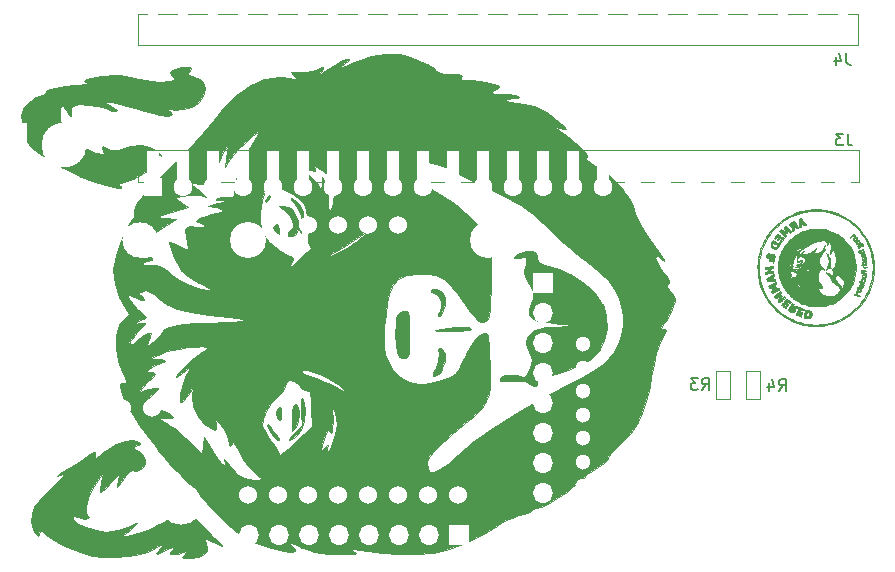
<source format=gbo>
G04 #@! TF.GenerationSoftware,KiCad,Pcbnew,(5.1.10)-1*
G04 #@! TF.CreationDate,2022-04-17T04:02:28-07:00*
G04 #@! TF.ProjectId,GPS_Board,4750535f-426f-4617-9264-2e6b69636164,rev?*
G04 #@! TF.SameCoordinates,Original*
G04 #@! TF.FileFunction,Legend,Bot*
G04 #@! TF.FilePolarity,Positive*
%FSLAX46Y46*%
G04 Gerber Fmt 4.6, Leading zero omitted, Abs format (unit mm)*
G04 Created by KiCad (PCBNEW (5.1.10)-1) date 2022-04-17 04:02:28*
%MOMM*%
%LPD*%
G01*
G04 APERTURE LIST*
%ADD10C,0.120000*%
%ADD11C,0.010000*%
%ADD12C,0.150000*%
%ADD13R,0.900000X0.600000*%
%ADD14R,1.016000X2.540000*%
%ADD15C,1.600000*%
%ADD16R,1.600000X1.600000*%
%ADD17C,1.300000*%
%ADD18O,3.500000X3.500000*%
%ADD19R,2.000000X1.905000*%
%ADD20O,2.000000X1.905000*%
%ADD21C,3.000000*%
%ADD22C,1.524000*%
%ADD23C,3.048000*%
%ADD24R,3.800000X3.800000*%
%ADD25C,3.800000*%
%ADD26O,1.700000X1.700000*%
%ADD27R,1.700000X1.700000*%
G04 APERTURE END LIST*
D10*
X179586500Y-95858500D02*
X180786500Y-95858500D01*
X180786500Y-95858500D02*
X180786500Y-93458500D01*
X180786500Y-93458500D02*
X179586500Y-93458500D01*
X179586500Y-93458500D02*
X179586500Y-95858500D01*
X182136500Y-95868500D02*
X183336500Y-95868500D01*
X183336500Y-95868500D02*
X183336500Y-93468500D01*
X183336500Y-93468500D02*
X182136500Y-93468500D01*
X182136500Y-93468500D02*
X182136500Y-95868500D01*
X130676500Y-77458500D02*
X191696500Y-77458500D01*
X191696500Y-77458500D02*
X191696500Y-74798500D01*
X130676500Y-74798500D02*
X191696500Y-74798500D01*
X130676500Y-77458500D02*
X130676500Y-74798500D01*
X191656500Y-63248500D02*
X130636500Y-63248500D01*
X130636500Y-63248500D02*
X130636500Y-65908500D01*
X191656500Y-65908500D02*
X130636500Y-65908500D01*
X191656500Y-63248500D02*
X191656500Y-65908500D01*
D11*
G36*
X141713135Y-98329360D02*
G01*
X141921172Y-98730916D01*
X142176262Y-99104798D01*
X142403757Y-99332620D01*
X142470344Y-99356333D01*
X142589400Y-99348645D01*
X142610236Y-99281064D01*
X142505552Y-99086818D01*
X142248048Y-98699132D01*
X142131085Y-98526518D01*
X141856223Y-98159240D01*
X141673100Y-97988052D01*
X141626799Y-98018518D01*
X141713135Y-98329360D01*
G37*
X141713135Y-98329360D02*
X141921172Y-98730916D01*
X142176262Y-99104798D01*
X142403757Y-99332620D01*
X142470344Y-99356333D01*
X142589400Y-99348645D01*
X142610236Y-99281064D01*
X142505552Y-99086818D01*
X142248048Y-98699132D01*
X142131085Y-98526518D01*
X141856223Y-98159240D01*
X141673100Y-97988052D01*
X141626799Y-98018518D01*
X141713135Y-98329360D01*
G36*
X142454673Y-97440885D02*
G01*
X142599833Y-97620666D01*
X142753381Y-97536498D01*
X142810833Y-97140133D01*
X142811500Y-97070333D01*
X142765357Y-96635304D01*
X142623704Y-96513997D01*
X142599833Y-96520000D01*
X142446134Y-96721980D01*
X142388166Y-97070333D01*
X142454673Y-97440885D01*
G37*
X142454673Y-97440885D02*
X142599833Y-97620666D01*
X142753381Y-97536498D01*
X142810833Y-97140133D01*
X142811500Y-97070333D01*
X142765357Y-96635304D01*
X142623704Y-96513997D01*
X142599833Y-96520000D01*
X142446134Y-96721980D01*
X142388166Y-97070333D01*
X142454673Y-97440885D01*
G36*
X144008421Y-98194573D02*
G01*
X144246851Y-97689361D01*
X144321960Y-97059496D01*
X144223353Y-96520000D01*
X144018944Y-96323440D01*
X143939364Y-96308333D01*
X143815428Y-96473588D01*
X143736750Y-96958256D01*
X143711063Y-97451333D01*
X143681343Y-98594333D01*
X144008421Y-98194573D01*
G37*
X144008421Y-98194573D02*
X144246851Y-97689361D01*
X144321960Y-97059496D01*
X144223353Y-96520000D01*
X144018944Y-96323440D01*
X143939364Y-96308333D01*
X143815428Y-96473588D01*
X143736750Y-96958256D01*
X143711063Y-97451333D01*
X143681343Y-98594333D01*
X144008421Y-98194573D01*
G36*
X143559499Y-99330293D02*
G01*
X143932344Y-99111190D01*
X143977042Y-99080202D01*
X144485240Y-98521199D01*
X144750920Y-97726441D01*
X144773851Y-96696797D01*
X144722214Y-96266000D01*
X144634603Y-95870223D01*
X144550363Y-95773508D01*
X144483591Y-95936419D01*
X144448380Y-96319521D01*
X144458827Y-96883379D01*
X144465438Y-96984403D01*
X144550158Y-98168474D01*
X143901738Y-98762403D01*
X143538686Y-99132647D01*
X143426442Y-99329694D01*
X143559499Y-99330293D01*
G37*
X143559499Y-99330293D02*
X143932344Y-99111190D01*
X143977042Y-99080202D01*
X144485240Y-98521199D01*
X144750920Y-97726441D01*
X144773851Y-96696797D01*
X144722214Y-96266000D01*
X144634603Y-95870223D01*
X144550363Y-95773508D01*
X144483591Y-95936419D01*
X144448380Y-96319521D01*
X144458827Y-96883379D01*
X144465438Y-96984403D01*
X144550158Y-98168474D01*
X143901738Y-98762403D01*
X143538686Y-99132647D01*
X143426442Y-99329694D01*
X143559499Y-99330293D01*
G36*
X141512344Y-79203320D02*
G01*
X141668001Y-79048800D01*
X141884193Y-78655333D01*
X142150918Y-78105000D01*
X141803875Y-78504759D01*
X141559313Y-78830469D01*
X141456837Y-79054382D01*
X141456833Y-79055092D01*
X141512344Y-79203320D01*
G37*
X141512344Y-79203320D02*
X141668001Y-79048800D01*
X141884193Y-78655333D01*
X142150918Y-78105000D01*
X141803875Y-78504759D01*
X141559313Y-78830469D01*
X141456837Y-79054382D01*
X141456833Y-79055092D01*
X141512344Y-79203320D01*
G36*
X142253629Y-81598360D02*
G01*
X142388166Y-81745666D01*
X142572193Y-81848434D01*
X142637148Y-81688446D01*
X142642166Y-81512400D01*
X142557346Y-81156438D01*
X142388166Y-81068333D01*
X142163432Y-81193224D01*
X142134166Y-81301599D01*
X142253629Y-81598360D01*
G37*
X142253629Y-81598360D02*
X142388166Y-81745666D01*
X142572193Y-81848434D01*
X142637148Y-81688446D01*
X142642166Y-81512400D01*
X142557346Y-81156438D01*
X142388166Y-81068333D01*
X142163432Y-81193224D01*
X142134166Y-81301599D01*
X142253629Y-81598360D01*
G36*
X143032342Y-79887171D02*
G01*
X143425149Y-80287257D01*
X143695248Y-80691504D01*
X143830390Y-81049607D01*
X143761311Y-81293652D01*
X143620903Y-81449333D01*
X143357401Y-81796827D01*
X143383341Y-82017348D01*
X143646755Y-82084333D01*
X143959779Y-81935381D01*
X144095144Y-81703333D01*
X144194858Y-81438890D01*
X144275822Y-81486108D01*
X144348653Y-81661000D01*
X144451697Y-81843573D01*
X144485011Y-81745666D01*
X144428438Y-81449704D01*
X144279494Y-80972633D01*
X144163588Y-80658295D01*
X143891496Y-80054150D01*
X143620252Y-79713357D01*
X143279051Y-79568271D01*
X143000330Y-79546926D01*
X142596494Y-79544333D01*
X143032342Y-79887171D01*
G37*
X143032342Y-79887171D02*
X143425149Y-80287257D01*
X143695248Y-80691504D01*
X143830390Y-81049607D01*
X143761311Y-81293652D01*
X143620903Y-81449333D01*
X143357401Y-81796827D01*
X143383341Y-82017348D01*
X143646755Y-82084333D01*
X143959779Y-81935381D01*
X144095144Y-81703333D01*
X144194858Y-81438890D01*
X144275822Y-81486108D01*
X144348653Y-81661000D01*
X144451697Y-81843573D01*
X144485011Y-81745666D01*
X144428438Y-81449704D01*
X144279494Y-80972633D01*
X144163588Y-80658295D01*
X143891496Y-80054150D01*
X143620252Y-79713357D01*
X143279051Y-79568271D01*
X143000330Y-79546926D01*
X142596494Y-79544333D01*
X143032342Y-79887171D01*
G36*
X143800653Y-79222001D02*
G01*
X143882346Y-79306694D01*
X144208896Y-79767131D01*
X144451527Y-80339978D01*
X144479969Y-80449694D01*
X144637898Y-81153000D01*
X144650883Y-80560333D01*
X144607308Y-80051383D01*
X144484093Y-79639251D01*
X144478631Y-79629000D01*
X144178263Y-79225849D01*
X143824903Y-78940443D01*
X143602711Y-78867000D01*
X143602421Y-78968872D01*
X143800653Y-79222001D01*
G37*
X143800653Y-79222001D02*
X143882346Y-79306694D01*
X144208896Y-79767131D01*
X144451527Y-80339978D01*
X144479969Y-80449694D01*
X144637898Y-81153000D01*
X144650883Y-80560333D01*
X144607308Y-80051383D01*
X144484093Y-79639251D01*
X144478631Y-79629000D01*
X144178263Y-79225849D01*
X143824903Y-78940443D01*
X143602711Y-78867000D01*
X143602421Y-78968872D01*
X143800653Y-79222001D01*
G36*
X152494227Y-91262857D02*
G01*
X152594141Y-91893852D01*
X152774837Y-92263608D01*
X153047910Y-92408374D01*
X153128674Y-92413666D01*
X153343190Y-92371560D01*
X153490421Y-92211199D01*
X153582329Y-91881516D01*
X153630875Y-91331445D01*
X153648022Y-90509922D01*
X153648833Y-90193169D01*
X153639025Y-89391236D01*
X153603866Y-88868568D01*
X153534751Y-88566177D01*
X153423078Y-88425077D01*
X153388526Y-88408481D01*
X153078610Y-88436531D01*
X152795859Y-88609374D01*
X152627732Y-88813552D01*
X152526795Y-89105938D01*
X152477308Y-89568214D01*
X152463534Y-90282065D01*
X152463500Y-90334376D01*
X152494227Y-91262857D01*
G37*
X152494227Y-91262857D02*
X152594141Y-91893852D01*
X152774837Y-92263608D01*
X153047910Y-92408374D01*
X153128674Y-92413666D01*
X153343190Y-92371560D01*
X153490421Y-92211199D01*
X153582329Y-91881516D01*
X153630875Y-91331445D01*
X153648022Y-90509922D01*
X153648833Y-90193169D01*
X153639025Y-89391236D01*
X153603866Y-88868568D01*
X153534751Y-88566177D01*
X153423078Y-88425077D01*
X153388526Y-88408481D01*
X153078610Y-88436531D01*
X152795859Y-88609374D01*
X152627732Y-88813552D01*
X152526795Y-89105938D01*
X152477308Y-89568214D01*
X152463534Y-90282065D01*
X152463500Y-90334376D01*
X152494227Y-91262857D01*
G36*
X155735800Y-93886963D02*
G01*
X155770942Y-93874342D01*
X156042353Y-93782854D01*
X156113667Y-93768333D01*
X156227789Y-93634872D01*
X156417200Y-93309475D01*
X156438484Y-93268742D01*
X156650753Y-92674734D01*
X156627009Y-92065559D01*
X156580107Y-91863333D01*
X156401943Y-91611686D01*
X156265317Y-91567000D01*
X156108727Y-91667596D01*
X156116845Y-92008106D01*
X156128438Y-92069357D01*
X156102239Y-92673423D01*
X155861798Y-93276033D01*
X155657668Y-93695377D01*
X155618521Y-93880239D01*
X155735800Y-93886963D01*
G37*
X155735800Y-93886963D02*
X155770942Y-93874342D01*
X156042353Y-93782854D01*
X156113667Y-93768333D01*
X156227789Y-93634872D01*
X156417200Y-93309475D01*
X156438484Y-93268742D01*
X156650753Y-92674734D01*
X156627009Y-92065559D01*
X156580107Y-91863333D01*
X156401943Y-91611686D01*
X156265317Y-91567000D01*
X156108727Y-91667596D01*
X156116845Y-92008106D01*
X156128438Y-92069357D01*
X156102239Y-92673423D01*
X155861798Y-93276033D01*
X155657668Y-93695377D01*
X155618521Y-93880239D01*
X155735800Y-93886963D01*
G36*
X155505859Y-86784856D02*
G01*
X155759253Y-86893634D01*
X156082409Y-87075624D01*
X156260432Y-87474685D01*
X156287301Y-87601679D01*
X156316903Y-88109805D01*
X156210051Y-88396181D01*
X156034497Y-88666790D01*
X156085347Y-88839029D01*
X156172268Y-88857666D01*
X156329446Y-88710338D01*
X156498057Y-88347478D01*
X156634818Y-87887770D01*
X156696445Y-87449900D01*
X156696833Y-87419309D01*
X156575714Y-87015258D01*
X156387166Y-86767244D01*
X155994913Y-86534618D01*
X155627991Y-86506609D01*
X155437997Y-86638269D01*
X155505859Y-86784856D01*
G37*
X155505859Y-86784856D02*
X155759253Y-86893634D01*
X156082409Y-87075624D01*
X156260432Y-87474685D01*
X156287301Y-87601679D01*
X156316903Y-88109805D01*
X156210051Y-88396181D01*
X156034497Y-88666790D01*
X156085347Y-88839029D01*
X156172268Y-88857666D01*
X156329446Y-88710338D01*
X156498057Y-88347478D01*
X156634818Y-87887770D01*
X156696445Y-87449900D01*
X156696833Y-87419309D01*
X156575714Y-87015258D01*
X156387166Y-86767244D01*
X155994913Y-86534618D01*
X155627991Y-86506609D01*
X155437997Y-86638269D01*
X155505859Y-86784856D01*
G36*
X155888929Y-90089667D02*
G01*
X156246188Y-90104971D01*
X156768890Y-90103786D01*
X157370771Y-90088694D01*
X157965564Y-90062278D01*
X158467005Y-90027120D01*
X158788828Y-89985802D01*
X158855833Y-89963326D01*
X158807339Y-89840104D01*
X158792219Y-89824163D01*
X158576009Y-89781211D01*
X158123257Y-89777231D01*
X157532872Y-89804624D01*
X156903761Y-89855792D01*
X156334833Y-89923138D01*
X155924995Y-89999064D01*
X155783378Y-90055292D01*
X155888929Y-90089667D01*
G37*
X155888929Y-90089667D02*
X156246188Y-90104971D01*
X156768890Y-90103786D01*
X157370771Y-90088694D01*
X157965564Y-90062278D01*
X158467005Y-90027120D01*
X158788828Y-89985802D01*
X158855833Y-89963326D01*
X158807339Y-89840104D01*
X158792219Y-89824163D01*
X158576009Y-89781211D01*
X158123257Y-89777231D01*
X157532872Y-89804624D01*
X156903761Y-89855792D01*
X156334833Y-89923138D01*
X155924995Y-89999064D01*
X155783378Y-90055292D01*
X155888929Y-90089667D01*
G36*
X161354080Y-94311824D02*
G01*
X161700804Y-94354850D01*
X162279412Y-94321915D01*
X162960543Y-94293424D01*
X163425611Y-94367342D01*
X163712788Y-94507306D01*
X164150335Y-94739084D01*
X164401226Y-94753904D01*
X164431164Y-94552046D01*
X164413881Y-94501538D01*
X164432298Y-94188779D01*
X164740984Y-93992559D01*
X165163500Y-93937994D01*
X165644896Y-93862448D01*
X166325245Y-93669350D01*
X167102837Y-93397029D01*
X167875965Y-93083815D01*
X168542922Y-92768035D01*
X168993251Y-92494748D01*
X169681743Y-91768172D01*
X170144322Y-90857106D01*
X170363373Y-89844093D01*
X170321278Y-88811678D01*
X170000422Y-87842405D01*
X169990324Y-87822854D01*
X169344431Y-86892096D01*
X168456562Y-86040515D01*
X167421143Y-85337484D01*
X166332604Y-84852374D01*
X165744070Y-84703339D01*
X165006859Y-84503924D01*
X164558802Y-84223096D01*
X164420443Y-83875264D01*
X164435116Y-83785259D01*
X164400959Y-83458962D01*
X164102544Y-83310703D01*
X163569321Y-83349901D01*
X163295230Y-83420672D01*
X162834118Y-83595147D01*
X162556985Y-83765932D01*
X162497117Y-83891238D01*
X162687797Y-83929275D01*
X162915846Y-83896997D01*
X163301272Y-83849336D01*
X163513750Y-83877753D01*
X163514967Y-83878911D01*
X163533787Y-84081397D01*
X163479110Y-84486899D01*
X163444008Y-84656846D01*
X163370292Y-85143285D01*
X163445576Y-85515737D01*
X163707576Y-85955031D01*
X163717883Y-85969934D01*
X164076064Y-86703110D01*
X164104968Y-87419676D01*
X163894698Y-88008682D01*
X163734116Y-88439648D01*
X163772734Y-88774351D01*
X164039026Y-89029855D01*
X164561465Y-89223224D01*
X165368522Y-89371519D01*
X166348833Y-89479380D01*
X167788166Y-89609956D01*
X166117048Y-89723769D01*
X165235268Y-89801837D01*
X164620852Y-89904465D01*
X164202634Y-90046612D01*
X164000381Y-90168704D01*
X163603177Y-90641040D01*
X163522114Y-91216180D01*
X163760696Y-91866716D01*
X163779232Y-91897699D01*
X163965068Y-92238304D01*
X164021038Y-92522015D01*
X163952355Y-92887307D01*
X163830932Y-93271651D01*
X163629619Y-93782137D01*
X163447180Y-94003201D01*
X163300833Y-94005438D01*
X162752232Y-93856704D01*
X162175624Y-93804337D01*
X161704255Y-93853521D01*
X161524453Y-93936321D01*
X161301620Y-94175544D01*
X161354080Y-94311824D01*
G37*
X161354080Y-94311824D02*
X161700804Y-94354850D01*
X162279412Y-94321915D01*
X162960543Y-94293424D01*
X163425611Y-94367342D01*
X163712788Y-94507306D01*
X164150335Y-94739084D01*
X164401226Y-94753904D01*
X164431164Y-94552046D01*
X164413881Y-94501538D01*
X164432298Y-94188779D01*
X164740984Y-93992559D01*
X165163500Y-93937994D01*
X165644896Y-93862448D01*
X166325245Y-93669350D01*
X167102837Y-93397029D01*
X167875965Y-93083815D01*
X168542922Y-92768035D01*
X168993251Y-92494748D01*
X169681743Y-91768172D01*
X170144322Y-90857106D01*
X170363373Y-89844093D01*
X170321278Y-88811678D01*
X170000422Y-87842405D01*
X169990324Y-87822854D01*
X169344431Y-86892096D01*
X168456562Y-86040515D01*
X167421143Y-85337484D01*
X166332604Y-84852374D01*
X165744070Y-84703339D01*
X165006859Y-84503924D01*
X164558802Y-84223096D01*
X164420443Y-83875264D01*
X164435116Y-83785259D01*
X164400959Y-83458962D01*
X164102544Y-83310703D01*
X163569321Y-83349901D01*
X163295230Y-83420672D01*
X162834118Y-83595147D01*
X162556985Y-83765932D01*
X162497117Y-83891238D01*
X162687797Y-83929275D01*
X162915846Y-83896997D01*
X163301272Y-83849336D01*
X163513750Y-83877753D01*
X163514967Y-83878911D01*
X163533787Y-84081397D01*
X163479110Y-84486899D01*
X163444008Y-84656846D01*
X163370292Y-85143285D01*
X163445576Y-85515737D01*
X163707576Y-85955031D01*
X163717883Y-85969934D01*
X164076064Y-86703110D01*
X164104968Y-87419676D01*
X163894698Y-88008682D01*
X163734116Y-88439648D01*
X163772734Y-88774351D01*
X164039026Y-89029855D01*
X164561465Y-89223224D01*
X165368522Y-89371519D01*
X166348833Y-89479380D01*
X167788166Y-89609956D01*
X166117048Y-89723769D01*
X165235268Y-89801837D01*
X164620852Y-89904465D01*
X164202634Y-90046612D01*
X164000381Y-90168704D01*
X163603177Y-90641040D01*
X163522114Y-91216180D01*
X163760696Y-91866716D01*
X163779232Y-91897699D01*
X163965068Y-92238304D01*
X164021038Y-92522015D01*
X163952355Y-92887307D01*
X163830932Y-93271651D01*
X163629619Y-93782137D01*
X163447180Y-94003201D01*
X163300833Y-94005438D01*
X162752232Y-93856704D01*
X162175624Y-93804337D01*
X161704255Y-93853521D01*
X161524453Y-93936321D01*
X161301620Y-94175544D01*
X161354080Y-94311824D01*
G36*
X120936941Y-72580140D02*
G01*
X121125622Y-73003010D01*
X121308185Y-73402433D01*
X121315545Y-73562150D01*
X121210289Y-73552129D01*
X121007816Y-73514771D01*
X121011606Y-73657639D01*
X121228302Y-74013877D01*
X121332731Y-74162974D01*
X121734904Y-74583158D01*
X122378937Y-75089840D01*
X123194472Y-75638308D01*
X124111150Y-76183852D01*
X125058615Y-76681763D01*
X125879097Y-77052037D01*
X126753782Y-77387074D01*
X127583301Y-77663944D01*
X128305299Y-77865784D01*
X128857422Y-77975735D01*
X129177315Y-77976935D01*
X129217528Y-77954748D01*
X129189439Y-77860114D01*
X129113728Y-77851000D01*
X128986246Y-77751666D01*
X129010833Y-77681666D01*
X129251366Y-77535829D01*
X129420323Y-77512333D01*
X129751318Y-77428070D01*
X130264779Y-77210109D01*
X130860117Y-76910692D01*
X131436739Y-76582059D01*
X131894054Y-76276452D01*
X132046951Y-76148211D01*
X132265425Y-75861766D01*
X132240683Y-75555189D01*
X132175162Y-75397535D01*
X132054759Y-75098430D01*
X132124244Y-75048045D01*
X132356377Y-75155276D01*
X132577396Y-75256120D01*
X132577361Y-75199015D01*
X132347091Y-74946755D01*
X132290430Y-74888032D01*
X131684405Y-74489721D01*
X130918512Y-74323412D01*
X130091775Y-74402771D01*
X129704712Y-74531173D01*
X128983155Y-74751921D01*
X128377245Y-74782372D01*
X127964534Y-74619374D01*
X127946855Y-74602622D01*
X127715002Y-74479839D01*
X127613872Y-74595389D01*
X127714270Y-74854280D01*
X127737437Y-74883574D01*
X127832087Y-75090974D01*
X127636720Y-75137700D01*
X127148603Y-75023563D01*
X126492986Y-74796745D01*
X125630290Y-74347093D01*
X124913109Y-73728796D01*
X124382676Y-73003280D01*
X124080227Y-72231967D01*
X124046996Y-71476283D01*
X124103329Y-71237033D01*
X124192281Y-71020049D01*
X124298320Y-71040035D01*
X124491364Y-71323087D01*
X124537851Y-71399225D01*
X124813635Y-71794483D01*
X124976329Y-71904349D01*
X125007219Y-71723608D01*
X124966395Y-71518654D01*
X124966126Y-71152799D01*
X125131220Y-71010654D01*
X125691101Y-70912647D01*
X126442680Y-70937253D01*
X127266153Y-71074190D01*
X127860096Y-71244856D01*
X128481253Y-71442699D01*
X128815824Y-71502110D01*
X128856262Y-71425312D01*
X128595025Y-71214523D01*
X128394930Y-71087424D01*
X127825500Y-70740265D01*
X128368034Y-70739632D01*
X128771106Y-70791352D01*
X129386506Y-70930117D01*
X130107143Y-71130426D01*
X130420539Y-71228428D01*
X131179922Y-71462835D01*
X131903968Y-71666222D01*
X132472873Y-71805606D01*
X132623458Y-71834929D01*
X133164637Y-71885378D01*
X133493233Y-71835615D01*
X133569258Y-71705387D01*
X133352726Y-71514438D01*
X133314843Y-71493512D01*
X133111081Y-71370159D01*
X133146931Y-71324122D01*
X133461525Y-71342874D01*
X133703710Y-71369027D01*
X134520068Y-71345195D01*
X135244367Y-71113097D01*
X135823543Y-70717458D01*
X136204533Y-70203004D01*
X136334272Y-69614461D01*
X136259319Y-69215000D01*
X135946481Y-68792727D01*
X135447331Y-68558286D01*
X135243802Y-68537666D01*
X134912877Y-68469179D01*
X134893481Y-68268408D01*
X135053211Y-68066355D01*
X135185099Y-67841038D01*
X135003252Y-67742420D01*
X134507483Y-67770423D01*
X134390790Y-67787958D01*
X133761974Y-67918177D01*
X133441376Y-68072561D01*
X133398555Y-68277160D01*
X133553050Y-68504756D01*
X133717830Y-68713168D01*
X133678644Y-68827034D01*
X133381944Y-68904440D01*
X133148995Y-68943038D01*
X132755837Y-68990366D01*
X132353108Y-68994892D01*
X131867537Y-68948458D01*
X131225853Y-68842905D01*
X130354787Y-68670074D01*
X129964330Y-68588421D01*
X129177923Y-68448563D01*
X128529796Y-68412055D01*
X127837352Y-68473925D01*
X127525722Y-68522015D01*
X126730134Y-68669603D01*
X126261766Y-68797653D01*
X126110053Y-68911061D01*
X126264429Y-69014724D01*
X126387873Y-69049379D01*
X126453010Y-69109767D01*
X126201315Y-69175294D01*
X125654481Y-69241380D01*
X125356613Y-69267053D01*
X124450106Y-69363523D01*
X123710851Y-69490940D01*
X123185801Y-69637371D01*
X122921908Y-69790885D01*
X122912285Y-69888211D01*
X122828351Y-70008934D01*
X122512459Y-70116711D01*
X122502625Y-70118708D01*
X122072754Y-70291744D01*
X121576778Y-70609633D01*
X121404707Y-70749533D01*
X120949908Y-71291044D01*
X120796150Y-71883771D01*
X120936941Y-72580140D01*
G37*
X120936941Y-72580140D02*
X121125622Y-73003010D01*
X121308185Y-73402433D01*
X121315545Y-73562150D01*
X121210289Y-73552129D01*
X121007816Y-73514771D01*
X121011606Y-73657639D01*
X121228302Y-74013877D01*
X121332731Y-74162974D01*
X121734904Y-74583158D01*
X122378937Y-75089840D01*
X123194472Y-75638308D01*
X124111150Y-76183852D01*
X125058615Y-76681763D01*
X125879097Y-77052037D01*
X126753782Y-77387074D01*
X127583301Y-77663944D01*
X128305299Y-77865784D01*
X128857422Y-77975735D01*
X129177315Y-77976935D01*
X129217528Y-77954748D01*
X129189439Y-77860114D01*
X129113728Y-77851000D01*
X128986246Y-77751666D01*
X129010833Y-77681666D01*
X129251366Y-77535829D01*
X129420323Y-77512333D01*
X129751318Y-77428070D01*
X130264779Y-77210109D01*
X130860117Y-76910692D01*
X131436739Y-76582059D01*
X131894054Y-76276452D01*
X132046951Y-76148211D01*
X132265425Y-75861766D01*
X132240683Y-75555189D01*
X132175162Y-75397535D01*
X132054759Y-75098430D01*
X132124244Y-75048045D01*
X132356377Y-75155276D01*
X132577396Y-75256120D01*
X132577361Y-75199015D01*
X132347091Y-74946755D01*
X132290430Y-74888032D01*
X131684405Y-74489721D01*
X130918512Y-74323412D01*
X130091775Y-74402771D01*
X129704712Y-74531173D01*
X128983155Y-74751921D01*
X128377245Y-74782372D01*
X127964534Y-74619374D01*
X127946855Y-74602622D01*
X127715002Y-74479839D01*
X127613872Y-74595389D01*
X127714270Y-74854280D01*
X127737437Y-74883574D01*
X127832087Y-75090974D01*
X127636720Y-75137700D01*
X127148603Y-75023563D01*
X126492986Y-74796745D01*
X125630290Y-74347093D01*
X124913109Y-73728796D01*
X124382676Y-73003280D01*
X124080227Y-72231967D01*
X124046996Y-71476283D01*
X124103329Y-71237033D01*
X124192281Y-71020049D01*
X124298320Y-71040035D01*
X124491364Y-71323087D01*
X124537851Y-71399225D01*
X124813635Y-71794483D01*
X124976329Y-71904349D01*
X125007219Y-71723608D01*
X124966395Y-71518654D01*
X124966126Y-71152799D01*
X125131220Y-71010654D01*
X125691101Y-70912647D01*
X126442680Y-70937253D01*
X127266153Y-71074190D01*
X127860096Y-71244856D01*
X128481253Y-71442699D01*
X128815824Y-71502110D01*
X128856262Y-71425312D01*
X128595025Y-71214523D01*
X128394930Y-71087424D01*
X127825500Y-70740265D01*
X128368034Y-70739632D01*
X128771106Y-70791352D01*
X129386506Y-70930117D01*
X130107143Y-71130426D01*
X130420539Y-71228428D01*
X131179922Y-71462835D01*
X131903968Y-71666222D01*
X132472873Y-71805606D01*
X132623458Y-71834929D01*
X133164637Y-71885378D01*
X133493233Y-71835615D01*
X133569258Y-71705387D01*
X133352726Y-71514438D01*
X133314843Y-71493512D01*
X133111081Y-71370159D01*
X133146931Y-71324122D01*
X133461525Y-71342874D01*
X133703710Y-71369027D01*
X134520068Y-71345195D01*
X135244367Y-71113097D01*
X135823543Y-70717458D01*
X136204533Y-70203004D01*
X136334272Y-69614461D01*
X136259319Y-69215000D01*
X135946481Y-68792727D01*
X135447331Y-68558286D01*
X135243802Y-68537666D01*
X134912877Y-68469179D01*
X134893481Y-68268408D01*
X135053211Y-68066355D01*
X135185099Y-67841038D01*
X135003252Y-67742420D01*
X134507483Y-67770423D01*
X134390790Y-67787958D01*
X133761974Y-67918177D01*
X133441376Y-68072561D01*
X133398555Y-68277160D01*
X133553050Y-68504756D01*
X133717830Y-68713168D01*
X133678644Y-68827034D01*
X133381944Y-68904440D01*
X133148995Y-68943038D01*
X132755837Y-68990366D01*
X132353108Y-68994892D01*
X131867537Y-68948458D01*
X131225853Y-68842905D01*
X130354787Y-68670074D01*
X129964330Y-68588421D01*
X129177923Y-68448563D01*
X128529796Y-68412055D01*
X127837352Y-68473925D01*
X127525722Y-68522015D01*
X126730134Y-68669603D01*
X126261766Y-68797653D01*
X126110053Y-68911061D01*
X126264429Y-69014724D01*
X126387873Y-69049379D01*
X126453010Y-69109767D01*
X126201315Y-69175294D01*
X125654481Y-69241380D01*
X125356613Y-69267053D01*
X124450106Y-69363523D01*
X123710851Y-69490940D01*
X123185801Y-69637371D01*
X122921908Y-69790885D01*
X122912285Y-69888211D01*
X122828351Y-70008934D01*
X122512459Y-70116711D01*
X122502625Y-70118708D01*
X122072754Y-70291744D01*
X121576778Y-70609633D01*
X121404707Y-70749533D01*
X120949908Y-71291044D01*
X120796150Y-71883771D01*
X120936941Y-72580140D01*
G36*
X121747377Y-106829774D02*
G01*
X121983500Y-107230333D01*
X122227802Y-107427977D01*
X122313580Y-107391225D01*
X122322166Y-107256577D01*
X122413533Y-107007722D01*
X122599881Y-107029527D01*
X122710644Y-107200562D01*
X122910397Y-107399841D01*
X123350432Y-107686044D01*
X123956484Y-108020576D01*
X124654287Y-108364844D01*
X125369576Y-108680255D01*
X126028085Y-108928213D01*
X126047500Y-108934638D01*
X126786712Y-109115595D01*
X127681428Y-109209246D01*
X128672166Y-109227754D01*
X129895052Y-109169226D01*
X130871323Y-109002364D01*
X131681278Y-108707275D01*
X132324021Y-108323033D01*
X132683640Y-108106836D01*
X132806797Y-108121491D01*
X132684833Y-108347255D01*
X132452649Y-108616419D01*
X132230480Y-108901566D01*
X132271871Y-108992298D01*
X132562213Y-108887379D01*
X132966930Y-108659908D01*
X133394738Y-108443684D01*
X133625116Y-108418385D01*
X133622179Y-108577946D01*
X133501562Y-108750241D01*
X133387361Y-108949472D01*
X133560761Y-109007150D01*
X133635742Y-109008333D01*
X134055290Y-108947977D01*
X134452705Y-108830177D01*
X134770426Y-108718561D01*
X134806587Y-108766429D01*
X134606817Y-108999510D01*
X134430578Y-109212120D01*
X134448356Y-109313417D01*
X134714201Y-109344680D01*
X135061829Y-109347000D01*
X135821915Y-109239224D01*
X136231073Y-109023095D01*
X136494586Y-108760145D01*
X136532586Y-108491261D01*
X136433875Y-108176429D01*
X136315047Y-107835430D01*
X136329390Y-107693373D01*
X136529936Y-107736059D01*
X136969716Y-107949287D01*
X137077321Y-108004146D01*
X137495647Y-108201971D01*
X137765906Y-108300383D01*
X137812847Y-108300479D01*
X137717321Y-108170994D01*
X137421046Y-107863909D01*
X136973888Y-107429412D01*
X136581261Y-107061000D01*
X135977531Y-106472065D01*
X135419093Y-105874746D01*
X134989103Y-105360271D01*
X134842103Y-105152986D01*
X134570029Y-104737941D01*
X134419972Y-104580711D01*
X134335541Y-104651246D01*
X134277230Y-104851966D01*
X134030612Y-105352660D01*
X133528517Y-105835370D01*
X132735920Y-106331562D01*
X132482166Y-106464513D01*
X131877963Y-106746319D01*
X131248564Y-106998123D01*
X130642457Y-107207641D01*
X130108130Y-107362584D01*
X129694072Y-107450669D01*
X129448768Y-107459607D01*
X129420708Y-107377114D01*
X129658379Y-107190902D01*
X129688166Y-107172475D01*
X130116602Y-106866974D01*
X130444109Y-106561691D01*
X130448745Y-106556128D01*
X130562007Y-106393285D01*
X130482481Y-106380769D01*
X130166336Y-106524272D01*
X129983620Y-106616518D01*
X128985222Y-106985742D01*
X127977171Y-107106998D01*
X127126994Y-106985522D01*
X126263383Y-106689891D01*
X125611058Y-106400617D01*
X125217973Y-106140811D01*
X125131455Y-106023780D01*
X125098183Y-105851002D01*
X125224635Y-105804071D01*
X125576167Y-105875932D01*
X125834667Y-105947858D01*
X126222817Y-106005062D01*
X126474085Y-105951222D01*
X126512494Y-105819209D01*
X126388928Y-105708040D01*
X126225180Y-105420096D01*
X126247895Y-104919587D01*
X126438903Y-104263797D01*
X126780033Y-103510014D01*
X127253112Y-102715522D01*
X127410017Y-102489000D01*
X127641178Y-102177526D01*
X127716974Y-102131832D01*
X127674656Y-102339137D01*
X127656818Y-102404333D01*
X127504964Y-103024117D01*
X127427017Y-103493818D01*
X127433801Y-103739567D01*
X127458301Y-103759000D01*
X127615494Y-103646721D01*
X127935242Y-103352824D01*
X128334782Y-102954666D01*
X129116691Y-102150333D01*
X129006724Y-102743000D01*
X128896757Y-103335666D01*
X129191900Y-102912333D01*
X129671274Y-102280814D01*
X130028943Y-101932156D01*
X130254072Y-101876157D01*
X130293328Y-101916550D01*
X130491364Y-101981885D01*
X130783144Y-101843739D01*
X131072489Y-101579031D01*
X131263221Y-101264680D01*
X131291512Y-101118244D01*
X131170041Y-100734712D01*
X130875536Y-100385480D01*
X130528838Y-100206700D01*
X130479166Y-100203000D01*
X130290375Y-100116694D01*
X130329368Y-99933029D01*
X130558414Y-99764880D01*
X130633814Y-99740320D01*
X130860690Y-99639978D01*
X130774130Y-99513370D01*
X130760814Y-99504766D01*
X130253148Y-99365671D01*
X129578754Y-99439067D01*
X128816094Y-99703825D01*
X128043628Y-100138818D01*
X127828018Y-100294525D01*
X127342228Y-100659121D01*
X127073652Y-100829559D01*
X126972474Y-100819984D01*
X126988878Y-100644539D01*
X127018995Y-100524229D01*
X127034777Y-100355506D01*
X126920495Y-100355903D01*
X126627762Y-100543218D01*
X126298340Y-100789296D01*
X125677190Y-101224602D01*
X124997344Y-101644534D01*
X124665364Y-101825586D01*
X124202091Y-102077001D01*
X123910994Y-102266354D01*
X123829471Y-102362504D01*
X123994918Y-102334310D01*
X124100166Y-102296235D01*
X124312326Y-102248717D01*
X124305974Y-102360566D01*
X124069144Y-102647962D01*
X123589869Y-103127084D01*
X123242475Y-103455856D01*
X122708820Y-103981906D01*
X122251455Y-104481281D01*
X121945697Y-104870041D01*
X121887808Y-104965652D01*
X121690007Y-105569770D01*
X121644941Y-106232432D01*
X121747377Y-106829774D01*
G37*
X121747377Y-106829774D02*
X121983500Y-107230333D01*
X122227802Y-107427977D01*
X122313580Y-107391225D01*
X122322166Y-107256577D01*
X122413533Y-107007722D01*
X122599881Y-107029527D01*
X122710644Y-107200562D01*
X122910397Y-107399841D01*
X123350432Y-107686044D01*
X123956484Y-108020576D01*
X124654287Y-108364844D01*
X125369576Y-108680255D01*
X126028085Y-108928213D01*
X126047500Y-108934638D01*
X126786712Y-109115595D01*
X127681428Y-109209246D01*
X128672166Y-109227754D01*
X129895052Y-109169226D01*
X130871323Y-109002364D01*
X131681278Y-108707275D01*
X132324021Y-108323033D01*
X132683640Y-108106836D01*
X132806797Y-108121491D01*
X132684833Y-108347255D01*
X132452649Y-108616419D01*
X132230480Y-108901566D01*
X132271871Y-108992298D01*
X132562213Y-108887379D01*
X132966930Y-108659908D01*
X133394738Y-108443684D01*
X133625116Y-108418385D01*
X133622179Y-108577946D01*
X133501562Y-108750241D01*
X133387361Y-108949472D01*
X133560761Y-109007150D01*
X133635742Y-109008333D01*
X134055290Y-108947977D01*
X134452705Y-108830177D01*
X134770426Y-108718561D01*
X134806587Y-108766429D01*
X134606817Y-108999510D01*
X134430578Y-109212120D01*
X134448356Y-109313417D01*
X134714201Y-109344680D01*
X135061829Y-109347000D01*
X135821915Y-109239224D01*
X136231073Y-109023095D01*
X136494586Y-108760145D01*
X136532586Y-108491261D01*
X136433875Y-108176429D01*
X136315047Y-107835430D01*
X136329390Y-107693373D01*
X136529936Y-107736059D01*
X136969716Y-107949287D01*
X137077321Y-108004146D01*
X137495647Y-108201971D01*
X137765906Y-108300383D01*
X137812847Y-108300479D01*
X137717321Y-108170994D01*
X137421046Y-107863909D01*
X136973888Y-107429412D01*
X136581261Y-107061000D01*
X135977531Y-106472065D01*
X135419093Y-105874746D01*
X134989103Y-105360271D01*
X134842103Y-105152986D01*
X134570029Y-104737941D01*
X134419972Y-104580711D01*
X134335541Y-104651246D01*
X134277230Y-104851966D01*
X134030612Y-105352660D01*
X133528517Y-105835370D01*
X132735920Y-106331562D01*
X132482166Y-106464513D01*
X131877963Y-106746319D01*
X131248564Y-106998123D01*
X130642457Y-107207641D01*
X130108130Y-107362584D01*
X129694072Y-107450669D01*
X129448768Y-107459607D01*
X129420708Y-107377114D01*
X129658379Y-107190902D01*
X129688166Y-107172475D01*
X130116602Y-106866974D01*
X130444109Y-106561691D01*
X130448745Y-106556128D01*
X130562007Y-106393285D01*
X130482481Y-106380769D01*
X130166336Y-106524272D01*
X129983620Y-106616518D01*
X128985222Y-106985742D01*
X127977171Y-107106998D01*
X127126994Y-106985522D01*
X126263383Y-106689891D01*
X125611058Y-106400617D01*
X125217973Y-106140811D01*
X125131455Y-106023780D01*
X125098183Y-105851002D01*
X125224635Y-105804071D01*
X125576167Y-105875932D01*
X125834667Y-105947858D01*
X126222817Y-106005062D01*
X126474085Y-105951222D01*
X126512494Y-105819209D01*
X126388928Y-105708040D01*
X126225180Y-105420096D01*
X126247895Y-104919587D01*
X126438903Y-104263797D01*
X126780033Y-103510014D01*
X127253112Y-102715522D01*
X127410017Y-102489000D01*
X127641178Y-102177526D01*
X127716974Y-102131832D01*
X127674656Y-102339137D01*
X127656818Y-102404333D01*
X127504964Y-103024117D01*
X127427017Y-103493818D01*
X127433801Y-103739567D01*
X127458301Y-103759000D01*
X127615494Y-103646721D01*
X127935242Y-103352824D01*
X128334782Y-102954666D01*
X129116691Y-102150333D01*
X129006724Y-102743000D01*
X128896757Y-103335666D01*
X129191900Y-102912333D01*
X129671274Y-102280814D01*
X130028943Y-101932156D01*
X130254072Y-101876157D01*
X130293328Y-101916550D01*
X130491364Y-101981885D01*
X130783144Y-101843739D01*
X131072489Y-101579031D01*
X131263221Y-101264680D01*
X131291512Y-101118244D01*
X131170041Y-100734712D01*
X130875536Y-100385480D01*
X130528838Y-100206700D01*
X130479166Y-100203000D01*
X130290375Y-100116694D01*
X130329368Y-99933029D01*
X130558414Y-99764880D01*
X130633814Y-99740320D01*
X130860690Y-99639978D01*
X130774130Y-99513370D01*
X130760814Y-99504766D01*
X130253148Y-99365671D01*
X129578754Y-99439067D01*
X128816094Y-99703825D01*
X128043628Y-100138818D01*
X127828018Y-100294525D01*
X127342228Y-100659121D01*
X127073652Y-100829559D01*
X126972474Y-100819984D01*
X126988878Y-100644539D01*
X127018995Y-100524229D01*
X127034777Y-100355506D01*
X126920495Y-100355903D01*
X126627762Y-100543218D01*
X126298340Y-100789296D01*
X125677190Y-101224602D01*
X124997344Y-101644534D01*
X124665364Y-101825586D01*
X124202091Y-102077001D01*
X123910994Y-102266354D01*
X123829471Y-102362504D01*
X123994918Y-102334310D01*
X124100166Y-102296235D01*
X124312326Y-102248717D01*
X124305974Y-102360566D01*
X124069144Y-102647962D01*
X123589869Y-103127084D01*
X123242475Y-103455856D01*
X122708820Y-103981906D01*
X122251455Y-104481281D01*
X121945697Y-104870041D01*
X121887808Y-104965652D01*
X121690007Y-105569770D01*
X121644941Y-106232432D01*
X121747377Y-106829774D01*
G36*
X128721215Y-86106636D02*
G01*
X129086712Y-87239570D01*
X129497847Y-88009660D01*
X129923447Y-88652785D01*
X129570769Y-88966892D01*
X129070378Y-89631691D01*
X128807316Y-90493447D01*
X128784880Y-91504327D01*
X129006365Y-92616494D01*
X129269414Y-93340115D01*
X129539391Y-93973085D01*
X129692424Y-94350740D01*
X129740910Y-94530760D01*
X129697242Y-94570826D01*
X129573816Y-94528619D01*
X129520260Y-94507449D01*
X129245047Y-94496369D01*
X129149353Y-94721746D01*
X129215628Y-95144614D01*
X129426324Y-95726005D01*
X129763890Y-96426953D01*
X130210777Y-97208490D01*
X130749435Y-98031649D01*
X131362314Y-98857463D01*
X131624853Y-99180445D01*
X132000450Y-99649189D01*
X132264715Y-100016018D01*
X132364653Y-100206923D01*
X132363920Y-100212517D01*
X132460299Y-100370981D01*
X132747091Y-100714333D01*
X133176164Y-101187063D01*
X133549253Y-101579557D01*
X134110372Y-102165027D01*
X134822964Y-102916758D01*
X135608979Y-103751985D01*
X136390366Y-104587943D01*
X136668583Y-104887225D01*
X137374059Y-105625465D01*
X138069421Y-106314145D01*
X138693967Y-106895840D01*
X139186998Y-107313125D01*
X139377916Y-107450349D01*
X139903129Y-107723869D01*
X140629487Y-108023960D01*
X141457650Y-108318015D01*
X142288278Y-108573427D01*
X143022030Y-108757587D01*
X143559566Y-108837888D01*
X143608512Y-108839000D01*
X143935501Y-108766060D01*
X143954418Y-108565400D01*
X143738741Y-108327603D01*
X143533275Y-108116353D01*
X143613954Y-108066146D01*
X143969835Y-108175438D01*
X144589977Y-108442681D01*
X144606047Y-108450111D01*
X145115858Y-108665681D01*
X145596597Y-108807855D01*
X146149555Y-108894888D01*
X146876023Y-108945032D01*
X147468166Y-108965893D01*
X148271960Y-108985604D01*
X148780914Y-108985607D01*
X149038579Y-108959844D01*
X149088506Y-108902257D01*
X148974246Y-108806787D01*
X148907500Y-108765678D01*
X148675443Y-108606220D01*
X148667754Y-108529017D01*
X148911455Y-108533962D01*
X149433572Y-108620950D01*
X150124096Y-108760924D01*
X151330623Y-108935777D01*
X152725491Y-109011166D01*
X154173237Y-108986856D01*
X155538397Y-108862612D01*
X156104166Y-108771302D01*
X157010406Y-108547156D01*
X157973273Y-108195818D01*
X159088000Y-107681383D01*
X159363833Y-107542368D01*
X160083861Y-107166409D01*
X160679209Y-106839241D01*
X161092594Y-106593544D01*
X161266733Y-106462000D01*
X161268833Y-106455524D01*
X161415551Y-106318239D01*
X161793877Y-106121688D01*
X162311064Y-105904027D01*
X162874369Y-105703413D01*
X163391047Y-105558001D01*
X163511018Y-105533063D01*
X163891098Y-105424076D01*
X164056971Y-105297908D01*
X164051358Y-105264432D01*
X164107307Y-105139729D01*
X164264506Y-105112012D01*
X164752303Y-105003340D01*
X165415305Y-104709107D01*
X166177532Y-104270914D01*
X166963006Y-103730360D01*
X167366217Y-103413734D01*
X167879658Y-102985257D01*
X168287254Y-102635870D01*
X168521927Y-102423408D01*
X168550166Y-102392961D01*
X168722159Y-102245905D01*
X169095566Y-101965641D01*
X169592491Y-101610482D01*
X169636572Y-101579656D01*
X170096011Y-101243493D01*
X170392533Y-100995725D01*
X170471460Y-100882788D01*
X170460024Y-100880333D01*
X170495944Y-100770438D01*
X170732940Y-100473433D01*
X171129315Y-100038335D01*
X171504322Y-99652666D01*
X172300023Y-98790247D01*
X172909196Y-97959675D01*
X173369681Y-97080003D01*
X173719320Y-96070283D01*
X173995956Y-94849568D01*
X174136411Y-94022333D01*
X174336130Y-92874309D01*
X174542917Y-91987018D01*
X174777308Y-91282795D01*
X174978325Y-90838344D01*
X175237602Y-90315220D01*
X175348332Y-90032798D01*
X175320408Y-89932462D01*
X175163727Y-89955595D01*
X175125330Y-89967485D01*
X174895931Y-89987994D01*
X174918276Y-89817317D01*
X175195874Y-89444312D01*
X175342967Y-89276178D01*
X175552003Y-88955665D01*
X175790665Y-88471916D01*
X176004973Y-87951537D01*
X176140947Y-87521132D01*
X176162215Y-87354710D01*
X176060982Y-87167502D01*
X175817513Y-86827546D01*
X175717180Y-86698666D01*
X175463490Y-86346872D01*
X175428518Y-86182505D01*
X175552105Y-86148333D01*
X175652238Y-86078684D01*
X175585249Y-85842256D01*
X175335252Y-85397830D01*
X175150473Y-85106080D01*
X174821956Y-84579511D01*
X174582143Y-84160258D01*
X174477991Y-83930947D01*
X174476833Y-83920747D01*
X174580650Y-83784296D01*
X174824805Y-83873224D01*
X174948144Y-83978044D01*
X175169976Y-84155671D01*
X175225945Y-84107216D01*
X175132859Y-83891776D01*
X174907526Y-83568447D01*
X174792827Y-83431971D01*
X174067374Y-82505745D01*
X173417601Y-81484359D01*
X172921825Y-80496185D01*
X172784634Y-80140297D01*
X172572052Y-79557118D01*
X172366708Y-79049072D01*
X172270739Y-78841213D01*
X171927416Y-78340951D01*
X171383735Y-77735261D01*
X170722370Y-77104689D01*
X170025997Y-76529782D01*
X169566166Y-76206285D01*
X169005501Y-75844939D01*
X168682831Y-75622516D01*
X168552075Y-75493556D01*
X168567153Y-75412598D01*
X168681986Y-75334184D01*
X168682100Y-75334114D01*
X168664425Y-75174258D01*
X168425789Y-74863996D01*
X168018608Y-74452823D01*
X167495299Y-73990229D01*
X166908279Y-73525708D01*
X166358559Y-73140203D01*
X166062785Y-72915634D01*
X166065158Y-72829600D01*
X166353346Y-72885362D01*
X166772166Y-73030744D01*
X166881061Y-73013192D01*
X166733705Y-72782877D01*
X166433500Y-72449068D01*
X165400392Y-71604369D01*
X164192418Y-71044792D01*
X162833626Y-70781369D01*
X162790174Y-70778114D01*
X162187248Y-70706613D01*
X161822012Y-70609809D01*
X161717689Y-70510984D01*
X161897500Y-70433420D01*
X162384669Y-70400398D01*
X162413360Y-70400333D01*
X162828839Y-70374937D01*
X162953285Y-70310694D01*
X162829539Y-70225519D01*
X162500444Y-70137324D01*
X162008842Y-70064026D01*
X161522833Y-70027956D01*
X160914633Y-69997695D01*
X160601248Y-69961408D01*
X160539021Y-69901516D01*
X160684297Y-69800439D01*
X160803166Y-69738152D01*
X161129520Y-69536509D01*
X161268771Y-69382503D01*
X161268833Y-69380529D01*
X161115184Y-69277461D01*
X160714034Y-69159764D01*
X160155075Y-69044352D01*
X159528000Y-68948139D01*
X158922501Y-68888040D01*
X158595191Y-68876333D01*
X158143827Y-68861603D01*
X157971792Y-68799122D01*
X158020357Y-68661454D01*
X158051500Y-68622333D01*
X158134265Y-68470849D01*
X158016410Y-68394180D01*
X157639301Y-68367860D01*
X157437233Y-68366021D01*
X156618594Y-68323237D01*
X156083947Y-68203914D01*
X155855343Y-68013581D01*
X155848288Y-67967583D01*
X155697905Y-67800023D01*
X155301629Y-67569100D01*
X155114408Y-67482437D01*
X155114408Y-75825142D01*
X155543392Y-75856069D01*
X156118334Y-76018490D01*
X156874480Y-76320106D01*
X157847078Y-76768618D01*
X159071373Y-77371726D01*
X159436536Y-77555447D01*
X160667447Y-78178459D01*
X161646900Y-78683696D01*
X162426257Y-79105024D01*
X163056881Y-79476307D01*
X163590136Y-79831409D01*
X164077385Y-80204194D01*
X164569991Y-80628525D01*
X165119318Y-81138268D01*
X165671500Y-81666200D01*
X166422483Y-82363487D01*
X167234960Y-83078698D01*
X168004505Y-83721874D01*
X168559166Y-84153825D01*
X169650446Y-85020066D01*
X170465128Y-85820896D01*
X171044345Y-86608137D01*
X171429226Y-87433612D01*
X171582659Y-87963163D01*
X171729205Y-88869688D01*
X171695436Y-89715316D01*
X171529050Y-90500198D01*
X171294974Y-91219020D01*
X170981137Y-91841490D01*
X170547903Y-92403733D01*
X169955632Y-92941876D01*
X169164688Y-93492045D01*
X168135432Y-94090367D01*
X166856833Y-94758519D01*
X164635541Y-95932035D01*
X162586440Y-97116880D01*
X160747451Y-98288783D01*
X159156493Y-99423474D01*
X157851487Y-100496681D01*
X157755280Y-100584000D01*
X156901335Y-101328828D01*
X156241285Y-101813716D01*
X155756813Y-102042659D01*
X155429605Y-102019651D01*
X155241345Y-101748688D01*
X155173719Y-101233765D01*
X155172833Y-101147324D01*
X155310675Y-100811438D01*
X155713138Y-100303522D01*
X156363630Y-99640261D01*
X157245558Y-98838342D01*
X158342328Y-97914449D01*
X158578811Y-97722313D01*
X159298053Y-97115760D01*
X159820093Y-96585147D01*
X160173030Y-96058726D01*
X160384964Y-95464753D01*
X160483996Y-94731482D01*
X160498225Y-93787167D01*
X160470003Y-92893691D01*
X160426610Y-92031193D01*
X160373902Y-91284148D01*
X160317827Y-90721093D01*
X160264334Y-90410565D01*
X160251838Y-90380056D01*
X160075336Y-90279461D01*
X159738868Y-90384124D01*
X159627687Y-90439345D01*
X159294686Y-90700890D01*
X158946283Y-91171039D01*
X158545587Y-91901803D01*
X158444400Y-92107566D01*
X158114967Y-92754921D01*
X157809904Y-93296910D01*
X157576838Y-93651177D01*
X157507252Y-93728149D01*
X157077630Y-93973883D01*
X156431550Y-94220560D01*
X155689269Y-94432786D01*
X154971040Y-94575167D01*
X154494032Y-94615000D01*
X153608826Y-94454176D01*
X152820750Y-93996457D01*
X152171033Y-93278968D01*
X151700904Y-92338833D01*
X151597834Y-92007090D01*
X151509261Y-91401825D01*
X151491749Y-90585165D01*
X151536005Y-89644048D01*
X151632737Y-88665414D01*
X151772654Y-87736199D01*
X151946464Y-86943343D01*
X152144875Y-86373783D01*
X152212993Y-86251433D01*
X152712247Y-85726445D01*
X153414074Y-85398021D01*
X154361215Y-85248616D01*
X154686101Y-85236300D01*
X155343530Y-85244338D01*
X155803116Y-85320376D01*
X156204253Y-85501323D01*
X156554969Y-85731137D01*
X157061679Y-86182140D01*
X157655570Y-86868363D01*
X158276555Y-87720058D01*
X158305500Y-87763137D01*
X158803856Y-88481634D01*
X159178370Y-88951131D01*
X159471734Y-89217518D01*
X159726643Y-89326685D01*
X159765534Y-89332493D01*
X160173984Y-89274053D01*
X160332812Y-89078493D01*
X160382047Y-88807157D01*
X160434826Y-88265450D01*
X160486028Y-87521555D01*
X160530534Y-86643658D01*
X160546815Y-86228582D01*
X160578431Y-84928401D01*
X160556631Y-83901571D01*
X160462472Y-83084539D01*
X160277013Y-82413748D01*
X159981311Y-81825643D01*
X159556424Y-81256669D01*
X158983408Y-80643271D01*
X158839359Y-80499779D01*
X157398851Y-79278778D01*
X156067815Y-78443666D01*
X155204126Y-77938461D01*
X154630793Y-77515194D01*
X154319570Y-77140973D01*
X154242209Y-76782907D01*
X154350737Y-76444323D01*
X154553327Y-76126969D01*
X154796135Y-75918009D01*
X155114408Y-75825142D01*
X155114408Y-67482437D01*
X154738105Y-67308247D01*
X154085980Y-67050896D01*
X153423901Y-66830477D01*
X152830513Y-66680422D01*
X152811859Y-66676838D01*
X151644141Y-66613351D01*
X150360458Y-66829468D01*
X150006251Y-66957733D01*
X150006251Y-81745666D01*
X150084994Y-81782886D01*
X149979268Y-81912910D01*
X149657049Y-82163284D01*
X149086316Y-82561554D01*
X148949833Y-82654391D01*
X148327881Y-83053221D01*
X147712567Y-83408873D01*
X147168334Y-83688934D01*
X146759623Y-83860993D01*
X146550875Y-83892637D01*
X146536833Y-83868047D01*
X146673938Y-83750194D01*
X147022401Y-83544829D01*
X147256500Y-83422495D01*
X147789476Y-83128348D01*
X148439753Y-82733702D01*
X148947918Y-82403054D01*
X149443627Y-82075546D01*
X149822183Y-81840043D01*
X150004288Y-81745801D01*
X150006251Y-81745666D01*
X150006251Y-66957733D01*
X149019932Y-67314899D01*
X148943672Y-67350169D01*
X148315060Y-67627675D01*
X147916277Y-67769037D01*
X147767786Y-67771758D01*
X147890052Y-67633342D01*
X148154907Y-67446407D01*
X148436965Y-67223350D01*
X148518422Y-67077180D01*
X148514594Y-67072317D01*
X148309552Y-67088778D01*
X147887756Y-67272465D01*
X147307803Y-67593430D01*
X146628294Y-68021731D01*
X146536833Y-68082970D01*
X146136508Y-68335023D01*
X145992119Y-68379927D01*
X146071166Y-68257490D01*
X146324823Y-67916532D01*
X146311862Y-67782964D01*
X146034244Y-67859844D01*
X145867909Y-67940651D01*
X145657803Y-68009254D01*
X145657803Y-76157666D01*
X145907916Y-76259186D01*
X146278511Y-76503992D01*
X146644216Y-76802449D01*
X146831182Y-76996562D01*
X147155850Y-77643806D01*
X147275960Y-78443212D01*
X147185065Y-79272268D01*
X146980201Y-79828865D01*
X146879768Y-79974766D01*
X146818225Y-79902039D01*
X146784099Y-79568557D01*
X146768108Y-79050039D01*
X146722622Y-78395819D01*
X146626498Y-77826388D01*
X146514108Y-77495507D01*
X146282833Y-77089000D01*
X146227915Y-77664213D01*
X146172997Y-78239427D01*
X145794772Y-77612733D01*
X145427141Y-77124439D01*
X145000978Y-76716747D01*
X144918356Y-76657635D01*
X144632762Y-76430730D01*
X144642909Y-76335927D01*
X144929149Y-76381936D01*
X145275138Y-76499490D01*
X145586382Y-76593699D01*
X145661523Y-76521992D01*
X145630142Y-76414824D01*
X145607216Y-76193966D01*
X145657803Y-76157666D01*
X145657803Y-68009254D01*
X145398492Y-68093925D01*
X144781105Y-68186526D01*
X144486997Y-68199000D01*
X143605677Y-68199000D01*
X143928255Y-68560171D01*
X144141165Y-68811821D01*
X144104117Y-68861564D01*
X143827500Y-68771837D01*
X143415646Y-68687926D01*
X142830204Y-68638350D01*
X142472833Y-68632056D01*
X142155119Y-68681456D01*
X142155119Y-76356655D01*
X142306387Y-76591894D01*
X142387354Y-76877333D01*
X142522738Y-77475819D01*
X142669362Y-77836231D01*
X142890598Y-78055124D01*
X143249820Y-78229053D01*
X143283553Y-78242760D01*
X143822080Y-78541881D01*
X144341115Y-78952346D01*
X144420166Y-79031342D01*
X144653900Y-79296282D01*
X144805599Y-79553643D01*
X144896583Y-79886910D01*
X144948172Y-80379568D01*
X144981689Y-81115104D01*
X144986367Y-81248418D01*
X145025220Y-81956781D01*
X145083309Y-82517985D01*
X145151590Y-82860121D01*
X145198034Y-82931000D01*
X145347144Y-83060326D01*
X145351500Y-83100333D01*
X145221027Y-83262767D01*
X145169776Y-83269666D01*
X144962825Y-83386771D01*
X144946594Y-83401300D01*
X144946594Y-93429666D01*
X145510668Y-93535726D01*
X146223138Y-93819634D01*
X146983128Y-94229984D01*
X147689762Y-94715369D01*
X148018500Y-94995110D01*
X148310364Y-95283008D01*
X148360146Y-95380951D01*
X148156334Y-95287819D01*
X147687417Y-95002495D01*
X147613549Y-94955772D01*
X147090471Y-94671391D01*
X147090471Y-96525096D01*
X147216481Y-96692915D01*
X147294891Y-96816333D01*
X147468279Y-97347997D01*
X147488292Y-98078774D01*
X147360828Y-98908899D01*
X147127235Y-99652666D01*
X146916049Y-100095866D01*
X146737889Y-100336523D01*
X146632733Y-100345436D01*
X146640562Y-100093402D01*
X146663572Y-99991333D01*
X146713839Y-99749342D01*
X146651181Y-99744581D01*
X146423300Y-99984847D01*
X146379545Y-100033666D01*
X146138856Y-100284351D01*
X146074991Y-100282789D01*
X146123591Y-100118333D01*
X146254071Y-99751923D01*
X146435541Y-99233962D01*
X146506209Y-99030521D01*
X146672105Y-98602452D01*
X146784258Y-98467051D01*
X146873516Y-98589055D01*
X146879019Y-98604366D01*
X146972082Y-98710763D01*
X147058730Y-98555825D01*
X147126736Y-98216833D01*
X147163870Y-97771070D01*
X147157905Y-97295816D01*
X147128447Y-97028000D01*
X147069761Y-96625810D01*
X147090471Y-96525096D01*
X147090471Y-94671391D01*
X147016284Y-94631057D01*
X146275744Y-94301466D01*
X145708549Y-94091878D01*
X144958220Y-93828761D01*
X144534745Y-93634812D01*
X144434183Y-93506607D01*
X144652594Y-93440721D01*
X144946594Y-93429666D01*
X144946594Y-83401300D01*
X144627019Y-83687382D01*
X144379998Y-83947000D01*
X143974638Y-84362953D01*
X143693742Y-84583272D01*
X143570107Y-84592709D01*
X143636528Y-84376019D01*
X143699065Y-84263542D01*
X143818212Y-83953912D01*
X143725892Y-83834562D01*
X143563422Y-83753287D01*
X143563422Y-94245586D01*
X143917810Y-94310923D01*
X144226542Y-94564659D01*
X144304689Y-94699666D01*
X144551690Y-95013626D01*
X144811647Y-95123000D01*
X145111219Y-95156695D01*
X145196277Y-95194466D01*
X145234224Y-95384776D01*
X145274874Y-95831293D01*
X145311401Y-96451696D01*
X145323111Y-96724443D01*
X145379390Y-98182953D01*
X144719484Y-98811976D01*
X143953254Y-99537837D01*
X143396936Y-100051610D01*
X143019100Y-100378796D01*
X142788314Y-100544897D01*
X142673148Y-100575414D01*
X142642166Y-100497362D01*
X142539940Y-100237442D01*
X142274386Y-99822751D01*
X141971423Y-99428182D01*
X141592203Y-98914267D01*
X141306084Y-98425762D01*
X141197803Y-98148099D01*
X141216544Y-97546219D01*
X141471688Y-96858361D01*
X141914660Y-96181535D01*
X142448488Y-95650281D01*
X142954309Y-95161886D01*
X143147285Y-94740052D01*
X143150166Y-94685437D01*
X143271500Y-94369980D01*
X143563422Y-94245586D01*
X143563422Y-83753287D01*
X143489973Y-83716543D01*
X143064015Y-83478302D01*
X142625226Y-83221686D01*
X141793966Y-82595028D01*
X141266714Y-81863392D01*
X141018079Y-80977020D01*
X141007784Y-80052333D01*
X141185215Y-79006019D01*
X141520771Y-78034100D01*
X141527159Y-78020333D01*
X141763199Y-77453379D01*
X141921637Y-76956398D01*
X141963179Y-76708000D01*
X142021698Y-76387765D01*
X142155119Y-76356655D01*
X142155119Y-68681456D01*
X141364985Y-68804312D01*
X140796745Y-69042215D01*
X140796745Y-73269770D01*
X140892784Y-73288970D01*
X140774576Y-73559917D01*
X140505064Y-73986700D01*
X140091553Y-74654027D01*
X139685376Y-75392596D01*
X139499895Y-75771198D01*
X139183598Y-76557544D01*
X138948892Y-77327393D01*
X138817965Y-77990509D01*
X138813008Y-78456651D01*
X138826399Y-78510163D01*
X138832526Y-78684870D01*
X138649883Y-78747211D01*
X138224195Y-78725229D01*
X137742901Y-78726430D01*
X137397323Y-78810734D01*
X137344286Y-78847813D01*
X137303601Y-78979865D01*
X137549944Y-79042712D01*
X137739966Y-79052588D01*
X138049777Y-79068398D01*
X138093260Y-79104790D01*
X137846843Y-79181528D01*
X137477500Y-79272660D01*
X136630833Y-79476476D01*
X137265833Y-79602744D01*
X137735031Y-79739076D01*
X137876072Y-79884005D01*
X137686098Y-80018636D01*
X137340933Y-80098880D01*
X136808724Y-80229118D01*
X136215748Y-80433471D01*
X136113267Y-80475808D01*
X135714940Y-80659064D01*
X135595701Y-80771967D01*
X135718745Y-80866253D01*
X135809172Y-80903238D01*
X136215804Y-81107832D01*
X136300724Y-81260201D01*
X136079729Y-81336128D01*
X135568616Y-81311392D01*
X135544979Y-81308315D01*
X135040048Y-81251338D01*
X134785352Y-81274008D01*
X134696351Y-81404772D01*
X134687539Y-81596851D01*
X134729070Y-82035581D01*
X134825184Y-82573306D01*
X134839040Y-82634666D01*
X134911053Y-83037572D01*
X134908250Y-83256483D01*
X134892211Y-83269666D01*
X134703798Y-83190997D01*
X134327031Y-82990178D01*
X134063377Y-82839195D01*
X133649248Y-82626315D01*
X133382863Y-82546637D01*
X133328833Y-82578843D01*
X133401659Y-82923173D01*
X133588146Y-83451967D01*
X133840305Y-84052092D01*
X134110149Y-84610412D01*
X134349689Y-85013795D01*
X134377141Y-85050279D01*
X134705082Y-85343623D01*
X135237526Y-85694754D01*
X135865702Y-86032797D01*
X135936566Y-86066415D01*
X136517963Y-86350767D01*
X136809075Y-86529203D01*
X136834557Y-86620331D01*
X136699675Y-86642416D01*
X136022050Y-86553022D01*
X135200926Y-86278799D01*
X134341356Y-85864954D01*
X133548393Y-85356694D01*
X133348609Y-85200332D01*
X132836481Y-84793978D01*
X132474881Y-84570494D01*
X132161053Y-84487931D01*
X131792240Y-84504345D01*
X131679522Y-84518981D01*
X131296541Y-84533804D01*
X131296541Y-86667497D01*
X131679649Y-86763339D01*
X132132937Y-87079671D01*
X132378563Y-87297251D01*
X133074599Y-87798115D01*
X133982957Y-88200862D01*
X135137270Y-88515640D01*
X136571175Y-88752596D01*
X137557946Y-88859637D01*
X138377804Y-88942545D01*
X139078453Y-89027311D01*
X139588844Y-89104365D01*
X139837924Y-89164136D01*
X139843946Y-89167561D01*
X139741535Y-89209759D01*
X139350595Y-89257212D01*
X138721135Y-89305973D01*
X137903167Y-89352093D01*
X137054166Y-89387827D01*
X136110805Y-89433105D01*
X136110805Y-91406244D01*
X136460190Y-91444714D01*
X136546166Y-91514721D01*
X136408976Y-91700251D01*
X136123139Y-91874716D01*
X135715046Y-92130638D01*
X135195786Y-92547120D01*
X134664045Y-93034119D01*
X134218505Y-93501590D01*
X133966667Y-93842391D01*
X133925480Y-93989217D01*
X134090665Y-93903793D01*
X134406913Y-93641333D01*
X134781419Y-93323488D01*
X135039431Y-93124697D01*
X135100805Y-93091000D01*
X135066247Y-93223074D01*
X134904047Y-93560072D01*
X134769667Y-93810666D01*
X134547588Y-94303446D01*
X134366358Y-94867673D01*
X134243733Y-95415589D01*
X134197470Y-95859437D01*
X134245326Y-96111458D01*
X134298562Y-96139000D01*
X134485329Y-96012333D01*
X134771323Y-95692006D01*
X134912561Y-95504000D01*
X135365046Y-94869000D01*
X135256927Y-95661141D01*
X135287261Y-96487579D01*
X135625965Y-97236838D01*
X136286655Y-97936322D01*
X136452830Y-98068240D01*
X136927392Y-98396158D01*
X137195488Y-98481965D01*
X137288416Y-98324722D01*
X137261492Y-98044000D01*
X137177115Y-97578333D01*
X137612994Y-97978848D01*
X137938616Y-98418508D01*
X138207946Y-99029948D01*
X138267466Y-99232268D01*
X138398858Y-99701419D01*
X138487171Y-99873701D01*
X138557396Y-99784004D01*
X138587057Y-99678420D01*
X138655748Y-99494289D01*
X138754364Y-99501867D01*
X138921138Y-99737983D01*
X139194306Y-100239463D01*
X139219556Y-100287666D01*
X139661282Y-101080709D01*
X140049221Y-101639304D01*
X140449189Y-102045852D01*
X140859500Y-102340830D01*
X141362833Y-102658333D01*
X140657352Y-102709937D01*
X140000598Y-102670517D01*
X139433630Y-102493549D01*
X139016210Y-102181924D01*
X138592995Y-101723135D01*
X138470275Y-101552944D01*
X138138383Y-101080882D01*
X137961140Y-100904415D01*
X137933543Y-101020465D01*
X137996593Y-101261333D01*
X138115175Y-101642333D01*
X137733298Y-101303666D01*
X137442985Y-100972749D01*
X137086277Y-100466340D01*
X136821794Y-100033666D01*
X136292166Y-99102333D01*
X136207500Y-99829445D01*
X136122833Y-100556557D01*
X135106833Y-99518459D01*
X134510924Y-98956215D01*
X133871219Y-98425745D01*
X133312926Y-98029885D01*
X133244166Y-97988602D01*
X132397500Y-97496844D01*
X133042493Y-97495255D01*
X133428515Y-97460494D01*
X133599903Y-97375784D01*
X133594985Y-97343996D01*
X133353510Y-97148541D01*
X132905106Y-96913663D01*
X132369301Y-96690062D01*
X131865621Y-96528441D01*
X131552678Y-96477666D01*
X131227416Y-96431184D01*
X131165375Y-96275359D01*
X131374118Y-95985625D01*
X131835313Y-95559528D01*
X132232014Y-95213559D01*
X132392582Y-95033252D01*
X132338659Y-94964618D01*
X132091888Y-94953668D01*
X132078180Y-94953666D01*
X131591641Y-95021292D01*
X131271198Y-95136719D01*
X130946781Y-95267714D01*
X130872693Y-95185679D01*
X131045432Y-94901781D01*
X131461498Y-94427188D01*
X131509451Y-94376867D01*
X131900751Y-93957592D01*
X132075625Y-93723649D01*
X132058073Y-93621854D01*
X131872095Y-93599023D01*
X131860473Y-93599000D01*
X131556302Y-93544167D01*
X131466166Y-93448960D01*
X131605161Y-93291000D01*
X131940460Y-93082166D01*
X132349536Y-92885784D01*
X132709862Y-92765176D01*
X132814084Y-92752333D01*
X132924973Y-92647152D01*
X132893965Y-92564337D01*
X132648435Y-92455341D01*
X132189194Y-92471878D01*
X132178920Y-92473522D01*
X131800569Y-92507130D01*
X131721162Y-92445208D01*
X131919942Y-92303968D01*
X132376152Y-92099622D01*
X132910107Y-91902438D01*
X133490183Y-91738467D01*
X134176461Y-91598740D01*
X134892771Y-91491379D01*
X135562942Y-91424507D01*
X136110805Y-91406244D01*
X136110805Y-89433105D01*
X135634522Y-89455965D01*
X134514805Y-89546632D01*
X133709034Y-89658459D01*
X133328833Y-89752085D01*
X132937002Y-89901562D01*
X132767823Y-90002468D01*
X132800277Y-90026258D01*
X132795964Y-90130921D01*
X132604515Y-90380636D01*
X132298775Y-90703419D01*
X131951590Y-91027285D01*
X131635807Y-91280251D01*
X131424269Y-91390332D01*
X131419484Y-91390721D01*
X131400171Y-91265979D01*
X131521168Y-90949628D01*
X131558970Y-90873930D01*
X131718563Y-90504216D01*
X131756049Y-90281867D01*
X131748388Y-90268777D01*
X131551291Y-90279193D01*
X131200661Y-90432033D01*
X130812574Y-90664765D01*
X130503105Y-90914855D01*
X130459433Y-90963168D01*
X130212662Y-91182133D01*
X130090766Y-91228333D01*
X129941329Y-91128700D01*
X130046385Y-90846962D01*
X130393043Y-90408864D01*
X130619499Y-90172490D01*
X130987850Y-89793135D01*
X131233852Y-89518706D01*
X131296833Y-89427185D01*
X131154203Y-89408797D01*
X130831166Y-89458643D01*
X130518072Y-89514838D01*
X130503194Y-89455950D01*
X130694197Y-89292536D01*
X131052289Y-89083716D01*
X131286864Y-89025122D01*
X131355248Y-88941695D01*
X131145130Y-88708646D01*
X131006805Y-88594450D01*
X130599688Y-88225646D01*
X130223396Y-87806213D01*
X129939396Y-87415981D01*
X129809155Y-87134774D01*
X129823290Y-87057431D01*
X130015859Y-87068071D01*
X130371991Y-87209290D01*
X130426021Y-87236513D01*
X130884306Y-87437410D01*
X131158669Y-87488749D01*
X131206355Y-87395023D01*
X131002951Y-87175875D01*
X130762131Y-86940790D01*
X130780937Y-86811868D01*
X130889801Y-86758175D01*
X131296541Y-86667497D01*
X131296541Y-84533804D01*
X131202625Y-84537440D01*
X130971537Y-84460618D01*
X131014309Y-84333015D01*
X131358989Y-84199126D01*
X131463418Y-84176149D01*
X131819318Y-84061130D01*
X131879057Y-83948515D01*
X131683249Y-83876455D01*
X131272508Y-83883101D01*
X131166730Y-83897450D01*
X130788734Y-83946799D01*
X130653783Y-83920300D01*
X130774053Y-83785443D01*
X131161720Y-83509720D01*
X131362796Y-83373942D01*
X131710835Y-83095985D01*
X131757452Y-82949995D01*
X131518913Y-82950602D01*
X131053856Y-83096142D01*
X130741140Y-83170282D01*
X130619500Y-83115846D01*
X130751567Y-82887468D01*
X131102673Y-82534570D01*
X131605169Y-82112933D01*
X132191409Y-81678332D01*
X132793746Y-81286549D01*
X132944863Y-81198457D01*
X133921500Y-80645000D01*
X132228166Y-80475666D01*
X132736166Y-80273900D01*
X133209012Y-80106066D01*
X133818187Y-79914606D01*
X134090833Y-79835826D01*
X134937500Y-79599518D01*
X134388237Y-79275592D01*
X134032260Y-79037867D01*
X133845858Y-78859180D01*
X133837903Y-78835042D01*
X133988641Y-78728430D01*
X134372740Y-78639898D01*
X134884953Y-78581224D01*
X135420036Y-78564184D01*
X135872741Y-78600554D01*
X135895548Y-78604801D01*
X136461500Y-78715038D01*
X136020209Y-78325352D01*
X135615228Y-77987851D01*
X135259346Y-77721991D01*
X135258209Y-77721230D01*
X135120514Y-77609729D01*
X135162639Y-77562465D01*
X135425406Y-77581040D01*
X135949641Y-77667055D01*
X136503833Y-77770110D01*
X136840371Y-77792166D01*
X136973349Y-77618738D01*
X137002577Y-77377869D01*
X137115058Y-76798388D01*
X137351842Y-76079612D01*
X137657553Y-75361564D01*
X137976813Y-74784263D01*
X138087872Y-74633666D01*
X138312418Y-74383569D01*
X138367647Y-74394051D01*
X138323244Y-74549000D01*
X138227602Y-74938734D01*
X138142342Y-75464130D01*
X138130216Y-75565000D01*
X138054302Y-76242333D01*
X138393466Y-75629709D01*
X138709940Y-75189257D01*
X139202983Y-74639986D01*
X139777489Y-74075285D01*
X140338353Y-73588543D01*
X140790471Y-73273151D01*
X140796745Y-73269770D01*
X140796745Y-69042215D01*
X140230394Y-69279329D01*
X139111371Y-70028319D01*
X138050231Y-71022492D01*
X137089287Y-72233057D01*
X137011811Y-72347666D01*
X136694730Y-72759519D01*
X136177449Y-73357047D01*
X135504650Y-74091984D01*
X134721014Y-74916064D01*
X133871223Y-75781022D01*
X133405785Y-76242966D01*
X132381248Y-77261680D01*
X131587018Y-78081144D01*
X131001997Y-78729019D01*
X130605088Y-79232968D01*
X130375191Y-79620654D01*
X130291207Y-79919741D01*
X130332039Y-80157889D01*
X130368056Y-80225802D01*
X130338654Y-80459032D01*
X130117416Y-80798604D01*
X130032786Y-80892786D01*
X129715613Y-81352456D01*
X129381191Y-82044326D01*
X129065630Y-82866157D01*
X128805039Y-83715712D01*
X128635528Y-84490752D01*
X128589765Y-84978421D01*
X128721215Y-86106636D01*
G37*
X128721215Y-86106636D02*
X129086712Y-87239570D01*
X129497847Y-88009660D01*
X129923447Y-88652785D01*
X129570769Y-88966892D01*
X129070378Y-89631691D01*
X128807316Y-90493447D01*
X128784880Y-91504327D01*
X129006365Y-92616494D01*
X129269414Y-93340115D01*
X129539391Y-93973085D01*
X129692424Y-94350740D01*
X129740910Y-94530760D01*
X129697242Y-94570826D01*
X129573816Y-94528619D01*
X129520260Y-94507449D01*
X129245047Y-94496369D01*
X129149353Y-94721746D01*
X129215628Y-95144614D01*
X129426324Y-95726005D01*
X129763890Y-96426953D01*
X130210777Y-97208490D01*
X130749435Y-98031649D01*
X131362314Y-98857463D01*
X131624853Y-99180445D01*
X132000450Y-99649189D01*
X132264715Y-100016018D01*
X132364653Y-100206923D01*
X132363920Y-100212517D01*
X132460299Y-100370981D01*
X132747091Y-100714333D01*
X133176164Y-101187063D01*
X133549253Y-101579557D01*
X134110372Y-102165027D01*
X134822964Y-102916758D01*
X135608979Y-103751985D01*
X136390366Y-104587943D01*
X136668583Y-104887225D01*
X137374059Y-105625465D01*
X138069421Y-106314145D01*
X138693967Y-106895840D01*
X139186998Y-107313125D01*
X139377916Y-107450349D01*
X139903129Y-107723869D01*
X140629487Y-108023960D01*
X141457650Y-108318015D01*
X142288278Y-108573427D01*
X143022030Y-108757587D01*
X143559566Y-108837888D01*
X143608512Y-108839000D01*
X143935501Y-108766060D01*
X143954418Y-108565400D01*
X143738741Y-108327603D01*
X143533275Y-108116353D01*
X143613954Y-108066146D01*
X143969835Y-108175438D01*
X144589977Y-108442681D01*
X144606047Y-108450111D01*
X145115858Y-108665681D01*
X145596597Y-108807855D01*
X146149555Y-108894888D01*
X146876023Y-108945032D01*
X147468166Y-108965893D01*
X148271960Y-108985604D01*
X148780914Y-108985607D01*
X149038579Y-108959844D01*
X149088506Y-108902257D01*
X148974246Y-108806787D01*
X148907500Y-108765678D01*
X148675443Y-108606220D01*
X148667754Y-108529017D01*
X148911455Y-108533962D01*
X149433572Y-108620950D01*
X150124096Y-108760924D01*
X151330623Y-108935777D01*
X152725491Y-109011166D01*
X154173237Y-108986856D01*
X155538397Y-108862612D01*
X156104166Y-108771302D01*
X157010406Y-108547156D01*
X157973273Y-108195818D01*
X159088000Y-107681383D01*
X159363833Y-107542368D01*
X160083861Y-107166409D01*
X160679209Y-106839241D01*
X161092594Y-106593544D01*
X161266733Y-106462000D01*
X161268833Y-106455524D01*
X161415551Y-106318239D01*
X161793877Y-106121688D01*
X162311064Y-105904027D01*
X162874369Y-105703413D01*
X163391047Y-105558001D01*
X163511018Y-105533063D01*
X163891098Y-105424076D01*
X164056971Y-105297908D01*
X164051358Y-105264432D01*
X164107307Y-105139729D01*
X164264506Y-105112012D01*
X164752303Y-105003340D01*
X165415305Y-104709107D01*
X166177532Y-104270914D01*
X166963006Y-103730360D01*
X167366217Y-103413734D01*
X167879658Y-102985257D01*
X168287254Y-102635870D01*
X168521927Y-102423408D01*
X168550166Y-102392961D01*
X168722159Y-102245905D01*
X169095566Y-101965641D01*
X169592491Y-101610482D01*
X169636572Y-101579656D01*
X170096011Y-101243493D01*
X170392533Y-100995725D01*
X170471460Y-100882788D01*
X170460024Y-100880333D01*
X170495944Y-100770438D01*
X170732940Y-100473433D01*
X171129315Y-100038335D01*
X171504322Y-99652666D01*
X172300023Y-98790247D01*
X172909196Y-97959675D01*
X173369681Y-97080003D01*
X173719320Y-96070283D01*
X173995956Y-94849568D01*
X174136411Y-94022333D01*
X174336130Y-92874309D01*
X174542917Y-91987018D01*
X174777308Y-91282795D01*
X174978325Y-90838344D01*
X175237602Y-90315220D01*
X175348332Y-90032798D01*
X175320408Y-89932462D01*
X175163727Y-89955595D01*
X175125330Y-89967485D01*
X174895931Y-89987994D01*
X174918276Y-89817317D01*
X175195874Y-89444312D01*
X175342967Y-89276178D01*
X175552003Y-88955665D01*
X175790665Y-88471916D01*
X176004973Y-87951537D01*
X176140947Y-87521132D01*
X176162215Y-87354710D01*
X176060982Y-87167502D01*
X175817513Y-86827546D01*
X175717180Y-86698666D01*
X175463490Y-86346872D01*
X175428518Y-86182505D01*
X175552105Y-86148333D01*
X175652238Y-86078684D01*
X175585249Y-85842256D01*
X175335252Y-85397830D01*
X175150473Y-85106080D01*
X174821956Y-84579511D01*
X174582143Y-84160258D01*
X174477991Y-83930947D01*
X174476833Y-83920747D01*
X174580650Y-83784296D01*
X174824805Y-83873224D01*
X174948144Y-83978044D01*
X175169976Y-84155671D01*
X175225945Y-84107216D01*
X175132859Y-83891776D01*
X174907526Y-83568447D01*
X174792827Y-83431971D01*
X174067374Y-82505745D01*
X173417601Y-81484359D01*
X172921825Y-80496185D01*
X172784634Y-80140297D01*
X172572052Y-79557118D01*
X172366708Y-79049072D01*
X172270739Y-78841213D01*
X171927416Y-78340951D01*
X171383735Y-77735261D01*
X170722370Y-77104689D01*
X170025997Y-76529782D01*
X169566166Y-76206285D01*
X169005501Y-75844939D01*
X168682831Y-75622516D01*
X168552075Y-75493556D01*
X168567153Y-75412598D01*
X168681986Y-75334184D01*
X168682100Y-75334114D01*
X168664425Y-75174258D01*
X168425789Y-74863996D01*
X168018608Y-74452823D01*
X167495299Y-73990229D01*
X166908279Y-73525708D01*
X166358559Y-73140203D01*
X166062785Y-72915634D01*
X166065158Y-72829600D01*
X166353346Y-72885362D01*
X166772166Y-73030744D01*
X166881061Y-73013192D01*
X166733705Y-72782877D01*
X166433500Y-72449068D01*
X165400392Y-71604369D01*
X164192418Y-71044792D01*
X162833626Y-70781369D01*
X162790174Y-70778114D01*
X162187248Y-70706613D01*
X161822012Y-70609809D01*
X161717689Y-70510984D01*
X161897500Y-70433420D01*
X162384669Y-70400398D01*
X162413360Y-70400333D01*
X162828839Y-70374937D01*
X162953285Y-70310694D01*
X162829539Y-70225519D01*
X162500444Y-70137324D01*
X162008842Y-70064026D01*
X161522833Y-70027956D01*
X160914633Y-69997695D01*
X160601248Y-69961408D01*
X160539021Y-69901516D01*
X160684297Y-69800439D01*
X160803166Y-69738152D01*
X161129520Y-69536509D01*
X161268771Y-69382503D01*
X161268833Y-69380529D01*
X161115184Y-69277461D01*
X160714034Y-69159764D01*
X160155075Y-69044352D01*
X159528000Y-68948139D01*
X158922501Y-68888040D01*
X158595191Y-68876333D01*
X158143827Y-68861603D01*
X157971792Y-68799122D01*
X158020357Y-68661454D01*
X158051500Y-68622333D01*
X158134265Y-68470849D01*
X158016410Y-68394180D01*
X157639301Y-68367860D01*
X157437233Y-68366021D01*
X156618594Y-68323237D01*
X156083947Y-68203914D01*
X155855343Y-68013581D01*
X155848288Y-67967583D01*
X155697905Y-67800023D01*
X155301629Y-67569100D01*
X155114408Y-67482437D01*
X155114408Y-75825142D01*
X155543392Y-75856069D01*
X156118334Y-76018490D01*
X156874480Y-76320106D01*
X157847078Y-76768618D01*
X159071373Y-77371726D01*
X159436536Y-77555447D01*
X160667447Y-78178459D01*
X161646900Y-78683696D01*
X162426257Y-79105024D01*
X163056881Y-79476307D01*
X163590136Y-79831409D01*
X164077385Y-80204194D01*
X164569991Y-80628525D01*
X165119318Y-81138268D01*
X165671500Y-81666200D01*
X166422483Y-82363487D01*
X167234960Y-83078698D01*
X168004505Y-83721874D01*
X168559166Y-84153825D01*
X169650446Y-85020066D01*
X170465128Y-85820896D01*
X171044345Y-86608137D01*
X171429226Y-87433612D01*
X171582659Y-87963163D01*
X171729205Y-88869688D01*
X171695436Y-89715316D01*
X171529050Y-90500198D01*
X171294974Y-91219020D01*
X170981137Y-91841490D01*
X170547903Y-92403733D01*
X169955632Y-92941876D01*
X169164688Y-93492045D01*
X168135432Y-94090367D01*
X166856833Y-94758519D01*
X164635541Y-95932035D01*
X162586440Y-97116880D01*
X160747451Y-98288783D01*
X159156493Y-99423474D01*
X157851487Y-100496681D01*
X157755280Y-100584000D01*
X156901335Y-101328828D01*
X156241285Y-101813716D01*
X155756813Y-102042659D01*
X155429605Y-102019651D01*
X155241345Y-101748688D01*
X155173719Y-101233765D01*
X155172833Y-101147324D01*
X155310675Y-100811438D01*
X155713138Y-100303522D01*
X156363630Y-99640261D01*
X157245558Y-98838342D01*
X158342328Y-97914449D01*
X158578811Y-97722313D01*
X159298053Y-97115760D01*
X159820093Y-96585147D01*
X160173030Y-96058726D01*
X160384964Y-95464753D01*
X160483996Y-94731482D01*
X160498225Y-93787167D01*
X160470003Y-92893691D01*
X160426610Y-92031193D01*
X160373902Y-91284148D01*
X160317827Y-90721093D01*
X160264334Y-90410565D01*
X160251838Y-90380056D01*
X160075336Y-90279461D01*
X159738868Y-90384124D01*
X159627687Y-90439345D01*
X159294686Y-90700890D01*
X158946283Y-91171039D01*
X158545587Y-91901803D01*
X158444400Y-92107566D01*
X158114967Y-92754921D01*
X157809904Y-93296910D01*
X157576838Y-93651177D01*
X157507252Y-93728149D01*
X157077630Y-93973883D01*
X156431550Y-94220560D01*
X155689269Y-94432786D01*
X154971040Y-94575167D01*
X154494032Y-94615000D01*
X153608826Y-94454176D01*
X152820750Y-93996457D01*
X152171033Y-93278968D01*
X151700904Y-92338833D01*
X151597834Y-92007090D01*
X151509261Y-91401825D01*
X151491749Y-90585165D01*
X151536005Y-89644048D01*
X151632737Y-88665414D01*
X151772654Y-87736199D01*
X151946464Y-86943343D01*
X152144875Y-86373783D01*
X152212993Y-86251433D01*
X152712247Y-85726445D01*
X153414074Y-85398021D01*
X154361215Y-85248616D01*
X154686101Y-85236300D01*
X155343530Y-85244338D01*
X155803116Y-85320376D01*
X156204253Y-85501323D01*
X156554969Y-85731137D01*
X157061679Y-86182140D01*
X157655570Y-86868363D01*
X158276555Y-87720058D01*
X158305500Y-87763137D01*
X158803856Y-88481634D01*
X159178370Y-88951131D01*
X159471734Y-89217518D01*
X159726643Y-89326685D01*
X159765534Y-89332493D01*
X160173984Y-89274053D01*
X160332812Y-89078493D01*
X160382047Y-88807157D01*
X160434826Y-88265450D01*
X160486028Y-87521555D01*
X160530534Y-86643658D01*
X160546815Y-86228582D01*
X160578431Y-84928401D01*
X160556631Y-83901571D01*
X160462472Y-83084539D01*
X160277013Y-82413748D01*
X159981311Y-81825643D01*
X159556424Y-81256669D01*
X158983408Y-80643271D01*
X158839359Y-80499779D01*
X157398851Y-79278778D01*
X156067815Y-78443666D01*
X155204126Y-77938461D01*
X154630793Y-77515194D01*
X154319570Y-77140973D01*
X154242209Y-76782907D01*
X154350737Y-76444323D01*
X154553327Y-76126969D01*
X154796135Y-75918009D01*
X155114408Y-75825142D01*
X155114408Y-67482437D01*
X154738105Y-67308247D01*
X154085980Y-67050896D01*
X153423901Y-66830477D01*
X152830513Y-66680422D01*
X152811859Y-66676838D01*
X151644141Y-66613351D01*
X150360458Y-66829468D01*
X150006251Y-66957733D01*
X150006251Y-81745666D01*
X150084994Y-81782886D01*
X149979268Y-81912910D01*
X149657049Y-82163284D01*
X149086316Y-82561554D01*
X148949833Y-82654391D01*
X148327881Y-83053221D01*
X147712567Y-83408873D01*
X147168334Y-83688934D01*
X146759623Y-83860993D01*
X146550875Y-83892637D01*
X146536833Y-83868047D01*
X146673938Y-83750194D01*
X147022401Y-83544829D01*
X147256500Y-83422495D01*
X147789476Y-83128348D01*
X148439753Y-82733702D01*
X148947918Y-82403054D01*
X149443627Y-82075546D01*
X149822183Y-81840043D01*
X150004288Y-81745801D01*
X150006251Y-81745666D01*
X150006251Y-66957733D01*
X149019932Y-67314899D01*
X148943672Y-67350169D01*
X148315060Y-67627675D01*
X147916277Y-67769037D01*
X147767786Y-67771758D01*
X147890052Y-67633342D01*
X148154907Y-67446407D01*
X148436965Y-67223350D01*
X148518422Y-67077180D01*
X148514594Y-67072317D01*
X148309552Y-67088778D01*
X147887756Y-67272465D01*
X147307803Y-67593430D01*
X146628294Y-68021731D01*
X146536833Y-68082970D01*
X146136508Y-68335023D01*
X145992119Y-68379927D01*
X146071166Y-68257490D01*
X146324823Y-67916532D01*
X146311862Y-67782964D01*
X146034244Y-67859844D01*
X145867909Y-67940651D01*
X145657803Y-68009254D01*
X145657803Y-76157666D01*
X145907916Y-76259186D01*
X146278511Y-76503992D01*
X146644216Y-76802449D01*
X146831182Y-76996562D01*
X147155850Y-77643806D01*
X147275960Y-78443212D01*
X147185065Y-79272268D01*
X146980201Y-79828865D01*
X146879768Y-79974766D01*
X146818225Y-79902039D01*
X146784099Y-79568557D01*
X146768108Y-79050039D01*
X146722622Y-78395819D01*
X146626498Y-77826388D01*
X146514108Y-77495507D01*
X146282833Y-77089000D01*
X146227915Y-77664213D01*
X146172997Y-78239427D01*
X145794772Y-77612733D01*
X145427141Y-77124439D01*
X145000978Y-76716747D01*
X144918356Y-76657635D01*
X144632762Y-76430730D01*
X144642909Y-76335927D01*
X144929149Y-76381936D01*
X145275138Y-76499490D01*
X145586382Y-76593699D01*
X145661523Y-76521992D01*
X145630142Y-76414824D01*
X145607216Y-76193966D01*
X145657803Y-76157666D01*
X145657803Y-68009254D01*
X145398492Y-68093925D01*
X144781105Y-68186526D01*
X144486997Y-68199000D01*
X143605677Y-68199000D01*
X143928255Y-68560171D01*
X144141165Y-68811821D01*
X144104117Y-68861564D01*
X143827500Y-68771837D01*
X143415646Y-68687926D01*
X142830204Y-68638350D01*
X142472833Y-68632056D01*
X142155119Y-68681456D01*
X142155119Y-76356655D01*
X142306387Y-76591894D01*
X142387354Y-76877333D01*
X142522738Y-77475819D01*
X142669362Y-77836231D01*
X142890598Y-78055124D01*
X143249820Y-78229053D01*
X143283553Y-78242760D01*
X143822080Y-78541881D01*
X144341115Y-78952346D01*
X144420166Y-79031342D01*
X144653900Y-79296282D01*
X144805599Y-79553643D01*
X144896583Y-79886910D01*
X144948172Y-80379568D01*
X144981689Y-81115104D01*
X144986367Y-81248418D01*
X145025220Y-81956781D01*
X145083309Y-82517985D01*
X145151590Y-82860121D01*
X145198034Y-82931000D01*
X145347144Y-83060326D01*
X145351500Y-83100333D01*
X145221027Y-83262767D01*
X145169776Y-83269666D01*
X144962825Y-83386771D01*
X144946594Y-83401300D01*
X144946594Y-93429666D01*
X145510668Y-93535726D01*
X146223138Y-93819634D01*
X146983128Y-94229984D01*
X147689762Y-94715369D01*
X148018500Y-94995110D01*
X148310364Y-95283008D01*
X148360146Y-95380951D01*
X148156334Y-95287819D01*
X147687417Y-95002495D01*
X147613549Y-94955772D01*
X147090471Y-94671391D01*
X147090471Y-96525096D01*
X147216481Y-96692915D01*
X147294891Y-96816333D01*
X147468279Y-97347997D01*
X147488292Y-98078774D01*
X147360828Y-98908899D01*
X147127235Y-99652666D01*
X146916049Y-100095866D01*
X146737889Y-100336523D01*
X146632733Y-100345436D01*
X146640562Y-100093402D01*
X146663572Y-99991333D01*
X146713839Y-99749342D01*
X146651181Y-99744581D01*
X146423300Y-99984847D01*
X146379545Y-100033666D01*
X146138856Y-100284351D01*
X146074991Y-100282789D01*
X146123591Y-100118333D01*
X146254071Y-99751923D01*
X146435541Y-99233962D01*
X146506209Y-99030521D01*
X146672105Y-98602452D01*
X146784258Y-98467051D01*
X146873516Y-98589055D01*
X146879019Y-98604366D01*
X146972082Y-98710763D01*
X147058730Y-98555825D01*
X147126736Y-98216833D01*
X147163870Y-97771070D01*
X147157905Y-97295816D01*
X147128447Y-97028000D01*
X147069761Y-96625810D01*
X147090471Y-96525096D01*
X147090471Y-94671391D01*
X147016284Y-94631057D01*
X146275744Y-94301466D01*
X145708549Y-94091878D01*
X144958220Y-93828761D01*
X144534745Y-93634812D01*
X144434183Y-93506607D01*
X144652594Y-93440721D01*
X144946594Y-93429666D01*
X144946594Y-83401300D01*
X144627019Y-83687382D01*
X144379998Y-83947000D01*
X143974638Y-84362953D01*
X143693742Y-84583272D01*
X143570107Y-84592709D01*
X143636528Y-84376019D01*
X143699065Y-84263542D01*
X143818212Y-83953912D01*
X143725892Y-83834562D01*
X143563422Y-83753287D01*
X143563422Y-94245586D01*
X143917810Y-94310923D01*
X144226542Y-94564659D01*
X144304689Y-94699666D01*
X144551690Y-95013626D01*
X144811647Y-95123000D01*
X145111219Y-95156695D01*
X145196277Y-95194466D01*
X145234224Y-95384776D01*
X145274874Y-95831293D01*
X145311401Y-96451696D01*
X145323111Y-96724443D01*
X145379390Y-98182953D01*
X144719484Y-98811976D01*
X143953254Y-99537837D01*
X143396936Y-100051610D01*
X143019100Y-100378796D01*
X142788314Y-100544897D01*
X142673148Y-100575414D01*
X142642166Y-100497362D01*
X142539940Y-100237442D01*
X142274386Y-99822751D01*
X141971423Y-99428182D01*
X141592203Y-98914267D01*
X141306084Y-98425762D01*
X141197803Y-98148099D01*
X141216544Y-97546219D01*
X141471688Y-96858361D01*
X141914660Y-96181535D01*
X142448488Y-95650281D01*
X142954309Y-95161886D01*
X143147285Y-94740052D01*
X143150166Y-94685437D01*
X143271500Y-94369980D01*
X143563422Y-94245586D01*
X143563422Y-83753287D01*
X143489973Y-83716543D01*
X143064015Y-83478302D01*
X142625226Y-83221686D01*
X141793966Y-82595028D01*
X141266714Y-81863392D01*
X141018079Y-80977020D01*
X141007784Y-80052333D01*
X141185215Y-79006019D01*
X141520771Y-78034100D01*
X141527159Y-78020333D01*
X141763199Y-77453379D01*
X141921637Y-76956398D01*
X141963179Y-76708000D01*
X142021698Y-76387765D01*
X142155119Y-76356655D01*
X142155119Y-68681456D01*
X141364985Y-68804312D01*
X140796745Y-69042215D01*
X140796745Y-73269770D01*
X140892784Y-73288970D01*
X140774576Y-73559917D01*
X140505064Y-73986700D01*
X140091553Y-74654027D01*
X139685376Y-75392596D01*
X139499895Y-75771198D01*
X139183598Y-76557544D01*
X138948892Y-77327393D01*
X138817965Y-77990509D01*
X138813008Y-78456651D01*
X138826399Y-78510163D01*
X138832526Y-78684870D01*
X138649883Y-78747211D01*
X138224195Y-78725229D01*
X137742901Y-78726430D01*
X137397323Y-78810734D01*
X137344286Y-78847813D01*
X137303601Y-78979865D01*
X137549944Y-79042712D01*
X137739966Y-79052588D01*
X138049777Y-79068398D01*
X138093260Y-79104790D01*
X137846843Y-79181528D01*
X137477500Y-79272660D01*
X136630833Y-79476476D01*
X137265833Y-79602744D01*
X137735031Y-79739076D01*
X137876072Y-79884005D01*
X137686098Y-80018636D01*
X137340933Y-80098880D01*
X136808724Y-80229118D01*
X136215748Y-80433471D01*
X136113267Y-80475808D01*
X135714940Y-80659064D01*
X135595701Y-80771967D01*
X135718745Y-80866253D01*
X135809172Y-80903238D01*
X136215804Y-81107832D01*
X136300724Y-81260201D01*
X136079729Y-81336128D01*
X135568616Y-81311392D01*
X135544979Y-81308315D01*
X135040048Y-81251338D01*
X134785352Y-81274008D01*
X134696351Y-81404772D01*
X134687539Y-81596851D01*
X134729070Y-82035581D01*
X134825184Y-82573306D01*
X134839040Y-82634666D01*
X134911053Y-83037572D01*
X134908250Y-83256483D01*
X134892211Y-83269666D01*
X134703798Y-83190997D01*
X134327031Y-82990178D01*
X134063377Y-82839195D01*
X133649248Y-82626315D01*
X133382863Y-82546637D01*
X133328833Y-82578843D01*
X133401659Y-82923173D01*
X133588146Y-83451967D01*
X133840305Y-84052092D01*
X134110149Y-84610412D01*
X134349689Y-85013795D01*
X134377141Y-85050279D01*
X134705082Y-85343623D01*
X135237526Y-85694754D01*
X135865702Y-86032797D01*
X135936566Y-86066415D01*
X136517963Y-86350767D01*
X136809075Y-86529203D01*
X136834557Y-86620331D01*
X136699675Y-86642416D01*
X136022050Y-86553022D01*
X135200926Y-86278799D01*
X134341356Y-85864954D01*
X133548393Y-85356694D01*
X133348609Y-85200332D01*
X132836481Y-84793978D01*
X132474881Y-84570494D01*
X132161053Y-84487931D01*
X131792240Y-84504345D01*
X131679522Y-84518981D01*
X131296541Y-84533804D01*
X131296541Y-86667497D01*
X131679649Y-86763339D01*
X132132937Y-87079671D01*
X132378563Y-87297251D01*
X133074599Y-87798115D01*
X133982957Y-88200862D01*
X135137270Y-88515640D01*
X136571175Y-88752596D01*
X137557946Y-88859637D01*
X138377804Y-88942545D01*
X139078453Y-89027311D01*
X139588844Y-89104365D01*
X139837924Y-89164136D01*
X139843946Y-89167561D01*
X139741535Y-89209759D01*
X139350595Y-89257212D01*
X138721135Y-89305973D01*
X137903167Y-89352093D01*
X137054166Y-89387827D01*
X136110805Y-89433105D01*
X136110805Y-91406244D01*
X136460190Y-91444714D01*
X136546166Y-91514721D01*
X136408976Y-91700251D01*
X136123139Y-91874716D01*
X135715046Y-92130638D01*
X135195786Y-92547120D01*
X134664045Y-93034119D01*
X134218505Y-93501590D01*
X133966667Y-93842391D01*
X133925480Y-93989217D01*
X134090665Y-93903793D01*
X134406913Y-93641333D01*
X134781419Y-93323488D01*
X135039431Y-93124697D01*
X135100805Y-93091000D01*
X135066247Y-93223074D01*
X134904047Y-93560072D01*
X134769667Y-93810666D01*
X134547588Y-94303446D01*
X134366358Y-94867673D01*
X134243733Y-95415589D01*
X134197470Y-95859437D01*
X134245326Y-96111458D01*
X134298562Y-96139000D01*
X134485329Y-96012333D01*
X134771323Y-95692006D01*
X134912561Y-95504000D01*
X135365046Y-94869000D01*
X135256927Y-95661141D01*
X135287261Y-96487579D01*
X135625965Y-97236838D01*
X136286655Y-97936322D01*
X136452830Y-98068240D01*
X136927392Y-98396158D01*
X137195488Y-98481965D01*
X137288416Y-98324722D01*
X137261492Y-98044000D01*
X137177115Y-97578333D01*
X137612994Y-97978848D01*
X137938616Y-98418508D01*
X138207946Y-99029948D01*
X138267466Y-99232268D01*
X138398858Y-99701419D01*
X138487171Y-99873701D01*
X138557396Y-99784004D01*
X138587057Y-99678420D01*
X138655748Y-99494289D01*
X138754364Y-99501867D01*
X138921138Y-99737983D01*
X139194306Y-100239463D01*
X139219556Y-100287666D01*
X139661282Y-101080709D01*
X140049221Y-101639304D01*
X140449189Y-102045852D01*
X140859500Y-102340830D01*
X141362833Y-102658333D01*
X140657352Y-102709937D01*
X140000598Y-102670517D01*
X139433630Y-102493549D01*
X139016210Y-102181924D01*
X138592995Y-101723135D01*
X138470275Y-101552944D01*
X138138383Y-101080882D01*
X137961140Y-100904415D01*
X137933543Y-101020465D01*
X137996593Y-101261333D01*
X138115175Y-101642333D01*
X137733298Y-101303666D01*
X137442985Y-100972749D01*
X137086277Y-100466340D01*
X136821794Y-100033666D01*
X136292166Y-99102333D01*
X136207500Y-99829445D01*
X136122833Y-100556557D01*
X135106833Y-99518459D01*
X134510924Y-98956215D01*
X133871219Y-98425745D01*
X133312926Y-98029885D01*
X133244166Y-97988602D01*
X132397500Y-97496844D01*
X133042493Y-97495255D01*
X133428515Y-97460494D01*
X133599903Y-97375784D01*
X133594985Y-97343996D01*
X133353510Y-97148541D01*
X132905106Y-96913663D01*
X132369301Y-96690062D01*
X131865621Y-96528441D01*
X131552678Y-96477666D01*
X131227416Y-96431184D01*
X131165375Y-96275359D01*
X131374118Y-95985625D01*
X131835313Y-95559528D01*
X132232014Y-95213559D01*
X132392582Y-95033252D01*
X132338659Y-94964618D01*
X132091888Y-94953668D01*
X132078180Y-94953666D01*
X131591641Y-95021292D01*
X131271198Y-95136719D01*
X130946781Y-95267714D01*
X130872693Y-95185679D01*
X131045432Y-94901781D01*
X131461498Y-94427188D01*
X131509451Y-94376867D01*
X131900751Y-93957592D01*
X132075625Y-93723649D01*
X132058073Y-93621854D01*
X131872095Y-93599023D01*
X131860473Y-93599000D01*
X131556302Y-93544167D01*
X131466166Y-93448960D01*
X131605161Y-93291000D01*
X131940460Y-93082166D01*
X132349536Y-92885784D01*
X132709862Y-92765176D01*
X132814084Y-92752333D01*
X132924973Y-92647152D01*
X132893965Y-92564337D01*
X132648435Y-92455341D01*
X132189194Y-92471878D01*
X132178920Y-92473522D01*
X131800569Y-92507130D01*
X131721162Y-92445208D01*
X131919942Y-92303968D01*
X132376152Y-92099622D01*
X132910107Y-91902438D01*
X133490183Y-91738467D01*
X134176461Y-91598740D01*
X134892771Y-91491379D01*
X135562942Y-91424507D01*
X136110805Y-91406244D01*
X136110805Y-89433105D01*
X135634522Y-89455965D01*
X134514805Y-89546632D01*
X133709034Y-89658459D01*
X133328833Y-89752085D01*
X132937002Y-89901562D01*
X132767823Y-90002468D01*
X132800277Y-90026258D01*
X132795964Y-90130921D01*
X132604515Y-90380636D01*
X132298775Y-90703419D01*
X131951590Y-91027285D01*
X131635807Y-91280251D01*
X131424269Y-91390332D01*
X131419484Y-91390721D01*
X131400171Y-91265979D01*
X131521168Y-90949628D01*
X131558970Y-90873930D01*
X131718563Y-90504216D01*
X131756049Y-90281867D01*
X131748388Y-90268777D01*
X131551291Y-90279193D01*
X131200661Y-90432033D01*
X130812574Y-90664765D01*
X130503105Y-90914855D01*
X130459433Y-90963168D01*
X130212662Y-91182133D01*
X130090766Y-91228333D01*
X129941329Y-91128700D01*
X130046385Y-90846962D01*
X130393043Y-90408864D01*
X130619499Y-90172490D01*
X130987850Y-89793135D01*
X131233852Y-89518706D01*
X131296833Y-89427185D01*
X131154203Y-89408797D01*
X130831166Y-89458643D01*
X130518072Y-89514838D01*
X130503194Y-89455950D01*
X130694197Y-89292536D01*
X131052289Y-89083716D01*
X131286864Y-89025122D01*
X131355248Y-88941695D01*
X131145130Y-88708646D01*
X131006805Y-88594450D01*
X130599688Y-88225646D01*
X130223396Y-87806213D01*
X129939396Y-87415981D01*
X129809155Y-87134774D01*
X129823290Y-87057431D01*
X130015859Y-87068071D01*
X130371991Y-87209290D01*
X130426021Y-87236513D01*
X130884306Y-87437410D01*
X131158669Y-87488749D01*
X131206355Y-87395023D01*
X131002951Y-87175875D01*
X130762131Y-86940790D01*
X130780937Y-86811868D01*
X130889801Y-86758175D01*
X131296541Y-86667497D01*
X131296541Y-84533804D01*
X131202625Y-84537440D01*
X130971537Y-84460618D01*
X131014309Y-84333015D01*
X131358989Y-84199126D01*
X131463418Y-84176149D01*
X131819318Y-84061130D01*
X131879057Y-83948515D01*
X131683249Y-83876455D01*
X131272508Y-83883101D01*
X131166730Y-83897450D01*
X130788734Y-83946799D01*
X130653783Y-83920300D01*
X130774053Y-83785443D01*
X131161720Y-83509720D01*
X131362796Y-83373942D01*
X131710835Y-83095985D01*
X131757452Y-82949995D01*
X131518913Y-82950602D01*
X131053856Y-83096142D01*
X130741140Y-83170282D01*
X130619500Y-83115846D01*
X130751567Y-82887468D01*
X131102673Y-82534570D01*
X131605169Y-82112933D01*
X132191409Y-81678332D01*
X132793746Y-81286549D01*
X132944863Y-81198457D01*
X133921500Y-80645000D01*
X132228166Y-80475666D01*
X132736166Y-80273900D01*
X133209012Y-80106066D01*
X133818187Y-79914606D01*
X134090833Y-79835826D01*
X134937500Y-79599518D01*
X134388237Y-79275592D01*
X134032260Y-79037867D01*
X133845858Y-78859180D01*
X133837903Y-78835042D01*
X133988641Y-78728430D01*
X134372740Y-78639898D01*
X134884953Y-78581224D01*
X135420036Y-78564184D01*
X135872741Y-78600554D01*
X135895548Y-78604801D01*
X136461500Y-78715038D01*
X136020209Y-78325352D01*
X135615228Y-77987851D01*
X135259346Y-77721991D01*
X135258209Y-77721230D01*
X135120514Y-77609729D01*
X135162639Y-77562465D01*
X135425406Y-77581040D01*
X135949641Y-77667055D01*
X136503833Y-77770110D01*
X136840371Y-77792166D01*
X136973349Y-77618738D01*
X137002577Y-77377869D01*
X137115058Y-76798388D01*
X137351842Y-76079612D01*
X137657553Y-75361564D01*
X137976813Y-74784263D01*
X138087872Y-74633666D01*
X138312418Y-74383569D01*
X138367647Y-74394051D01*
X138323244Y-74549000D01*
X138227602Y-74938734D01*
X138142342Y-75464130D01*
X138130216Y-75565000D01*
X138054302Y-76242333D01*
X138393466Y-75629709D01*
X138709940Y-75189257D01*
X139202983Y-74639986D01*
X139777489Y-74075285D01*
X140338353Y-73588543D01*
X140790471Y-73273151D01*
X140796745Y-73269770D01*
X140796745Y-69042215D01*
X140230394Y-69279329D01*
X139111371Y-70028319D01*
X138050231Y-71022492D01*
X137089287Y-72233057D01*
X137011811Y-72347666D01*
X136694730Y-72759519D01*
X136177449Y-73357047D01*
X135504650Y-74091984D01*
X134721014Y-74916064D01*
X133871223Y-75781022D01*
X133405785Y-76242966D01*
X132381248Y-77261680D01*
X131587018Y-78081144D01*
X131001997Y-78729019D01*
X130605088Y-79232968D01*
X130375191Y-79620654D01*
X130291207Y-79919741D01*
X130332039Y-80157889D01*
X130368056Y-80225802D01*
X130338654Y-80459032D01*
X130117416Y-80798604D01*
X130032786Y-80892786D01*
X129715613Y-81352456D01*
X129381191Y-82044326D01*
X129065630Y-82866157D01*
X128805039Y-83715712D01*
X128635528Y-84490752D01*
X128589765Y-84978421D01*
X128721215Y-86106636D01*
G36*
X188915708Y-83513706D02*
G01*
X188925049Y-83527000D01*
X188931442Y-83534641D01*
X188971976Y-83587790D01*
X189010609Y-83651724D01*
X189045757Y-83723125D01*
X189075837Y-83798670D01*
X189099268Y-83875039D01*
X189105053Y-83898889D01*
X189124510Y-84003248D01*
X189136283Y-84108359D01*
X189140014Y-84209941D01*
X189137137Y-84283653D01*
X189119999Y-84415023D01*
X189089277Y-84544892D01*
X189045496Y-84671636D01*
X188989185Y-84793637D01*
X188947787Y-84866877D01*
X188934228Y-84889689D01*
X188924116Y-84907688D01*
X188919246Y-84917655D01*
X188919056Y-84918469D01*
X188923924Y-84918361D01*
X188937212Y-84910260D01*
X188956943Y-84895716D01*
X188981140Y-84876277D01*
X189007826Y-84853494D01*
X189035025Y-84828915D01*
X189043520Y-84820918D01*
X189088330Y-84782425D01*
X189129822Y-84756284D01*
X189170106Y-84741822D01*
X189211294Y-84738367D01*
X189255493Y-84745245D01*
X189268948Y-84749007D01*
X189288900Y-84754978D01*
X189302253Y-84758821D01*
X189305347Y-84759590D01*
X189306703Y-84754031D01*
X189304962Y-84741450D01*
X189302112Y-84731445D01*
X189297493Y-84720666D01*
X189288364Y-84700629D01*
X189276314Y-84674799D01*
X189269736Y-84660889D01*
X189252635Y-84620531D01*
X189242081Y-84583197D01*
X189237760Y-84545183D01*
X189239362Y-84502782D01*
X189246575Y-84452287D01*
X189250453Y-84431583D01*
X189261682Y-84349693D01*
X189265512Y-84259667D01*
X189262112Y-84165280D01*
X189251650Y-84070306D01*
X189234295Y-83978520D01*
X189229288Y-83958033D01*
X189203130Y-83875887D01*
X189167556Y-83794543D01*
X189124539Y-83717730D01*
X189076047Y-83649172D01*
X189049770Y-83618508D01*
X189026253Y-83594338D01*
X189000442Y-83570019D01*
X188974512Y-83547332D01*
X188950638Y-83528061D01*
X188930995Y-83513986D01*
X188917757Y-83506891D01*
X188913582Y-83506899D01*
X188915708Y-83513706D01*
G37*
X188915708Y-83513706D02*
X188925049Y-83527000D01*
X188931442Y-83534641D01*
X188971976Y-83587790D01*
X189010609Y-83651724D01*
X189045757Y-83723125D01*
X189075837Y-83798670D01*
X189099268Y-83875039D01*
X189105053Y-83898889D01*
X189124510Y-84003248D01*
X189136283Y-84108359D01*
X189140014Y-84209941D01*
X189137137Y-84283653D01*
X189119999Y-84415023D01*
X189089277Y-84544892D01*
X189045496Y-84671636D01*
X188989185Y-84793637D01*
X188947787Y-84866877D01*
X188934228Y-84889689D01*
X188924116Y-84907688D01*
X188919246Y-84917655D01*
X188919056Y-84918469D01*
X188923924Y-84918361D01*
X188937212Y-84910260D01*
X188956943Y-84895716D01*
X188981140Y-84876277D01*
X189007826Y-84853494D01*
X189035025Y-84828915D01*
X189043520Y-84820918D01*
X189088330Y-84782425D01*
X189129822Y-84756284D01*
X189170106Y-84741822D01*
X189211294Y-84738367D01*
X189255493Y-84745245D01*
X189268948Y-84749007D01*
X189288900Y-84754978D01*
X189302253Y-84758821D01*
X189305347Y-84759590D01*
X189306703Y-84754031D01*
X189304962Y-84741450D01*
X189302112Y-84731445D01*
X189297493Y-84720666D01*
X189288364Y-84700629D01*
X189276314Y-84674799D01*
X189269736Y-84660889D01*
X189252635Y-84620531D01*
X189242081Y-84583197D01*
X189237760Y-84545183D01*
X189239362Y-84502782D01*
X189246575Y-84452287D01*
X189250453Y-84431583D01*
X189261682Y-84349693D01*
X189265512Y-84259667D01*
X189262112Y-84165280D01*
X189251650Y-84070306D01*
X189234295Y-83978520D01*
X189229288Y-83958033D01*
X189203130Y-83875887D01*
X189167556Y-83794543D01*
X189124539Y-83717730D01*
X189076047Y-83649172D01*
X189049770Y-83618508D01*
X189026253Y-83594338D01*
X189000442Y-83570019D01*
X188974512Y-83547332D01*
X188950638Y-83528061D01*
X188930995Y-83513986D01*
X188917757Y-83506891D01*
X188913582Y-83506899D01*
X188915708Y-83513706D01*
G36*
X183755357Y-84697889D02*
G01*
X183756374Y-84725194D01*
X183758095Y-84756591D01*
X183763249Y-84839086D01*
X183866416Y-84834304D01*
X183905058Y-84832326D01*
X183940351Y-84830176D01*
X183969076Y-84828075D01*
X183988011Y-84826244D01*
X183991629Y-84825725D01*
X184013675Y-84821928D01*
X184018246Y-84898395D01*
X184020583Y-84934928D01*
X184023149Y-84970961D01*
X184025561Y-85001266D01*
X184026775Y-85014535D01*
X184030733Y-85054209D01*
X184007214Y-85058291D01*
X183991560Y-85060131D01*
X183965194Y-85062308D01*
X183931503Y-85064575D01*
X183893874Y-85066688D01*
X183884917Y-85067131D01*
X183849045Y-85068986D01*
X183818450Y-85070810D01*
X183795780Y-85072425D01*
X183783683Y-85073655D01*
X183782460Y-85073948D01*
X183781586Y-85081207D01*
X183781653Y-85099164D01*
X183782476Y-85124450D01*
X183783868Y-85153698D01*
X183785643Y-85183539D01*
X183787613Y-85210605D01*
X183789593Y-85231528D01*
X183791396Y-85242939D01*
X183791873Y-85244003D01*
X183799199Y-85244068D01*
X183819208Y-85243279D01*
X183850507Y-85241715D01*
X183891697Y-85239455D01*
X183941384Y-85236577D01*
X183998172Y-85233160D01*
X184060664Y-85229284D01*
X184121860Y-85225388D01*
X184188787Y-85221091D01*
X184251641Y-85217085D01*
X184308971Y-85213461D01*
X184359322Y-85210309D01*
X184401244Y-85207720D01*
X184433284Y-85205783D01*
X184453988Y-85204590D01*
X184461708Y-85204227D01*
X184470337Y-85200728D01*
X184472899Y-85188131D01*
X184472674Y-85181236D01*
X184471644Y-85162221D01*
X184470321Y-85135254D01*
X184469115Y-85108917D01*
X184468235Y-85081689D01*
X184467080Y-85061622D01*
X184463765Y-85047765D01*
X184456405Y-85039167D01*
X184443115Y-85034880D01*
X184422010Y-85033952D01*
X184391205Y-85035433D01*
X184348814Y-85038373D01*
X184331471Y-85039533D01*
X184288673Y-85042261D01*
X184249370Y-85044677D01*
X184216291Y-85046619D01*
X184192162Y-85047927D01*
X184180501Y-85048426D01*
X184158585Y-85048945D01*
X184151672Y-84934292D01*
X184149409Y-84895753D01*
X184147574Y-84862544D01*
X184146291Y-84837042D01*
X184145680Y-84821626D01*
X184145711Y-84818117D01*
X184152703Y-84817254D01*
X184171598Y-84815758D01*
X184200212Y-84813781D01*
X184236359Y-84811472D01*
X184277853Y-84808982D01*
X184280374Y-84808836D01*
X184323449Y-84806211D01*
X184362573Y-84803592D01*
X184395206Y-84801168D01*
X184418806Y-84799128D01*
X184430783Y-84797669D01*
X184447483Y-84794262D01*
X184442397Y-84711700D01*
X184440241Y-84679211D01*
X184438164Y-84652345D01*
X184436407Y-84633957D01*
X184435241Y-84626924D01*
X184427950Y-84626831D01*
X184408248Y-84627616D01*
X184377800Y-84629171D01*
X184338273Y-84631386D01*
X184291331Y-84634155D01*
X184238641Y-84637369D01*
X184181867Y-84640919D01*
X184122676Y-84644698D01*
X184062733Y-84648597D01*
X184003703Y-84652507D01*
X183947253Y-84656322D01*
X183895047Y-84659932D01*
X183848752Y-84663229D01*
X183810032Y-84666105D01*
X183780554Y-84668452D01*
X183761984Y-84670161D01*
X183755975Y-84671062D01*
X183755201Y-84678882D01*
X183755357Y-84697889D01*
G37*
X183755357Y-84697889D02*
X183756374Y-84725194D01*
X183758095Y-84756591D01*
X183763249Y-84839086D01*
X183866416Y-84834304D01*
X183905058Y-84832326D01*
X183940351Y-84830176D01*
X183969076Y-84828075D01*
X183988011Y-84826244D01*
X183991629Y-84825725D01*
X184013675Y-84821928D01*
X184018246Y-84898395D01*
X184020583Y-84934928D01*
X184023149Y-84970961D01*
X184025561Y-85001266D01*
X184026775Y-85014535D01*
X184030733Y-85054209D01*
X184007214Y-85058291D01*
X183991560Y-85060131D01*
X183965194Y-85062308D01*
X183931503Y-85064575D01*
X183893874Y-85066688D01*
X183884917Y-85067131D01*
X183849045Y-85068986D01*
X183818450Y-85070810D01*
X183795780Y-85072425D01*
X183783683Y-85073655D01*
X183782460Y-85073948D01*
X183781586Y-85081207D01*
X183781653Y-85099164D01*
X183782476Y-85124450D01*
X183783868Y-85153698D01*
X183785643Y-85183539D01*
X183787613Y-85210605D01*
X183789593Y-85231528D01*
X183791396Y-85242939D01*
X183791873Y-85244003D01*
X183799199Y-85244068D01*
X183819208Y-85243279D01*
X183850507Y-85241715D01*
X183891697Y-85239455D01*
X183941384Y-85236577D01*
X183998172Y-85233160D01*
X184060664Y-85229284D01*
X184121860Y-85225388D01*
X184188787Y-85221091D01*
X184251641Y-85217085D01*
X184308971Y-85213461D01*
X184359322Y-85210309D01*
X184401244Y-85207720D01*
X184433284Y-85205783D01*
X184453988Y-85204590D01*
X184461708Y-85204227D01*
X184470337Y-85200728D01*
X184472899Y-85188131D01*
X184472674Y-85181236D01*
X184471644Y-85162221D01*
X184470321Y-85135254D01*
X184469115Y-85108917D01*
X184468235Y-85081689D01*
X184467080Y-85061622D01*
X184463765Y-85047765D01*
X184456405Y-85039167D01*
X184443115Y-85034880D01*
X184422010Y-85033952D01*
X184391205Y-85035433D01*
X184348814Y-85038373D01*
X184331471Y-85039533D01*
X184288673Y-85042261D01*
X184249370Y-85044677D01*
X184216291Y-85046619D01*
X184192162Y-85047927D01*
X184180501Y-85048426D01*
X184158585Y-85048945D01*
X184151672Y-84934292D01*
X184149409Y-84895753D01*
X184147574Y-84862544D01*
X184146291Y-84837042D01*
X184145680Y-84821626D01*
X184145711Y-84818117D01*
X184152703Y-84817254D01*
X184171598Y-84815758D01*
X184200212Y-84813781D01*
X184236359Y-84811472D01*
X184277853Y-84808982D01*
X184280374Y-84808836D01*
X184323449Y-84806211D01*
X184362573Y-84803592D01*
X184395206Y-84801168D01*
X184418806Y-84799128D01*
X184430783Y-84797669D01*
X184447483Y-84794262D01*
X184442397Y-84711700D01*
X184440241Y-84679211D01*
X184438164Y-84652345D01*
X184436407Y-84633957D01*
X184435241Y-84626924D01*
X184427950Y-84626831D01*
X184408248Y-84627616D01*
X184377800Y-84629171D01*
X184338273Y-84631386D01*
X184291331Y-84634155D01*
X184238641Y-84637369D01*
X184181867Y-84640919D01*
X184122676Y-84644698D01*
X184062733Y-84648597D01*
X184003703Y-84652507D01*
X183947253Y-84656322D01*
X183895047Y-84659932D01*
X183848752Y-84663229D01*
X183810032Y-84666105D01*
X183780554Y-84668452D01*
X183761984Y-84670161D01*
X183755975Y-84671062D01*
X183755201Y-84678882D01*
X183755357Y-84697889D01*
G36*
X183855711Y-83819289D02*
G01*
X183866329Y-83866665D01*
X183886506Y-83904424D01*
X183915867Y-83932077D01*
X183954043Y-83949135D01*
X184000661Y-83955110D01*
X184001333Y-83955112D01*
X184044154Y-83948462D01*
X184085048Y-83929449D01*
X184120914Y-83899772D01*
X184136105Y-83881307D01*
X184149506Y-83864863D01*
X184160261Y-83855615D01*
X184164894Y-83855016D01*
X184171316Y-83863544D01*
X184182583Y-83880403D01*
X184196915Y-83902724D01*
X184212535Y-83927641D01*
X184227666Y-83952289D01*
X184240529Y-83973799D01*
X184249346Y-83989305D01*
X184252341Y-83995942D01*
X184252316Y-83995980D01*
X184245079Y-83995336D01*
X184227215Y-83992024D01*
X184201825Y-83986648D01*
X184185200Y-83982898D01*
X184156460Y-83977006D01*
X184132959Y-83973541D01*
X184117996Y-83972921D01*
X184114590Y-83973958D01*
X184110422Y-83983718D01*
X184105016Y-84003204D01*
X184099074Y-84028865D01*
X184093294Y-84057152D01*
X184088377Y-84084515D01*
X184085022Y-84107404D01*
X184083929Y-84122270D01*
X184084648Y-84125860D01*
X184094696Y-84130037D01*
X184114525Y-84134843D01*
X184139873Y-84139530D01*
X184166478Y-84143352D01*
X184190076Y-84145563D01*
X184198702Y-84145833D01*
X184220453Y-84143918D01*
X184247728Y-84139034D01*
X184262670Y-84135425D01*
X184286748Y-84128922D01*
X184307012Y-84123451D01*
X184315306Y-84121214D01*
X184321718Y-84121405D01*
X184329178Y-84126442D01*
X184338920Y-84137930D01*
X184352177Y-84157475D01*
X184370185Y-84186682D01*
X184385704Y-84212761D01*
X184405197Y-84245320D01*
X184422351Y-84273098D01*
X184435845Y-84294028D01*
X184444361Y-84306042D01*
X184446520Y-84308111D01*
X184449673Y-84301650D01*
X184454747Y-84284135D01*
X184460999Y-84258370D01*
X184466646Y-84232264D01*
X184473715Y-84198463D01*
X184480442Y-84167318D01*
X184485922Y-84142957D01*
X184488556Y-84132065D01*
X184491196Y-84116102D01*
X184488581Y-84101740D01*
X184479311Y-84083714D01*
X184473050Y-84073711D01*
X184451231Y-84039708D01*
X184483216Y-84005513D01*
X184523123Y-83952679D01*
X184551503Y-83891777D01*
X184562196Y-83854927D01*
X184569429Y-83811343D01*
X184571730Y-83766374D01*
X184568931Y-83725995D01*
X184566213Y-83711917D01*
X184547441Y-83663170D01*
X184517847Y-83621672D01*
X184479449Y-83588866D01*
X184434264Y-83566194D01*
X184384310Y-83555101D01*
X184346943Y-83555056D01*
X184309593Y-83561568D01*
X184302211Y-83564538D01*
X184302211Y-83722677D01*
X184328767Y-83723925D01*
X184353962Y-83727467D01*
X184370977Y-83732306D01*
X184398918Y-83749145D01*
X184421850Y-83772379D01*
X184431975Y-83789528D01*
X184437654Y-83815546D01*
X184437568Y-83847652D01*
X184432132Y-83879244D01*
X184425182Y-83897878D01*
X184410071Y-83923115D01*
X184396735Y-83936805D01*
X184386106Y-83938170D01*
X184382005Y-83933833D01*
X184376344Y-83924535D01*
X184364651Y-83905568D01*
X184348354Y-83879241D01*
X184328884Y-83847865D01*
X184316743Y-83828333D01*
X184292256Y-83787870D01*
X184275297Y-83757374D01*
X184266107Y-83737320D01*
X184264929Y-83728179D01*
X184265236Y-83727900D01*
X184279349Y-83723931D01*
X184302211Y-83722677D01*
X184302211Y-83564538D01*
X184275903Y-83575126D01*
X184241063Y-83597862D01*
X184229130Y-83607226D01*
X184199399Y-83631305D01*
X184182305Y-83604583D01*
X184149406Y-83563431D01*
X184111714Y-83535491D01*
X184068989Y-83520618D01*
X184038333Y-83517889D01*
X184025374Y-83519939D01*
X184025374Y-83681655D01*
X184052779Y-83692194D01*
X184079621Y-83714326D01*
X184093195Y-83730867D01*
X184105264Y-83748589D01*
X184112869Y-83761795D01*
X184114222Y-83765711D01*
X184108596Y-83772586D01*
X184094902Y-83781503D01*
X184093406Y-83782291D01*
X184067469Y-83790695D01*
X184037910Y-83792741D01*
X184008666Y-83789075D01*
X183983673Y-83780342D01*
X183966870Y-83767188D01*
X183963383Y-83760990D01*
X183959334Y-83732790D01*
X183968526Y-83706990D01*
X183976318Y-83697485D01*
X183999267Y-83683242D01*
X184025374Y-83681655D01*
X184025374Y-83519939D01*
X183995980Y-83524590D01*
X183957457Y-83543889D01*
X183923668Y-83574578D01*
X183895514Y-83615452D01*
X183873901Y-83665304D01*
X183859730Y-83722926D01*
X183855022Y-83762784D01*
X183855711Y-83819289D01*
G37*
X183855711Y-83819289D02*
X183866329Y-83866665D01*
X183886506Y-83904424D01*
X183915867Y-83932077D01*
X183954043Y-83949135D01*
X184000661Y-83955110D01*
X184001333Y-83955112D01*
X184044154Y-83948462D01*
X184085048Y-83929449D01*
X184120914Y-83899772D01*
X184136105Y-83881307D01*
X184149506Y-83864863D01*
X184160261Y-83855615D01*
X184164894Y-83855016D01*
X184171316Y-83863544D01*
X184182583Y-83880403D01*
X184196915Y-83902724D01*
X184212535Y-83927641D01*
X184227666Y-83952289D01*
X184240529Y-83973799D01*
X184249346Y-83989305D01*
X184252341Y-83995942D01*
X184252316Y-83995980D01*
X184245079Y-83995336D01*
X184227215Y-83992024D01*
X184201825Y-83986648D01*
X184185200Y-83982898D01*
X184156460Y-83977006D01*
X184132959Y-83973541D01*
X184117996Y-83972921D01*
X184114590Y-83973958D01*
X184110422Y-83983718D01*
X184105016Y-84003204D01*
X184099074Y-84028865D01*
X184093294Y-84057152D01*
X184088377Y-84084515D01*
X184085022Y-84107404D01*
X184083929Y-84122270D01*
X184084648Y-84125860D01*
X184094696Y-84130037D01*
X184114525Y-84134843D01*
X184139873Y-84139530D01*
X184166478Y-84143352D01*
X184190076Y-84145563D01*
X184198702Y-84145833D01*
X184220453Y-84143918D01*
X184247728Y-84139034D01*
X184262670Y-84135425D01*
X184286748Y-84128922D01*
X184307012Y-84123451D01*
X184315306Y-84121214D01*
X184321718Y-84121405D01*
X184329178Y-84126442D01*
X184338920Y-84137930D01*
X184352177Y-84157475D01*
X184370185Y-84186682D01*
X184385704Y-84212761D01*
X184405197Y-84245320D01*
X184422351Y-84273098D01*
X184435845Y-84294028D01*
X184444361Y-84306042D01*
X184446520Y-84308111D01*
X184449673Y-84301650D01*
X184454747Y-84284135D01*
X184460999Y-84258370D01*
X184466646Y-84232264D01*
X184473715Y-84198463D01*
X184480442Y-84167318D01*
X184485922Y-84142957D01*
X184488556Y-84132065D01*
X184491196Y-84116102D01*
X184488581Y-84101740D01*
X184479311Y-84083714D01*
X184473050Y-84073711D01*
X184451231Y-84039708D01*
X184483216Y-84005513D01*
X184523123Y-83952679D01*
X184551503Y-83891777D01*
X184562196Y-83854927D01*
X184569429Y-83811343D01*
X184571730Y-83766374D01*
X184568931Y-83725995D01*
X184566213Y-83711917D01*
X184547441Y-83663170D01*
X184517847Y-83621672D01*
X184479449Y-83588866D01*
X184434264Y-83566194D01*
X184384310Y-83555101D01*
X184346943Y-83555056D01*
X184309593Y-83561568D01*
X184302211Y-83564538D01*
X184302211Y-83722677D01*
X184328767Y-83723925D01*
X184353962Y-83727467D01*
X184370977Y-83732306D01*
X184398918Y-83749145D01*
X184421850Y-83772379D01*
X184431975Y-83789528D01*
X184437654Y-83815546D01*
X184437568Y-83847652D01*
X184432132Y-83879244D01*
X184425182Y-83897878D01*
X184410071Y-83923115D01*
X184396735Y-83936805D01*
X184386106Y-83938170D01*
X184382005Y-83933833D01*
X184376344Y-83924535D01*
X184364651Y-83905568D01*
X184348354Y-83879241D01*
X184328884Y-83847865D01*
X184316743Y-83828333D01*
X184292256Y-83787870D01*
X184275297Y-83757374D01*
X184266107Y-83737320D01*
X184264929Y-83728179D01*
X184265236Y-83727900D01*
X184279349Y-83723931D01*
X184302211Y-83722677D01*
X184302211Y-83564538D01*
X184275903Y-83575126D01*
X184241063Y-83597862D01*
X184229130Y-83607226D01*
X184199399Y-83631305D01*
X184182305Y-83604583D01*
X184149406Y-83563431D01*
X184111714Y-83535491D01*
X184068989Y-83520618D01*
X184038333Y-83517889D01*
X184025374Y-83519939D01*
X184025374Y-83681655D01*
X184052779Y-83692194D01*
X184079621Y-83714326D01*
X184093195Y-83730867D01*
X184105264Y-83748589D01*
X184112869Y-83761795D01*
X184114222Y-83765711D01*
X184108596Y-83772586D01*
X184094902Y-83781503D01*
X184093406Y-83782291D01*
X184067469Y-83790695D01*
X184037910Y-83792741D01*
X184008666Y-83789075D01*
X183983673Y-83780342D01*
X183966870Y-83767188D01*
X183963383Y-83760990D01*
X183959334Y-83732790D01*
X183968526Y-83706990D01*
X183976318Y-83697485D01*
X183999267Y-83683242D01*
X184025374Y-83681655D01*
X184025374Y-83519939D01*
X183995980Y-83524590D01*
X183957457Y-83543889D01*
X183923668Y-83574578D01*
X183895514Y-83615452D01*
X183873901Y-83665304D01*
X183859730Y-83722926D01*
X183855022Y-83762784D01*
X183855711Y-83819289D01*
G36*
X183875213Y-85667648D02*
G01*
X183878447Y-85685556D01*
X183883740Y-85710794D01*
X183890354Y-85740193D01*
X183897549Y-85770588D01*
X183904587Y-85798814D01*
X183910729Y-85821703D01*
X183915235Y-85836090D01*
X183916476Y-85838858D01*
X183923766Y-85840268D01*
X183943502Y-85842693D01*
X183974067Y-85845988D01*
X184013841Y-85850009D01*
X184061209Y-85854612D01*
X184114551Y-85859651D01*
X184172251Y-85864983D01*
X184232691Y-85870464D01*
X184294254Y-85875948D01*
X184355320Y-85881291D01*
X184414274Y-85886350D01*
X184469497Y-85890979D01*
X184519371Y-85895035D01*
X184562280Y-85898372D01*
X184596605Y-85900846D01*
X184620728Y-85902314D01*
X184631237Y-85902667D01*
X184634281Y-85901393D01*
X184635256Y-85896176D01*
X184633815Y-85884921D01*
X184629606Y-85865535D01*
X184622280Y-85835922D01*
X184616003Y-85811446D01*
X184607611Y-85781208D01*
X184599648Y-85756516D01*
X184593129Y-85740302D01*
X184589669Y-85735417D01*
X184579775Y-85733831D01*
X184559354Y-85731612D01*
X184531954Y-85729126D01*
X184516268Y-85727860D01*
X184450211Y-85722750D01*
X184423760Y-85617072D01*
X184414757Y-85580728D01*
X184407243Y-85549681D01*
X184401774Y-85526283D01*
X184398904Y-85512886D01*
X184398641Y-85510628D01*
X184404856Y-85506926D01*
X184420556Y-85497552D01*
X184443115Y-85484073D01*
X184461114Y-85473316D01*
X184522256Y-85436771D01*
X184501725Y-85361038D01*
X184493449Y-85330009D01*
X184486762Y-85303978D01*
X184482424Y-85285973D01*
X184481153Y-85279259D01*
X184476045Y-85275761D01*
X184472156Y-85276649D01*
X184465050Y-85280869D01*
X184447481Y-85291850D01*
X184420841Y-85308698D01*
X184386522Y-85330520D01*
X184345916Y-85356421D01*
X184300415Y-85385509D01*
X184282335Y-85397086D01*
X184282335Y-85588562D01*
X184285677Y-85596484D01*
X184291447Y-85614231D01*
X184298547Y-85637966D01*
X184305879Y-85663852D01*
X184312344Y-85688051D01*
X184316846Y-85706725D01*
X184318158Y-85713765D01*
X184311866Y-85715454D01*
X184294270Y-85716166D01*
X184268144Y-85715868D01*
X184239458Y-85714701D01*
X184202815Y-85712536D01*
X184167136Y-85710033D01*
X184137305Y-85707553D01*
X184122695Y-85706046D01*
X184085306Y-85701583D01*
X184181447Y-85642743D01*
X184214261Y-85623108D01*
X184242862Y-85606843D01*
X184265127Y-85595087D01*
X184278930Y-85588982D01*
X184282335Y-85588562D01*
X184282335Y-85397086D01*
X184251409Y-85416890D01*
X184200292Y-85449669D01*
X184148454Y-85482954D01*
X184097289Y-85515850D01*
X184048186Y-85547464D01*
X184002539Y-85576902D01*
X183961739Y-85603270D01*
X183927178Y-85625676D01*
X183900248Y-85643224D01*
X183882339Y-85655021D01*
X183874846Y-85660175D01*
X183874779Y-85660233D01*
X183875213Y-85667648D01*
G37*
X183875213Y-85667648D02*
X183878447Y-85685556D01*
X183883740Y-85710794D01*
X183890354Y-85740193D01*
X183897549Y-85770588D01*
X183904587Y-85798814D01*
X183910729Y-85821703D01*
X183915235Y-85836090D01*
X183916476Y-85838858D01*
X183923766Y-85840268D01*
X183943502Y-85842693D01*
X183974067Y-85845988D01*
X184013841Y-85850009D01*
X184061209Y-85854612D01*
X184114551Y-85859651D01*
X184172251Y-85864983D01*
X184232691Y-85870464D01*
X184294254Y-85875948D01*
X184355320Y-85881291D01*
X184414274Y-85886350D01*
X184469497Y-85890979D01*
X184519371Y-85895035D01*
X184562280Y-85898372D01*
X184596605Y-85900846D01*
X184620728Y-85902314D01*
X184631237Y-85902667D01*
X184634281Y-85901393D01*
X184635256Y-85896176D01*
X184633815Y-85884921D01*
X184629606Y-85865535D01*
X184622280Y-85835922D01*
X184616003Y-85811446D01*
X184607611Y-85781208D01*
X184599648Y-85756516D01*
X184593129Y-85740302D01*
X184589669Y-85735417D01*
X184579775Y-85733831D01*
X184559354Y-85731612D01*
X184531954Y-85729126D01*
X184516268Y-85727860D01*
X184450211Y-85722750D01*
X184423760Y-85617072D01*
X184414757Y-85580728D01*
X184407243Y-85549681D01*
X184401774Y-85526283D01*
X184398904Y-85512886D01*
X184398641Y-85510628D01*
X184404856Y-85506926D01*
X184420556Y-85497552D01*
X184443115Y-85484073D01*
X184461114Y-85473316D01*
X184522256Y-85436771D01*
X184501725Y-85361038D01*
X184493449Y-85330009D01*
X184486762Y-85303978D01*
X184482424Y-85285973D01*
X184481153Y-85279259D01*
X184476045Y-85275761D01*
X184472156Y-85276649D01*
X184465050Y-85280869D01*
X184447481Y-85291850D01*
X184420841Y-85308698D01*
X184386522Y-85330520D01*
X184345916Y-85356421D01*
X184300415Y-85385509D01*
X184282335Y-85397086D01*
X184282335Y-85588562D01*
X184285677Y-85596484D01*
X184291447Y-85614231D01*
X184298547Y-85637966D01*
X184305879Y-85663852D01*
X184312344Y-85688051D01*
X184316846Y-85706725D01*
X184318158Y-85713765D01*
X184311866Y-85715454D01*
X184294270Y-85716166D01*
X184268144Y-85715868D01*
X184239458Y-85714701D01*
X184202815Y-85712536D01*
X184167136Y-85710033D01*
X184137305Y-85707553D01*
X184122695Y-85706046D01*
X184085306Y-85701583D01*
X184181447Y-85642743D01*
X184214261Y-85623108D01*
X184242862Y-85606843D01*
X184265127Y-85595087D01*
X184278930Y-85588982D01*
X184282335Y-85588562D01*
X184282335Y-85397086D01*
X184251409Y-85416890D01*
X184200292Y-85449669D01*
X184148454Y-85482954D01*
X184097289Y-85515850D01*
X184048186Y-85547464D01*
X184002539Y-85576902D01*
X183961739Y-85603270D01*
X183927178Y-85625676D01*
X183900248Y-85643224D01*
X183882339Y-85655021D01*
X183874846Y-85660175D01*
X183874779Y-85660233D01*
X183875213Y-85667648D01*
G36*
X184045870Y-86267011D02*
G01*
X184052741Y-86284341D01*
X184063739Y-86309632D01*
X184077857Y-86340513D01*
X184082940Y-86351338D01*
X184124806Y-86439935D01*
X184311406Y-86435711D01*
X184498007Y-86431488D01*
X184483571Y-86447536D01*
X184458953Y-86475340D01*
X184431139Y-86507473D01*
X184401540Y-86542230D01*
X184371562Y-86577902D01*
X184342615Y-86612786D01*
X184316108Y-86645173D01*
X184293447Y-86673358D01*
X184276042Y-86695635D01*
X184265302Y-86710297D01*
X184262454Y-86715409D01*
X184265358Y-86724203D01*
X184273090Y-86742644D01*
X184284243Y-86767720D01*
X184297412Y-86796417D01*
X184311188Y-86825725D01*
X184324167Y-86852630D01*
X184334940Y-86874121D01*
X184342102Y-86887185D01*
X184343739Y-86889480D01*
X184350510Y-86887189D01*
X184368461Y-86879432D01*
X184396092Y-86866925D01*
X184431907Y-86850385D01*
X184474406Y-86830529D01*
X184522090Y-86808075D01*
X184573461Y-86783738D01*
X184627021Y-86758235D01*
X184681271Y-86732284D01*
X184734712Y-86706601D01*
X184785846Y-86681903D01*
X184833174Y-86658907D01*
X184875198Y-86638329D01*
X184910419Y-86620888D01*
X184937338Y-86607298D01*
X184954458Y-86598278D01*
X184960282Y-86594557D01*
X184957174Y-86586967D01*
X184949196Y-86569374D01*
X184937597Y-86544489D01*
X184925170Y-86518264D01*
X184910935Y-86489527D01*
X184898380Y-86466200D01*
X184888951Y-86450841D01*
X184884329Y-86445945D01*
X184876599Y-86448879D01*
X184857770Y-86457186D01*
X184829457Y-86470117D01*
X184793277Y-86486925D01*
X184750845Y-86506863D01*
X184703779Y-86529183D01*
X184685613Y-86537848D01*
X184637507Y-86560738D01*
X184593676Y-86581421D01*
X184555689Y-86599170D01*
X184525112Y-86613259D01*
X184503514Y-86622963D01*
X184492463Y-86627555D01*
X184491352Y-86627806D01*
X184495263Y-86622220D01*
X184507264Y-86607723D01*
X184526001Y-86585888D01*
X184550119Y-86558288D01*
X184578263Y-86526497D01*
X184587180Y-86516500D01*
X184616506Y-86483282D01*
X184642353Y-86453251D01*
X184663312Y-86428107D01*
X184677974Y-86409548D01*
X184684931Y-86399274D01*
X184685305Y-86398143D01*
X184682492Y-86387902D01*
X184674662Y-86368892D01*
X184663375Y-86344829D01*
X184660658Y-86339377D01*
X184635594Y-86289607D01*
X184609505Y-86293380D01*
X184593995Y-86294847D01*
X184567256Y-86296563D01*
X184532166Y-86298377D01*
X184491601Y-86300138D01*
X184456417Y-86301430D01*
X184329417Y-86305709D01*
X184523445Y-86212805D01*
X184572015Y-86189472D01*
X184616490Y-86167958D01*
X184655267Y-86149052D01*
X184686742Y-86133539D01*
X184709312Y-86122209D01*
X184721373Y-86115847D01*
X184722885Y-86114879D01*
X184721716Y-86107553D01*
X184715960Y-86090626D01*
X184706961Y-86067306D01*
X184696061Y-86040795D01*
X184684604Y-86014301D01*
X184673933Y-85991027D01*
X184665392Y-85974178D01*
X184661194Y-85967689D01*
X184654773Y-85970278D01*
X184637120Y-85978245D01*
X184609736Y-85990879D01*
X184574119Y-86007470D01*
X184531769Y-86027308D01*
X184484184Y-86049683D01*
X184432865Y-86073883D01*
X184379310Y-86099200D01*
X184325018Y-86124923D01*
X184271489Y-86150341D01*
X184220222Y-86174744D01*
X184172717Y-86197422D01*
X184130472Y-86217665D01*
X184094987Y-86234763D01*
X184067760Y-86248004D01*
X184050292Y-86256680D01*
X184044134Y-86260014D01*
X184045870Y-86267011D01*
G37*
X184045870Y-86267011D02*
X184052741Y-86284341D01*
X184063739Y-86309632D01*
X184077857Y-86340513D01*
X184082940Y-86351338D01*
X184124806Y-86439935D01*
X184311406Y-86435711D01*
X184498007Y-86431488D01*
X184483571Y-86447536D01*
X184458953Y-86475340D01*
X184431139Y-86507473D01*
X184401540Y-86542230D01*
X184371562Y-86577902D01*
X184342615Y-86612786D01*
X184316108Y-86645173D01*
X184293447Y-86673358D01*
X184276042Y-86695635D01*
X184265302Y-86710297D01*
X184262454Y-86715409D01*
X184265358Y-86724203D01*
X184273090Y-86742644D01*
X184284243Y-86767720D01*
X184297412Y-86796417D01*
X184311188Y-86825725D01*
X184324167Y-86852630D01*
X184334940Y-86874121D01*
X184342102Y-86887185D01*
X184343739Y-86889480D01*
X184350510Y-86887189D01*
X184368461Y-86879432D01*
X184396092Y-86866925D01*
X184431907Y-86850385D01*
X184474406Y-86830529D01*
X184522090Y-86808075D01*
X184573461Y-86783738D01*
X184627021Y-86758235D01*
X184681271Y-86732284D01*
X184734712Y-86706601D01*
X184785846Y-86681903D01*
X184833174Y-86658907D01*
X184875198Y-86638329D01*
X184910419Y-86620888D01*
X184937338Y-86607298D01*
X184954458Y-86598278D01*
X184960282Y-86594557D01*
X184957174Y-86586967D01*
X184949196Y-86569374D01*
X184937597Y-86544489D01*
X184925170Y-86518264D01*
X184910935Y-86489527D01*
X184898380Y-86466200D01*
X184888951Y-86450841D01*
X184884329Y-86445945D01*
X184876599Y-86448879D01*
X184857770Y-86457186D01*
X184829457Y-86470117D01*
X184793277Y-86486925D01*
X184750845Y-86506863D01*
X184703779Y-86529183D01*
X184685613Y-86537848D01*
X184637507Y-86560738D01*
X184593676Y-86581421D01*
X184555689Y-86599170D01*
X184525112Y-86613259D01*
X184503514Y-86622963D01*
X184492463Y-86627555D01*
X184491352Y-86627806D01*
X184495263Y-86622220D01*
X184507264Y-86607723D01*
X184526001Y-86585888D01*
X184550119Y-86558288D01*
X184578263Y-86526497D01*
X184587180Y-86516500D01*
X184616506Y-86483282D01*
X184642353Y-86453251D01*
X184663312Y-86428107D01*
X184677974Y-86409548D01*
X184684931Y-86399274D01*
X184685305Y-86398143D01*
X184682492Y-86387902D01*
X184674662Y-86368892D01*
X184663375Y-86344829D01*
X184660658Y-86339377D01*
X184635594Y-86289607D01*
X184609505Y-86293380D01*
X184593995Y-86294847D01*
X184567256Y-86296563D01*
X184532166Y-86298377D01*
X184491601Y-86300138D01*
X184456417Y-86301430D01*
X184329417Y-86305709D01*
X184523445Y-86212805D01*
X184572015Y-86189472D01*
X184616490Y-86167958D01*
X184655267Y-86149052D01*
X184686742Y-86133539D01*
X184709312Y-86122209D01*
X184721373Y-86115847D01*
X184722885Y-86114879D01*
X184721716Y-86107553D01*
X184715960Y-86090626D01*
X184706961Y-86067306D01*
X184696061Y-86040795D01*
X184684604Y-86014301D01*
X184673933Y-85991027D01*
X184665392Y-85974178D01*
X184661194Y-85967689D01*
X184654773Y-85970278D01*
X184637120Y-85978245D01*
X184609736Y-85990879D01*
X184574119Y-86007470D01*
X184531769Y-86027308D01*
X184484184Y-86049683D01*
X184432865Y-86073883D01*
X184379310Y-86099200D01*
X184325018Y-86124923D01*
X184271489Y-86150341D01*
X184220222Y-86174744D01*
X184172717Y-86197422D01*
X184130472Y-86217665D01*
X184094987Y-86234763D01*
X184067760Y-86248004D01*
X184050292Y-86256680D01*
X184044134Y-86260014D01*
X184045870Y-86267011D01*
G36*
X184230401Y-82892357D02*
G01*
X184250700Y-82947948D01*
X184281367Y-82999510D01*
X184321153Y-83045697D01*
X184368811Y-83085165D01*
X184423091Y-83116568D01*
X184482747Y-83138564D01*
X184546529Y-83149806D01*
X184575395Y-83151000D01*
X184641660Y-83145830D01*
X184700429Y-83129841D01*
X184752938Y-83102319D01*
X184800421Y-83062546D01*
X184844113Y-83009808D01*
X184860164Y-82985931D01*
X184869171Y-82970785D01*
X184882440Y-82947172D01*
X184898753Y-82917389D01*
X184916894Y-82883737D01*
X184935649Y-82848511D01*
X184953800Y-82814012D01*
X184970131Y-82782537D01*
X184983428Y-82756383D01*
X184992474Y-82737851D01*
X184996052Y-82729237D01*
X184996067Y-82729061D01*
X184990038Y-82724595D01*
X184973145Y-82714648D01*
X184947093Y-82700159D01*
X184913587Y-82682063D01*
X184874330Y-82661296D01*
X184842608Y-82644774D01*
X184787667Y-82616316D01*
X184725534Y-82584093D01*
X184661038Y-82550609D01*
X184599002Y-82518371D01*
X184544256Y-82489885D01*
X184539970Y-82487653D01*
X184428195Y-82429433D01*
X184428195Y-82623241D01*
X184613188Y-82719551D01*
X184659933Y-82744064D01*
X184702353Y-82766651D01*
X184738898Y-82786459D01*
X184768020Y-82802635D01*
X184788168Y-82814328D01*
X184797792Y-82820684D01*
X184798397Y-82821434D01*
X184795568Y-82830561D01*
X184788157Y-82847313D01*
X184783535Y-82856712D01*
X184757844Y-82902091D01*
X184732089Y-82935540D01*
X184704040Y-82959073D01*
X184671471Y-82974705D01*
X184645006Y-82981979D01*
X184601033Y-82984790D01*
X184553319Y-82976316D01*
X184504949Y-82957622D01*
X184459009Y-82929771D01*
X184433954Y-82909163D01*
X184402632Y-82875540D01*
X184383196Y-82841962D01*
X184373927Y-82804730D01*
X184372538Y-82777056D01*
X184373740Y-82751194D01*
X184377923Y-82729283D01*
X184386599Y-82705936D01*
X184400532Y-82677218D01*
X184428195Y-82623241D01*
X184428195Y-82429433D01*
X184390689Y-82409897D01*
X184330785Y-82524684D01*
X184300668Y-82583247D01*
X184276868Y-82631670D01*
X184258538Y-82671974D01*
X184244829Y-82706175D01*
X184234896Y-82736294D01*
X184227888Y-82764347D01*
X184225895Y-82774460D01*
X184221716Y-82834079D01*
X184230401Y-82892357D01*
G37*
X184230401Y-82892357D02*
X184250700Y-82947948D01*
X184281367Y-82999510D01*
X184321153Y-83045697D01*
X184368811Y-83085165D01*
X184423091Y-83116568D01*
X184482747Y-83138564D01*
X184546529Y-83149806D01*
X184575395Y-83151000D01*
X184641660Y-83145830D01*
X184700429Y-83129841D01*
X184752938Y-83102319D01*
X184800421Y-83062546D01*
X184844113Y-83009808D01*
X184860164Y-82985931D01*
X184869171Y-82970785D01*
X184882440Y-82947172D01*
X184898753Y-82917389D01*
X184916894Y-82883737D01*
X184935649Y-82848511D01*
X184953800Y-82814012D01*
X184970131Y-82782537D01*
X184983428Y-82756383D01*
X184992474Y-82737851D01*
X184996052Y-82729237D01*
X184996067Y-82729061D01*
X184990038Y-82724595D01*
X184973145Y-82714648D01*
X184947093Y-82700159D01*
X184913587Y-82682063D01*
X184874330Y-82661296D01*
X184842608Y-82644774D01*
X184787667Y-82616316D01*
X184725534Y-82584093D01*
X184661038Y-82550609D01*
X184599002Y-82518371D01*
X184544256Y-82489885D01*
X184539970Y-82487653D01*
X184428195Y-82429433D01*
X184428195Y-82623241D01*
X184613188Y-82719551D01*
X184659933Y-82744064D01*
X184702353Y-82766651D01*
X184738898Y-82786459D01*
X184768020Y-82802635D01*
X184788168Y-82814328D01*
X184797792Y-82820684D01*
X184798397Y-82821434D01*
X184795568Y-82830561D01*
X184788157Y-82847313D01*
X184783535Y-82856712D01*
X184757844Y-82902091D01*
X184732089Y-82935540D01*
X184704040Y-82959073D01*
X184671471Y-82974705D01*
X184645006Y-82981979D01*
X184601033Y-82984790D01*
X184553319Y-82976316D01*
X184504949Y-82957622D01*
X184459009Y-82929771D01*
X184433954Y-82909163D01*
X184402632Y-82875540D01*
X184383196Y-82841962D01*
X184373927Y-82804730D01*
X184372538Y-82777056D01*
X184373740Y-82751194D01*
X184377923Y-82729283D01*
X184386599Y-82705936D01*
X184400532Y-82677218D01*
X184428195Y-82623241D01*
X184428195Y-82429433D01*
X184390689Y-82409897D01*
X184330785Y-82524684D01*
X184300668Y-82583247D01*
X184276868Y-82631670D01*
X184258538Y-82671974D01*
X184244829Y-82706175D01*
X184234896Y-82736294D01*
X184227888Y-82764347D01*
X184225895Y-82774460D01*
X184221716Y-82834079D01*
X184230401Y-82892357D01*
G36*
X184567400Y-82253043D02*
G01*
X184589239Y-82270034D01*
X184607294Y-82283722D01*
X184618300Y-82291641D01*
X184619466Y-82292372D01*
X184626173Y-82288459D01*
X184640060Y-82274404D01*
X184660016Y-82251484D01*
X184684930Y-82220974D01*
X184713658Y-82184192D01*
X184740044Y-82149985D01*
X184763533Y-82119955D01*
X184782783Y-82095783D01*
X184796455Y-82079148D01*
X184803206Y-82071730D01*
X184803612Y-82071500D01*
X184812971Y-82075608D01*
X184828599Y-82086200D01*
X184847359Y-82100676D01*
X184866114Y-82116438D01*
X184881729Y-82130888D01*
X184891066Y-82141426D01*
X184892273Y-82144966D01*
X184886620Y-82152925D01*
X184873902Y-82170001D01*
X184855671Y-82194136D01*
X184833479Y-82223273D01*
X184817324Y-82244361D01*
X184793224Y-82275757D01*
X184771886Y-82303560D01*
X184754905Y-82325693D01*
X184743876Y-82340077D01*
X184740639Y-82344307D01*
X184742188Y-82352678D01*
X184755168Y-82367399D01*
X184779919Y-82388843D01*
X184784804Y-82392770D01*
X184809437Y-82411851D01*
X184825779Y-82422744D01*
X184836099Y-82426620D01*
X184842667Y-82424652D01*
X184844018Y-82423352D01*
X184851368Y-82414372D01*
X184865374Y-82396512D01*
X184884187Y-82372152D01*
X184905960Y-82343675D01*
X184911731Y-82336083D01*
X184934755Y-82305863D01*
X184956049Y-82278098D01*
X184973489Y-82255545D01*
X184984955Y-82240957D01*
X184986310Y-82239279D01*
X185001958Y-82220086D01*
X185069322Y-82271029D01*
X185095457Y-82291055D01*
X185116917Y-82307998D01*
X185131494Y-82320078D01*
X185136981Y-82325517D01*
X185136982Y-82325528D01*
X185132941Y-82331921D01*
X185121491Y-82347703D01*
X185103924Y-82371156D01*
X185081530Y-82400559D01*
X185055602Y-82434193D01*
X185049586Y-82441945D01*
X184961894Y-82554806D01*
X184984322Y-82574004D01*
X185004255Y-82590270D01*
X185027762Y-82608390D01*
X185036170Y-82614605D01*
X185065589Y-82636008D01*
X185207071Y-82452617D01*
X185348554Y-82269226D01*
X185227041Y-82175117D01*
X185138497Y-82106590D01*
X185060861Y-82046610D01*
X184993933Y-81995024D01*
X184937511Y-81951677D01*
X184891394Y-81916415D01*
X184855381Y-81889086D01*
X184829270Y-81869535D01*
X184812862Y-81857609D01*
X184805953Y-81853153D01*
X184805754Y-81853113D01*
X184800849Y-81858538D01*
X184788583Y-81873629D01*
X184770156Y-81896836D01*
X184746772Y-81926610D01*
X184719632Y-81961402D01*
X184689940Y-81999662D01*
X184658897Y-82039842D01*
X184627706Y-82080392D01*
X184597570Y-82119764D01*
X184569690Y-82156407D01*
X184546233Y-82187489D01*
X184523160Y-82218225D01*
X184567400Y-82253043D01*
G37*
X184567400Y-82253043D02*
X184589239Y-82270034D01*
X184607294Y-82283722D01*
X184618300Y-82291641D01*
X184619466Y-82292372D01*
X184626173Y-82288459D01*
X184640060Y-82274404D01*
X184660016Y-82251484D01*
X184684930Y-82220974D01*
X184713658Y-82184192D01*
X184740044Y-82149985D01*
X184763533Y-82119955D01*
X184782783Y-82095783D01*
X184796455Y-82079148D01*
X184803206Y-82071730D01*
X184803612Y-82071500D01*
X184812971Y-82075608D01*
X184828599Y-82086200D01*
X184847359Y-82100676D01*
X184866114Y-82116438D01*
X184881729Y-82130888D01*
X184891066Y-82141426D01*
X184892273Y-82144966D01*
X184886620Y-82152925D01*
X184873902Y-82170001D01*
X184855671Y-82194136D01*
X184833479Y-82223273D01*
X184817324Y-82244361D01*
X184793224Y-82275757D01*
X184771886Y-82303560D01*
X184754905Y-82325693D01*
X184743876Y-82340077D01*
X184740639Y-82344307D01*
X184742188Y-82352678D01*
X184755168Y-82367399D01*
X184779919Y-82388843D01*
X184784804Y-82392770D01*
X184809437Y-82411851D01*
X184825779Y-82422744D01*
X184836099Y-82426620D01*
X184842667Y-82424652D01*
X184844018Y-82423352D01*
X184851368Y-82414372D01*
X184865374Y-82396512D01*
X184884187Y-82372152D01*
X184905960Y-82343675D01*
X184911731Y-82336083D01*
X184934755Y-82305863D01*
X184956049Y-82278098D01*
X184973489Y-82255545D01*
X184984955Y-82240957D01*
X184986310Y-82239279D01*
X185001958Y-82220086D01*
X185069322Y-82271029D01*
X185095457Y-82291055D01*
X185116917Y-82307998D01*
X185131494Y-82320078D01*
X185136981Y-82325517D01*
X185136982Y-82325528D01*
X185132941Y-82331921D01*
X185121491Y-82347703D01*
X185103924Y-82371156D01*
X185081530Y-82400559D01*
X185055602Y-82434193D01*
X185049586Y-82441945D01*
X184961894Y-82554806D01*
X184984322Y-82574004D01*
X185004255Y-82590270D01*
X185027762Y-82608390D01*
X185036170Y-82614605D01*
X185065589Y-82636008D01*
X185207071Y-82452617D01*
X185348554Y-82269226D01*
X185227041Y-82175117D01*
X185138497Y-82106590D01*
X185060861Y-82046610D01*
X184993933Y-81995024D01*
X184937511Y-81951677D01*
X184891394Y-81916415D01*
X184855381Y-81889086D01*
X184829270Y-81869535D01*
X184812862Y-81857609D01*
X184805953Y-81853153D01*
X184805754Y-81853113D01*
X184800849Y-81858538D01*
X184788583Y-81873629D01*
X184770156Y-81896836D01*
X184746772Y-81926610D01*
X184719632Y-81961402D01*
X184689940Y-81999662D01*
X184658897Y-82039842D01*
X184627706Y-82080392D01*
X184597570Y-82119764D01*
X184569690Y-82156407D01*
X184546233Y-82187489D01*
X184523160Y-82218225D01*
X184567400Y-82253043D01*
G36*
X184513479Y-87153507D02*
G01*
X184524828Y-87169719D01*
X184541754Y-87192474D01*
X184562626Y-87219540D01*
X184567542Y-87225796D01*
X184591754Y-87256073D01*
X184609326Y-87276661D01*
X184622025Y-87289206D01*
X184631621Y-87295352D01*
X184639882Y-87296741D01*
X184643389Y-87296300D01*
X184655086Y-87293637D01*
X184678272Y-87287981D01*
X184710777Y-87279875D01*
X184750429Y-87269863D01*
X184795057Y-87258488D01*
X184821736Y-87251643D01*
X184866786Y-87240272D01*
X184906797Y-87230589D01*
X184939916Y-87223006D01*
X184964295Y-87217938D01*
X184978080Y-87215798D01*
X184980486Y-87216168D01*
X184976845Y-87223814D01*
X184967631Y-87242243D01*
X184953739Y-87269695D01*
X184936060Y-87304411D01*
X184915487Y-87344631D01*
X184897587Y-87379509D01*
X184816647Y-87536990D01*
X184876421Y-87612316D01*
X184898608Y-87639827D01*
X184917848Y-87662842D01*
X184932393Y-87679331D01*
X184940495Y-87687268D01*
X184941358Y-87687682D01*
X184947746Y-87683425D01*
X184964062Y-87671207D01*
X184989212Y-87651880D01*
X185022105Y-87626298D01*
X185061648Y-87595313D01*
X185106750Y-87559779D01*
X185156317Y-87520549D01*
X185209259Y-87478475D01*
X185211154Y-87476966D01*
X185475786Y-87266210D01*
X185421821Y-87198346D01*
X185367855Y-87130482D01*
X185338997Y-87153852D01*
X185287463Y-87195445D01*
X185237440Y-87235553D01*
X185190104Y-87273257D01*
X185146626Y-87307638D01*
X185108180Y-87337776D01*
X185075939Y-87362751D01*
X185051077Y-87381644D01*
X185034766Y-87393535D01*
X185028181Y-87397506D01*
X185028127Y-87397478D01*
X185030493Y-87390729D01*
X185038720Y-87373481D01*
X185051858Y-87347594D01*
X185068957Y-87314930D01*
X185089066Y-87277349D01*
X185095665Y-87265172D01*
X185166033Y-87135696D01*
X185132253Y-87090857D01*
X185115318Y-87069757D01*
X185100652Y-87053945D01*
X185090885Y-87046195D01*
X185089552Y-87045842D01*
X185080305Y-87047609D01*
X185059664Y-87052640D01*
X185029814Y-87060368D01*
X184992941Y-87070225D01*
X184951232Y-87081641D01*
X184941767Y-87084266D01*
X184899858Y-87095806D01*
X184862841Y-87105789D01*
X184832765Y-87113683D01*
X184811675Y-87118950D01*
X184801617Y-87121058D01*
X184801068Y-87121031D01*
X184805916Y-87116370D01*
X184820519Y-87104048D01*
X184843554Y-87085141D01*
X184873696Y-87060725D01*
X184909619Y-87031877D01*
X184949999Y-86999674D01*
X184967955Y-86985418D01*
X185009963Y-86951940D01*
X185048173Y-86921160D01*
X185081236Y-86894193D01*
X185107803Y-86872151D01*
X185126523Y-86856148D01*
X185136045Y-86847297D01*
X185136977Y-86846000D01*
X185132907Y-86838114D01*
X185121886Y-86822561D01*
X185106195Y-86802140D01*
X185088119Y-86779648D01*
X185069939Y-86757885D01*
X185053938Y-86739649D01*
X185042397Y-86727738D01*
X185037998Y-86724639D01*
X185031206Y-86728891D01*
X185014808Y-86740948D01*
X184990117Y-86759763D01*
X184958448Y-86784289D01*
X184921115Y-86813477D01*
X184879432Y-86846281D01*
X184834712Y-86881652D01*
X184788271Y-86918543D01*
X184741423Y-86955906D01*
X184695480Y-86992694D01*
X184651759Y-87027860D01*
X184611572Y-87060355D01*
X184576234Y-87089133D01*
X184547059Y-87113145D01*
X184525361Y-87131344D01*
X184512454Y-87142682D01*
X184509333Y-87146068D01*
X184513479Y-87153507D01*
G37*
X184513479Y-87153507D02*
X184524828Y-87169719D01*
X184541754Y-87192474D01*
X184562626Y-87219540D01*
X184567542Y-87225796D01*
X184591754Y-87256073D01*
X184609326Y-87276661D01*
X184622025Y-87289206D01*
X184631621Y-87295352D01*
X184639882Y-87296741D01*
X184643389Y-87296300D01*
X184655086Y-87293637D01*
X184678272Y-87287981D01*
X184710777Y-87279875D01*
X184750429Y-87269863D01*
X184795057Y-87258488D01*
X184821736Y-87251643D01*
X184866786Y-87240272D01*
X184906797Y-87230589D01*
X184939916Y-87223006D01*
X184964295Y-87217938D01*
X184978080Y-87215798D01*
X184980486Y-87216168D01*
X184976845Y-87223814D01*
X184967631Y-87242243D01*
X184953739Y-87269695D01*
X184936060Y-87304411D01*
X184915487Y-87344631D01*
X184897587Y-87379509D01*
X184816647Y-87536990D01*
X184876421Y-87612316D01*
X184898608Y-87639827D01*
X184917848Y-87662842D01*
X184932393Y-87679331D01*
X184940495Y-87687268D01*
X184941358Y-87687682D01*
X184947746Y-87683425D01*
X184964062Y-87671207D01*
X184989212Y-87651880D01*
X185022105Y-87626298D01*
X185061648Y-87595313D01*
X185106750Y-87559779D01*
X185156317Y-87520549D01*
X185209259Y-87478475D01*
X185211154Y-87476966D01*
X185475786Y-87266210D01*
X185421821Y-87198346D01*
X185367855Y-87130482D01*
X185338997Y-87153852D01*
X185287463Y-87195445D01*
X185237440Y-87235553D01*
X185190104Y-87273257D01*
X185146626Y-87307638D01*
X185108180Y-87337776D01*
X185075939Y-87362751D01*
X185051077Y-87381644D01*
X185034766Y-87393535D01*
X185028181Y-87397506D01*
X185028127Y-87397478D01*
X185030493Y-87390729D01*
X185038720Y-87373481D01*
X185051858Y-87347594D01*
X185068957Y-87314930D01*
X185089066Y-87277349D01*
X185095665Y-87265172D01*
X185166033Y-87135696D01*
X185132253Y-87090857D01*
X185115318Y-87069757D01*
X185100652Y-87053945D01*
X185090885Y-87046195D01*
X185089552Y-87045842D01*
X185080305Y-87047609D01*
X185059664Y-87052640D01*
X185029814Y-87060368D01*
X184992941Y-87070225D01*
X184951232Y-87081641D01*
X184941767Y-87084266D01*
X184899858Y-87095806D01*
X184862841Y-87105789D01*
X184832765Y-87113683D01*
X184811675Y-87118950D01*
X184801617Y-87121058D01*
X184801068Y-87121031D01*
X184805916Y-87116370D01*
X184820519Y-87104048D01*
X184843554Y-87085141D01*
X184873696Y-87060725D01*
X184909619Y-87031877D01*
X184949999Y-86999674D01*
X184967955Y-86985418D01*
X185009963Y-86951940D01*
X185048173Y-86921160D01*
X185081236Y-86894193D01*
X185107803Y-86872151D01*
X185126523Y-86856148D01*
X185136045Y-86847297D01*
X185136977Y-86846000D01*
X185132907Y-86838114D01*
X185121886Y-86822561D01*
X185106195Y-86802140D01*
X185088119Y-86779648D01*
X185069939Y-86757885D01*
X185053938Y-86739649D01*
X185042397Y-86727738D01*
X185037998Y-86724639D01*
X185031206Y-86728891D01*
X185014808Y-86740948D01*
X184990117Y-86759763D01*
X184958448Y-86784289D01*
X184921115Y-86813477D01*
X184879432Y-86846281D01*
X184834712Y-86881652D01*
X184788271Y-86918543D01*
X184741423Y-86955906D01*
X184695480Y-86992694D01*
X184651759Y-87027860D01*
X184611572Y-87060355D01*
X184576234Y-87089133D01*
X184547059Y-87113145D01*
X184525361Y-87131344D01*
X184512454Y-87142682D01*
X184509333Y-87146068D01*
X184513479Y-87153507D01*
G36*
X185150517Y-87880721D02*
G01*
X185164440Y-87894526D01*
X185186039Y-87914725D01*
X185213760Y-87939964D01*
X185246053Y-87968885D01*
X185281366Y-88000132D01*
X185318147Y-88032349D01*
X185354844Y-88064179D01*
X185389906Y-88094267D01*
X185421781Y-88121256D01*
X185448917Y-88143789D01*
X185469763Y-88160511D01*
X185482766Y-88170066D01*
X185485598Y-88171647D01*
X185494334Y-88168269D01*
X185509512Y-88155825D01*
X185528809Y-88136309D01*
X185535827Y-88128495D01*
X185555272Y-88106059D01*
X185566543Y-88091540D01*
X185570858Y-88082322D01*
X185569437Y-88075790D01*
X185563497Y-88069329D01*
X185563426Y-88069263D01*
X185553851Y-88060731D01*
X185535547Y-88044790D01*
X185510526Y-88023178D01*
X185480800Y-87997634D01*
X185452645Y-87973537D01*
X185355262Y-87890348D01*
X185374945Y-87868410D01*
X185393466Y-87847846D01*
X185412849Y-87826434D01*
X185415072Y-87823987D01*
X185435515Y-87801502D01*
X185532904Y-87885723D01*
X185564243Y-87912553D01*
X185592057Y-87935853D01*
X185614550Y-87954157D01*
X185629926Y-87966004D01*
X185636291Y-87969945D01*
X185644026Y-87964550D01*
X185658861Y-87949368D01*
X185679434Y-87925903D01*
X185704381Y-87895658D01*
X185710040Y-87888596D01*
X185713857Y-87883046D01*
X185714861Y-87877460D01*
X185711776Y-87870385D01*
X185703328Y-87860369D01*
X185688240Y-87845958D01*
X185665239Y-87825699D01*
X185633050Y-87798140D01*
X185623610Y-87790103D01*
X185592349Y-87763171D01*
X185565192Y-87739149D01*
X185543839Y-87719594D01*
X185529991Y-87706060D01*
X185525333Y-87700193D01*
X185529748Y-87692155D01*
X185541424Y-87676689D01*
X185558008Y-87656483D01*
X185577149Y-87634227D01*
X185596495Y-87612610D01*
X185613694Y-87594321D01*
X185626392Y-87582051D01*
X185631889Y-87578361D01*
X185639023Y-87582750D01*
X185655088Y-87594987D01*
X185678352Y-87613676D01*
X185707082Y-87637423D01*
X185739547Y-87664833D01*
X185744729Y-87669257D01*
X185781820Y-87700729D01*
X185809802Y-87723785D01*
X185830085Y-87739414D01*
X185844080Y-87748606D01*
X185853198Y-87752351D01*
X185858847Y-87751638D01*
X185860386Y-87750396D01*
X185874160Y-87735251D01*
X185890644Y-87716045D01*
X185907346Y-87695837D01*
X185921778Y-87677682D01*
X185931448Y-87664639D01*
X185934081Y-87659922D01*
X185928802Y-87654537D01*
X185914065Y-87641135D01*
X185891155Y-87620845D01*
X185861361Y-87594795D01*
X185825971Y-87564113D01*
X185786270Y-87529929D01*
X185764573Y-87511333D01*
X185722815Y-87475787D01*
X185684263Y-87443323D01*
X185650277Y-87415059D01*
X185622215Y-87392110D01*
X185601436Y-87375594D01*
X185589298Y-87366627D01*
X185586894Y-87365323D01*
X185580983Y-87370253D01*
X185567058Y-87384680D01*
X185546221Y-87407331D01*
X185519575Y-87436933D01*
X185488222Y-87472213D01*
X185453265Y-87511898D01*
X185415807Y-87554714D01*
X185376950Y-87599388D01*
X185337796Y-87644647D01*
X185299449Y-87689218D01*
X185263010Y-87731827D01*
X185229583Y-87771202D01*
X185200269Y-87806069D01*
X185176172Y-87835155D01*
X185158394Y-87857187D01*
X185148037Y-87870891D01*
X185145821Y-87874668D01*
X185150517Y-87880721D01*
G37*
X185150517Y-87880721D02*
X185164440Y-87894526D01*
X185186039Y-87914725D01*
X185213760Y-87939964D01*
X185246053Y-87968885D01*
X185281366Y-88000132D01*
X185318147Y-88032349D01*
X185354844Y-88064179D01*
X185389906Y-88094267D01*
X185421781Y-88121256D01*
X185448917Y-88143789D01*
X185469763Y-88160511D01*
X185482766Y-88170066D01*
X185485598Y-88171647D01*
X185494334Y-88168269D01*
X185509512Y-88155825D01*
X185528809Y-88136309D01*
X185535827Y-88128495D01*
X185555272Y-88106059D01*
X185566543Y-88091540D01*
X185570858Y-88082322D01*
X185569437Y-88075790D01*
X185563497Y-88069329D01*
X185563426Y-88069263D01*
X185553851Y-88060731D01*
X185535547Y-88044790D01*
X185510526Y-88023178D01*
X185480800Y-87997634D01*
X185452645Y-87973537D01*
X185355262Y-87890348D01*
X185374945Y-87868410D01*
X185393466Y-87847846D01*
X185412849Y-87826434D01*
X185415072Y-87823987D01*
X185435515Y-87801502D01*
X185532904Y-87885723D01*
X185564243Y-87912553D01*
X185592057Y-87935853D01*
X185614550Y-87954157D01*
X185629926Y-87966004D01*
X185636291Y-87969945D01*
X185644026Y-87964550D01*
X185658861Y-87949368D01*
X185679434Y-87925903D01*
X185704381Y-87895658D01*
X185710040Y-87888596D01*
X185713857Y-87883046D01*
X185714861Y-87877460D01*
X185711776Y-87870385D01*
X185703328Y-87860369D01*
X185688240Y-87845958D01*
X185665239Y-87825699D01*
X185633050Y-87798140D01*
X185623610Y-87790103D01*
X185592349Y-87763171D01*
X185565192Y-87739149D01*
X185543839Y-87719594D01*
X185529991Y-87706060D01*
X185525333Y-87700193D01*
X185529748Y-87692155D01*
X185541424Y-87676689D01*
X185558008Y-87656483D01*
X185577149Y-87634227D01*
X185596495Y-87612610D01*
X185613694Y-87594321D01*
X185626392Y-87582051D01*
X185631889Y-87578361D01*
X185639023Y-87582750D01*
X185655088Y-87594987D01*
X185678352Y-87613676D01*
X185707082Y-87637423D01*
X185739547Y-87664833D01*
X185744729Y-87669257D01*
X185781820Y-87700729D01*
X185809802Y-87723785D01*
X185830085Y-87739414D01*
X185844080Y-87748606D01*
X185853198Y-87752351D01*
X185858847Y-87751638D01*
X185860386Y-87750396D01*
X185874160Y-87735251D01*
X185890644Y-87716045D01*
X185907346Y-87695837D01*
X185921778Y-87677682D01*
X185931448Y-87664639D01*
X185934081Y-87659922D01*
X185928802Y-87654537D01*
X185914065Y-87641135D01*
X185891155Y-87620845D01*
X185861361Y-87594795D01*
X185825971Y-87564113D01*
X185786270Y-87529929D01*
X185764573Y-87511333D01*
X185722815Y-87475787D01*
X185684263Y-87443323D01*
X185650277Y-87415059D01*
X185622215Y-87392110D01*
X185601436Y-87375594D01*
X185589298Y-87366627D01*
X185586894Y-87365323D01*
X185580983Y-87370253D01*
X185567058Y-87384680D01*
X185546221Y-87407331D01*
X185519575Y-87436933D01*
X185488222Y-87472213D01*
X185453265Y-87511898D01*
X185415807Y-87554714D01*
X185376950Y-87599388D01*
X185337796Y-87644647D01*
X185299449Y-87689218D01*
X185263010Y-87731827D01*
X185229583Y-87771202D01*
X185200269Y-87806069D01*
X185176172Y-87835155D01*
X185158394Y-87857187D01*
X185148037Y-87870891D01*
X185145821Y-87874668D01*
X185150517Y-87880721D01*
G36*
X184998297Y-81654547D02*
G01*
X185006373Y-81663560D01*
X185022738Y-81681999D01*
X185046361Y-81708696D01*
X185076211Y-81742481D01*
X185111254Y-81782186D01*
X185150459Y-81826643D01*
X185192795Y-81874684D01*
X185224908Y-81911145D01*
X185434723Y-82149430D01*
X185456358Y-82131225D01*
X185493721Y-82099402D01*
X185523782Y-82073003D01*
X185545536Y-82052945D01*
X185557979Y-82040147D01*
X185560611Y-82036002D01*
X185556114Y-82029617D01*
X185543387Y-82014022D01*
X185523572Y-81990556D01*
X185497813Y-81960556D01*
X185467255Y-81925362D01*
X185433041Y-81886309D01*
X185419500Y-81870942D01*
X185384241Y-81830897D01*
X185352201Y-81794337D01*
X185324522Y-81762576D01*
X185302345Y-81736931D01*
X185286810Y-81718716D01*
X185279057Y-81709246D01*
X185278389Y-81708214D01*
X185284627Y-81709228D01*
X185303281Y-81716733D01*
X185334255Y-81730687D01*
X185377459Y-81751046D01*
X185432798Y-81777770D01*
X185447722Y-81785051D01*
X185481495Y-81801320D01*
X185510967Y-81815073D01*
X185533739Y-81825224D01*
X185547414Y-81830690D01*
X185550028Y-81831331D01*
X185558283Y-81826769D01*
X185573841Y-81814917D01*
X185593686Y-81798108D01*
X185598649Y-81793689D01*
X185640214Y-81756317D01*
X185593471Y-81616285D01*
X185579660Y-81574470D01*
X185567698Y-81537403D01*
X185558207Y-81507086D01*
X185551810Y-81485516D01*
X185549127Y-81474694D01*
X185549146Y-81473835D01*
X185554218Y-81478318D01*
X185567428Y-81492167D01*
X185587631Y-81514119D01*
X185613681Y-81542915D01*
X185644434Y-81577292D01*
X185678743Y-81615989D01*
X185694461Y-81633822D01*
X185837358Y-81796226D01*
X185894776Y-81745703D01*
X185918320Y-81724428D01*
X185937467Y-81706068D01*
X185949949Y-81692865D01*
X185953609Y-81687548D01*
X185949359Y-81680870D01*
X185936631Y-81664739D01*
X185916342Y-81640232D01*
X185889409Y-81608423D01*
X185856750Y-81570389D01*
X185819281Y-81527205D01*
X185777920Y-81479948D01*
X185737964Y-81434639D01*
X185693596Y-81384523D01*
X185651948Y-81337521D01*
X185613984Y-81294717D01*
X185580666Y-81257193D01*
X185552955Y-81226031D01*
X185531814Y-81202315D01*
X185518204Y-81187127D01*
X185513209Y-81181665D01*
X185506428Y-81181408D01*
X185493102Y-81188804D01*
X185472218Y-81204567D01*
X185442768Y-81229412D01*
X185430720Y-81239970D01*
X185404073Y-81264150D01*
X185382023Y-81285435D01*
X185366398Y-81301959D01*
X185359029Y-81311854D01*
X185358744Y-81313421D01*
X185364375Y-81329586D01*
X185372766Y-81355302D01*
X185383237Y-81388332D01*
X185395109Y-81426439D01*
X185407703Y-81467386D01*
X185420340Y-81508937D01*
X185432340Y-81548854D01*
X185443025Y-81584899D01*
X185451714Y-81614837D01*
X185457729Y-81636430D01*
X185460390Y-81647441D01*
X185460438Y-81648332D01*
X185453722Y-81647234D01*
X185436098Y-81640878D01*
X185409419Y-81630028D01*
X185375540Y-81615451D01*
X185336312Y-81597912D01*
X185317195Y-81589159D01*
X185274510Y-81569526D01*
X185234881Y-81551399D01*
X185200545Y-81535793D01*
X185173740Y-81523724D01*
X185156705Y-81516207D01*
X185153418Y-81514821D01*
X185130752Y-81505563D01*
X185056126Y-81570898D01*
X184981501Y-81636232D01*
X184998297Y-81654547D01*
G37*
X184998297Y-81654547D02*
X185006373Y-81663560D01*
X185022738Y-81681999D01*
X185046361Y-81708696D01*
X185076211Y-81742481D01*
X185111254Y-81782186D01*
X185150459Y-81826643D01*
X185192795Y-81874684D01*
X185224908Y-81911145D01*
X185434723Y-82149430D01*
X185456358Y-82131225D01*
X185493721Y-82099402D01*
X185523782Y-82073003D01*
X185545536Y-82052945D01*
X185557979Y-82040147D01*
X185560611Y-82036002D01*
X185556114Y-82029617D01*
X185543387Y-82014022D01*
X185523572Y-81990556D01*
X185497813Y-81960556D01*
X185467255Y-81925362D01*
X185433041Y-81886309D01*
X185419500Y-81870942D01*
X185384241Y-81830897D01*
X185352201Y-81794337D01*
X185324522Y-81762576D01*
X185302345Y-81736931D01*
X185286810Y-81718716D01*
X185279057Y-81709246D01*
X185278389Y-81708214D01*
X185284627Y-81709228D01*
X185303281Y-81716733D01*
X185334255Y-81730687D01*
X185377459Y-81751046D01*
X185432798Y-81777770D01*
X185447722Y-81785051D01*
X185481495Y-81801320D01*
X185510967Y-81815073D01*
X185533739Y-81825224D01*
X185547414Y-81830690D01*
X185550028Y-81831331D01*
X185558283Y-81826769D01*
X185573841Y-81814917D01*
X185593686Y-81798108D01*
X185598649Y-81793689D01*
X185640214Y-81756317D01*
X185593471Y-81616285D01*
X185579660Y-81574470D01*
X185567698Y-81537403D01*
X185558207Y-81507086D01*
X185551810Y-81485516D01*
X185549127Y-81474694D01*
X185549146Y-81473835D01*
X185554218Y-81478318D01*
X185567428Y-81492167D01*
X185587631Y-81514119D01*
X185613681Y-81542915D01*
X185644434Y-81577292D01*
X185678743Y-81615989D01*
X185694461Y-81633822D01*
X185837358Y-81796226D01*
X185894776Y-81745703D01*
X185918320Y-81724428D01*
X185937467Y-81706068D01*
X185949949Y-81692865D01*
X185953609Y-81687548D01*
X185949359Y-81680870D01*
X185936631Y-81664739D01*
X185916342Y-81640232D01*
X185889409Y-81608423D01*
X185856750Y-81570389D01*
X185819281Y-81527205D01*
X185777920Y-81479948D01*
X185737964Y-81434639D01*
X185693596Y-81384523D01*
X185651948Y-81337521D01*
X185613984Y-81294717D01*
X185580666Y-81257193D01*
X185552955Y-81226031D01*
X185531814Y-81202315D01*
X185518204Y-81187127D01*
X185513209Y-81181665D01*
X185506428Y-81181408D01*
X185493102Y-81188804D01*
X185472218Y-81204567D01*
X185442768Y-81229412D01*
X185430720Y-81239970D01*
X185404073Y-81264150D01*
X185382023Y-81285435D01*
X185366398Y-81301959D01*
X185359029Y-81311854D01*
X185358744Y-81313421D01*
X185364375Y-81329586D01*
X185372766Y-81355302D01*
X185383237Y-81388332D01*
X185395109Y-81426439D01*
X185407703Y-81467386D01*
X185420340Y-81508937D01*
X185432340Y-81548854D01*
X185443025Y-81584899D01*
X185451714Y-81614837D01*
X185457729Y-81636430D01*
X185460390Y-81647441D01*
X185460438Y-81648332D01*
X185453722Y-81647234D01*
X185436098Y-81640878D01*
X185409419Y-81630028D01*
X185375540Y-81615451D01*
X185336312Y-81597912D01*
X185317195Y-81589159D01*
X185274510Y-81569526D01*
X185234881Y-81551399D01*
X185200545Y-81535793D01*
X185173740Y-81523724D01*
X185156705Y-81516207D01*
X185153418Y-81514821D01*
X185130752Y-81505563D01*
X185056126Y-81570898D01*
X184981501Y-81636232D01*
X184998297Y-81654547D01*
G36*
X185823116Y-81128574D02*
G01*
X185836904Y-81163745D01*
X185868093Y-81212820D01*
X185905728Y-81249401D01*
X185950086Y-81273688D01*
X186001448Y-81285877D01*
X186009441Y-81286648D01*
X186034158Y-81289779D01*
X186049944Y-81294150D01*
X186054223Y-81298119D01*
X186053085Y-81307006D01*
X186050035Y-81327841D01*
X186045373Y-81358636D01*
X186039405Y-81397402D01*
X186032433Y-81442152D01*
X186026666Y-81478833D01*
X186019234Y-81526364D01*
X186012695Y-81569026D01*
X186007330Y-81604924D01*
X186003418Y-81632162D01*
X186001239Y-81648843D01*
X186000923Y-81653308D01*
X186007107Y-81650576D01*
X186022886Y-81642304D01*
X186045612Y-81629973D01*
X186072639Y-81615062D01*
X186101318Y-81599049D01*
X186129003Y-81583415D01*
X186153046Y-81569638D01*
X186170800Y-81559197D01*
X186179616Y-81553573D01*
X186179984Y-81553257D01*
X186181535Y-81546005D01*
X186184619Y-81527226D01*
X186188886Y-81499377D01*
X186193989Y-81464916D01*
X186199577Y-81426301D01*
X186205303Y-81385990D01*
X186210818Y-81346441D01*
X186215772Y-81310111D01*
X186219818Y-81279457D01*
X186222606Y-81256939D01*
X186223789Y-81245014D01*
X186223806Y-81244405D01*
X186229509Y-81238320D01*
X186243771Y-81229208D01*
X186250224Y-81225743D01*
X186276614Y-81212204D01*
X186334595Y-81314885D01*
X186354227Y-81349402D01*
X186371699Y-81379658D01*
X186385740Y-81403484D01*
X186395077Y-81418714D01*
X186398164Y-81423132D01*
X186405932Y-81421933D01*
X186422672Y-81414870D01*
X186445409Y-81403596D01*
X186471174Y-81389764D01*
X186496995Y-81375026D01*
X186519899Y-81361037D01*
X186536916Y-81349450D01*
X186545074Y-81341917D01*
X186545347Y-81341250D01*
X186542296Y-81333868D01*
X186532904Y-81315481D01*
X186517852Y-81287325D01*
X186497819Y-81250636D01*
X186473484Y-81206649D01*
X186445528Y-81156601D01*
X186414628Y-81101728D01*
X186383656Y-81047116D01*
X186350474Y-80988878D01*
X186319351Y-80934406D01*
X186290996Y-80884928D01*
X186266116Y-80841669D01*
X186245417Y-80805859D01*
X186229608Y-80778723D01*
X186219394Y-80761489D01*
X186215536Y-80755420D01*
X186208303Y-80757371D01*
X186190949Y-80765369D01*
X186165504Y-80778287D01*
X186134001Y-80795003D01*
X186121617Y-80801761D01*
X186121617Y-80949840D01*
X186127116Y-80955505D01*
X186137607Y-80970680D01*
X186151379Y-80992455D01*
X186166720Y-81017924D01*
X186181921Y-81044179D01*
X186195269Y-81068311D01*
X186205054Y-81087412D01*
X186209564Y-81098575D01*
X186209684Y-81099509D01*
X186203852Y-81104907D01*
X186188358Y-81114547D01*
X186166259Y-81126564D01*
X186160510Y-81129495D01*
X186121083Y-81146707D01*
X186089242Y-81154037D01*
X186062555Y-81151541D01*
X186038592Y-81139276D01*
X186030222Y-81132531D01*
X186012653Y-81112631D01*
X186000158Y-81090410D01*
X185998375Y-81085144D01*
X185995525Y-81058129D01*
X186003485Y-81033552D01*
X186023210Y-81009906D01*
X186055656Y-80985679D01*
X186065083Y-80979827D01*
X186088870Y-80965946D01*
X186108340Y-80955463D01*
X186120137Y-80950156D01*
X186121617Y-80949840D01*
X186121617Y-80801761D01*
X186098471Y-80814392D01*
X186060945Y-80835329D01*
X186023456Y-80856690D01*
X185988036Y-80877350D01*
X185956714Y-80896185D01*
X185931525Y-80912070D01*
X185926512Y-80915390D01*
X185879656Y-80952954D01*
X185845618Y-80993807D01*
X185824667Y-81037196D01*
X185817076Y-81082369D01*
X185823116Y-81128574D01*
G37*
X185823116Y-81128574D02*
X185836904Y-81163745D01*
X185868093Y-81212820D01*
X185905728Y-81249401D01*
X185950086Y-81273688D01*
X186001448Y-81285877D01*
X186009441Y-81286648D01*
X186034158Y-81289779D01*
X186049944Y-81294150D01*
X186054223Y-81298119D01*
X186053085Y-81307006D01*
X186050035Y-81327841D01*
X186045373Y-81358636D01*
X186039405Y-81397402D01*
X186032433Y-81442152D01*
X186026666Y-81478833D01*
X186019234Y-81526364D01*
X186012695Y-81569026D01*
X186007330Y-81604924D01*
X186003418Y-81632162D01*
X186001239Y-81648843D01*
X186000923Y-81653308D01*
X186007107Y-81650576D01*
X186022886Y-81642304D01*
X186045612Y-81629973D01*
X186072639Y-81615062D01*
X186101318Y-81599049D01*
X186129003Y-81583415D01*
X186153046Y-81569638D01*
X186170800Y-81559197D01*
X186179616Y-81553573D01*
X186179984Y-81553257D01*
X186181535Y-81546005D01*
X186184619Y-81527226D01*
X186188886Y-81499377D01*
X186193989Y-81464916D01*
X186199577Y-81426301D01*
X186205303Y-81385990D01*
X186210818Y-81346441D01*
X186215772Y-81310111D01*
X186219818Y-81279457D01*
X186222606Y-81256939D01*
X186223789Y-81245014D01*
X186223806Y-81244405D01*
X186229509Y-81238320D01*
X186243771Y-81229208D01*
X186250224Y-81225743D01*
X186276614Y-81212204D01*
X186334595Y-81314885D01*
X186354227Y-81349402D01*
X186371699Y-81379658D01*
X186385740Y-81403484D01*
X186395077Y-81418714D01*
X186398164Y-81423132D01*
X186405932Y-81421933D01*
X186422672Y-81414870D01*
X186445409Y-81403596D01*
X186471174Y-81389764D01*
X186496995Y-81375026D01*
X186519899Y-81361037D01*
X186536916Y-81349450D01*
X186545074Y-81341917D01*
X186545347Y-81341250D01*
X186542296Y-81333868D01*
X186532904Y-81315481D01*
X186517852Y-81287325D01*
X186497819Y-81250636D01*
X186473484Y-81206649D01*
X186445528Y-81156601D01*
X186414628Y-81101728D01*
X186383656Y-81047116D01*
X186350474Y-80988878D01*
X186319351Y-80934406D01*
X186290996Y-80884928D01*
X186266116Y-80841669D01*
X186245417Y-80805859D01*
X186229608Y-80778723D01*
X186219394Y-80761489D01*
X186215536Y-80755420D01*
X186208303Y-80757371D01*
X186190949Y-80765369D01*
X186165504Y-80778287D01*
X186134001Y-80795003D01*
X186121617Y-80801761D01*
X186121617Y-80949840D01*
X186127116Y-80955505D01*
X186137607Y-80970680D01*
X186151379Y-80992455D01*
X186166720Y-81017924D01*
X186181921Y-81044179D01*
X186195269Y-81068311D01*
X186205054Y-81087412D01*
X186209564Y-81098575D01*
X186209684Y-81099509D01*
X186203852Y-81104907D01*
X186188358Y-81114547D01*
X186166259Y-81126564D01*
X186160510Y-81129495D01*
X186121083Y-81146707D01*
X186089242Y-81154037D01*
X186062555Y-81151541D01*
X186038592Y-81139276D01*
X186030222Y-81132531D01*
X186012653Y-81112631D01*
X186000158Y-81090410D01*
X185998375Y-81085144D01*
X185995525Y-81058129D01*
X186003485Y-81033552D01*
X186023210Y-81009906D01*
X186055656Y-80985679D01*
X186065083Y-80979827D01*
X186088870Y-80965946D01*
X186108340Y-80955463D01*
X186120137Y-80950156D01*
X186121617Y-80949840D01*
X186121617Y-80801761D01*
X186098471Y-80814392D01*
X186060945Y-80835329D01*
X186023456Y-80856690D01*
X185988036Y-80877350D01*
X185956714Y-80896185D01*
X185931525Y-80912070D01*
X185926512Y-80915390D01*
X185879656Y-80952954D01*
X185845618Y-80993807D01*
X185824667Y-81037196D01*
X185817076Y-81082369D01*
X185823116Y-81128574D01*
G36*
X185686418Y-88327139D02*
G01*
X185702709Y-88338781D01*
X185727488Y-88354931D01*
X185758814Y-88374448D01*
X185794744Y-88396191D01*
X185833337Y-88419022D01*
X185872651Y-88441799D01*
X185910745Y-88463382D01*
X185945677Y-88482631D01*
X185975506Y-88498405D01*
X185998289Y-88509565D01*
X186008923Y-88513991D01*
X186057506Y-88524809D01*
X186105259Y-88523645D01*
X186149605Y-88511081D01*
X186187966Y-88487698D01*
X186206435Y-88469434D01*
X186236639Y-88424162D01*
X186255543Y-88374553D01*
X186262734Y-88323228D01*
X186257797Y-88272806D01*
X186243877Y-88232867D01*
X186225992Y-88195929D01*
X186261954Y-88182415D01*
X186279816Y-88175704D01*
X186308150Y-88165059D01*
X186344217Y-88151509D01*
X186385279Y-88136083D01*
X186428599Y-88119810D01*
X186431462Y-88118734D01*
X186472061Y-88103408D01*
X186507943Y-88089719D01*
X186537088Y-88078449D01*
X186557478Y-88070382D01*
X186567093Y-88066298D01*
X186567555Y-88066019D01*
X186562801Y-88061680D01*
X186548001Y-88051505D01*
X186525243Y-88036859D01*
X186496616Y-88019109D01*
X186485469Y-88012338D01*
X186448572Y-87990585D01*
X186421461Y-87975996D01*
X186402306Y-87967726D01*
X186389277Y-87964928D01*
X186383962Y-87965440D01*
X186372392Y-87969281D01*
X186350021Y-87977507D01*
X186319145Y-87989245D01*
X186282057Y-88003622D01*
X186241050Y-88019763D01*
X186234667Y-88022297D01*
X186102246Y-88074918D01*
X186047880Y-88040598D01*
X186111882Y-87934259D01*
X186132344Y-87899646D01*
X186149608Y-87869254D01*
X186162587Y-87845096D01*
X186170193Y-87829190D01*
X186171598Y-87823635D01*
X186164133Y-87818492D01*
X186147149Y-87807808D01*
X186123277Y-87793214D01*
X186098958Y-87778608D01*
X186069077Y-87761063D01*
X186048868Y-87750146D01*
X186036042Y-87744997D01*
X186028311Y-87744754D01*
X186023386Y-87748558D01*
X186022462Y-87749837D01*
X186014096Y-87762840D01*
X185999941Y-87785646D01*
X185988435Y-87804439D01*
X185988435Y-88156310D01*
X186009846Y-88167148D01*
X186035078Y-88183643D01*
X186059861Y-88202577D01*
X186079929Y-88220735D01*
X186089834Y-88232729D01*
X186101839Y-88260285D01*
X186101990Y-88287387D01*
X186096385Y-88306388D01*
X186086169Y-88325323D01*
X186071508Y-88344438D01*
X186070370Y-88345653D01*
X186049694Y-88360679D01*
X186024982Y-88365462D01*
X185994651Y-88359887D01*
X185957118Y-88343840D01*
X185943375Y-88336501D01*
X185919907Y-88322974D01*
X185902110Y-88311740D01*
X185892888Y-88304670D01*
X185892222Y-88303566D01*
X185895619Y-88296060D01*
X185904869Y-88278981D01*
X185918566Y-88254855D01*
X185935303Y-88226209D01*
X185935536Y-88225816D01*
X185957712Y-88190013D01*
X185974313Y-88166953D01*
X185985286Y-88156703D01*
X185988435Y-88156310D01*
X185988435Y-87804439D01*
X185980865Y-87816804D01*
X185957738Y-87854860D01*
X185931429Y-87898363D01*
X185902807Y-87945860D01*
X185872741Y-87995900D01*
X185842101Y-88047030D01*
X185811755Y-88097797D01*
X185782571Y-88146751D01*
X185755421Y-88192438D01*
X185731172Y-88233406D01*
X185710693Y-88268204D01*
X185694854Y-88295379D01*
X185684524Y-88313479D01*
X185680571Y-88321051D01*
X185680556Y-88321145D01*
X185686418Y-88327139D01*
G37*
X185686418Y-88327139D02*
X185702709Y-88338781D01*
X185727488Y-88354931D01*
X185758814Y-88374448D01*
X185794744Y-88396191D01*
X185833337Y-88419022D01*
X185872651Y-88441799D01*
X185910745Y-88463382D01*
X185945677Y-88482631D01*
X185975506Y-88498405D01*
X185998289Y-88509565D01*
X186008923Y-88513991D01*
X186057506Y-88524809D01*
X186105259Y-88523645D01*
X186149605Y-88511081D01*
X186187966Y-88487698D01*
X186206435Y-88469434D01*
X186236639Y-88424162D01*
X186255543Y-88374553D01*
X186262734Y-88323228D01*
X186257797Y-88272806D01*
X186243877Y-88232867D01*
X186225992Y-88195929D01*
X186261954Y-88182415D01*
X186279816Y-88175704D01*
X186308150Y-88165059D01*
X186344217Y-88151509D01*
X186385279Y-88136083D01*
X186428599Y-88119810D01*
X186431462Y-88118734D01*
X186472061Y-88103408D01*
X186507943Y-88089719D01*
X186537088Y-88078449D01*
X186557478Y-88070382D01*
X186567093Y-88066298D01*
X186567555Y-88066019D01*
X186562801Y-88061680D01*
X186548001Y-88051505D01*
X186525243Y-88036859D01*
X186496616Y-88019109D01*
X186485469Y-88012338D01*
X186448572Y-87990585D01*
X186421461Y-87975996D01*
X186402306Y-87967726D01*
X186389277Y-87964928D01*
X186383962Y-87965440D01*
X186372392Y-87969281D01*
X186350021Y-87977507D01*
X186319145Y-87989245D01*
X186282057Y-88003622D01*
X186241050Y-88019763D01*
X186234667Y-88022297D01*
X186102246Y-88074918D01*
X186047880Y-88040598D01*
X186111882Y-87934259D01*
X186132344Y-87899646D01*
X186149608Y-87869254D01*
X186162587Y-87845096D01*
X186170193Y-87829190D01*
X186171598Y-87823635D01*
X186164133Y-87818492D01*
X186147149Y-87807808D01*
X186123277Y-87793214D01*
X186098958Y-87778608D01*
X186069077Y-87761063D01*
X186048868Y-87750146D01*
X186036042Y-87744997D01*
X186028311Y-87744754D01*
X186023386Y-87748558D01*
X186022462Y-87749837D01*
X186014096Y-87762840D01*
X185999941Y-87785646D01*
X185988435Y-87804439D01*
X185988435Y-88156310D01*
X186009846Y-88167148D01*
X186035078Y-88183643D01*
X186059861Y-88202577D01*
X186079929Y-88220735D01*
X186089834Y-88232729D01*
X186101839Y-88260285D01*
X186101990Y-88287387D01*
X186096385Y-88306388D01*
X186086169Y-88325323D01*
X186071508Y-88344438D01*
X186070370Y-88345653D01*
X186049694Y-88360679D01*
X186024982Y-88365462D01*
X185994651Y-88359887D01*
X185957118Y-88343840D01*
X185943375Y-88336501D01*
X185919907Y-88322974D01*
X185902110Y-88311740D01*
X185892888Y-88304670D01*
X185892222Y-88303566D01*
X185895619Y-88296060D01*
X185904869Y-88278981D01*
X185918566Y-88254855D01*
X185935303Y-88226209D01*
X185935536Y-88225816D01*
X185957712Y-88190013D01*
X185974313Y-88166953D01*
X185985286Y-88156703D01*
X185988435Y-88156310D01*
X185988435Y-87804439D01*
X185980865Y-87816804D01*
X185957738Y-87854860D01*
X185931429Y-87898363D01*
X185902807Y-87945860D01*
X185872741Y-87995900D01*
X185842101Y-88047030D01*
X185811755Y-88097797D01*
X185782571Y-88146751D01*
X185755421Y-88192438D01*
X185731172Y-88233406D01*
X185710693Y-88268204D01*
X185694854Y-88295379D01*
X185684524Y-88313479D01*
X185680571Y-88321051D01*
X185680556Y-88321145D01*
X185686418Y-88327139D01*
G36*
X186384599Y-88714643D02*
G01*
X186403571Y-88722721D01*
X186432006Y-88734443D01*
X186468059Y-88749070D01*
X186509886Y-88765867D01*
X186555642Y-88784097D01*
X186603483Y-88803024D01*
X186651564Y-88821912D01*
X186698042Y-88840024D01*
X186741072Y-88856623D01*
X186757624Y-88862948D01*
X186801054Y-88879488D01*
X186822926Y-88825119D01*
X186833022Y-88799207D01*
X186840638Y-88778102D01*
X186844508Y-88765372D01*
X186844749Y-88763695D01*
X186838465Y-88759067D01*
X186821001Y-88750387D01*
X186794388Y-88738557D01*
X186760661Y-88724478D01*
X186721851Y-88709052D01*
X186719475Y-88708131D01*
X186679932Y-88692639D01*
X186644830Y-88678557D01*
X186616335Y-88666781D01*
X186596617Y-88658208D01*
X186587842Y-88653733D01*
X186587760Y-88653663D01*
X186587764Y-88645598D01*
X186591611Y-88628307D01*
X186598066Y-88605730D01*
X186605897Y-88581808D01*
X186613870Y-88560481D01*
X186620750Y-88545688D01*
X186622346Y-88543208D01*
X186629463Y-88545092D01*
X186649620Y-88552351D01*
X186682812Y-88564983D01*
X186729035Y-88582986D01*
X186788282Y-88606357D01*
X186835400Y-88625074D01*
X186871939Y-88639620D01*
X186893609Y-88582874D01*
X186903427Y-88556577D01*
X186910925Y-88535379D01*
X186914922Y-88522665D01*
X186915278Y-88520768D01*
X186909021Y-88516651D01*
X186891616Y-88508424D01*
X186865113Y-88496971D01*
X186831561Y-88483177D01*
X186793010Y-88467929D01*
X186792658Y-88467792D01*
X186670037Y-88420176D01*
X186701620Y-88341463D01*
X186714008Y-88310825D01*
X186724476Y-88285381D01*
X186731929Y-88267757D01*
X186735275Y-88260583D01*
X186735287Y-88260569D01*
X186742173Y-88262356D01*
X186760136Y-88268621D01*
X186787146Y-88278610D01*
X186821174Y-88291572D01*
X186860190Y-88306755D01*
X186865246Y-88308744D01*
X186905156Y-88324190D01*
X186940761Y-88337459D01*
X186969920Y-88347795D01*
X186990494Y-88354441D01*
X187000341Y-88356641D01*
X187000660Y-88356585D01*
X187005758Y-88349657D01*
X187014193Y-88333321D01*
X187024318Y-88311368D01*
X187034487Y-88287593D01*
X187043052Y-88265787D01*
X187048365Y-88249743D01*
X187049307Y-88244589D01*
X187042993Y-88241133D01*
X187025072Y-88233216D01*
X186997093Y-88221474D01*
X186960607Y-88206544D01*
X186917165Y-88189064D01*
X186868316Y-88169669D01*
X186837041Y-88157373D01*
X186785493Y-88137424D01*
X186738126Y-88119564D01*
X186696534Y-88104356D01*
X186662311Y-88092365D01*
X186637050Y-88084154D01*
X186622346Y-88080289D01*
X186619260Y-88080284D01*
X186614746Y-88088932D01*
X186606015Y-88108946D01*
X186593670Y-88138765D01*
X186578311Y-88176825D01*
X186560537Y-88221563D01*
X186540950Y-88271417D01*
X186520149Y-88324824D01*
X186498736Y-88380221D01*
X186477311Y-88436046D01*
X186456475Y-88490735D01*
X186436827Y-88542726D01*
X186418968Y-88590457D01*
X186403500Y-88632363D01*
X186391021Y-88666883D01*
X186382134Y-88692454D01*
X186377437Y-88707513D01*
X186376934Y-88710943D01*
X186384599Y-88714643D01*
G37*
X186384599Y-88714643D02*
X186403571Y-88722721D01*
X186432006Y-88734443D01*
X186468059Y-88749070D01*
X186509886Y-88765867D01*
X186555642Y-88784097D01*
X186603483Y-88803024D01*
X186651564Y-88821912D01*
X186698042Y-88840024D01*
X186741072Y-88856623D01*
X186757624Y-88862948D01*
X186801054Y-88879488D01*
X186822926Y-88825119D01*
X186833022Y-88799207D01*
X186840638Y-88778102D01*
X186844508Y-88765372D01*
X186844749Y-88763695D01*
X186838465Y-88759067D01*
X186821001Y-88750387D01*
X186794388Y-88738557D01*
X186760661Y-88724478D01*
X186721851Y-88709052D01*
X186719475Y-88708131D01*
X186679932Y-88692639D01*
X186644830Y-88678557D01*
X186616335Y-88666781D01*
X186596617Y-88658208D01*
X186587842Y-88653733D01*
X186587760Y-88653663D01*
X186587764Y-88645598D01*
X186591611Y-88628307D01*
X186598066Y-88605730D01*
X186605897Y-88581808D01*
X186613870Y-88560481D01*
X186620750Y-88545688D01*
X186622346Y-88543208D01*
X186629463Y-88545092D01*
X186649620Y-88552351D01*
X186682812Y-88564983D01*
X186729035Y-88582986D01*
X186788282Y-88606357D01*
X186835400Y-88625074D01*
X186871939Y-88639620D01*
X186893609Y-88582874D01*
X186903427Y-88556577D01*
X186910925Y-88535379D01*
X186914922Y-88522665D01*
X186915278Y-88520768D01*
X186909021Y-88516651D01*
X186891616Y-88508424D01*
X186865113Y-88496971D01*
X186831561Y-88483177D01*
X186793010Y-88467929D01*
X186792658Y-88467792D01*
X186670037Y-88420176D01*
X186701620Y-88341463D01*
X186714008Y-88310825D01*
X186724476Y-88285381D01*
X186731929Y-88267757D01*
X186735275Y-88260583D01*
X186735287Y-88260569D01*
X186742173Y-88262356D01*
X186760136Y-88268621D01*
X186787146Y-88278610D01*
X186821174Y-88291572D01*
X186860190Y-88306755D01*
X186865246Y-88308744D01*
X186905156Y-88324190D01*
X186940761Y-88337459D01*
X186969920Y-88347795D01*
X186990494Y-88354441D01*
X187000341Y-88356641D01*
X187000660Y-88356585D01*
X187005758Y-88349657D01*
X187014193Y-88333321D01*
X187024318Y-88311368D01*
X187034487Y-88287593D01*
X187043052Y-88265787D01*
X187048365Y-88249743D01*
X187049307Y-88244589D01*
X187042993Y-88241133D01*
X187025072Y-88233216D01*
X186997093Y-88221474D01*
X186960607Y-88206544D01*
X186917165Y-88189064D01*
X186868316Y-88169669D01*
X186837041Y-88157373D01*
X186785493Y-88137424D01*
X186738126Y-88119564D01*
X186696534Y-88104356D01*
X186662311Y-88092365D01*
X186637050Y-88084154D01*
X186622346Y-88080289D01*
X186619260Y-88080284D01*
X186614746Y-88088932D01*
X186606015Y-88108946D01*
X186593670Y-88138765D01*
X186578311Y-88176825D01*
X186560537Y-88221563D01*
X186540950Y-88271417D01*
X186520149Y-88324824D01*
X186498736Y-88380221D01*
X186477311Y-88436046D01*
X186456475Y-88490735D01*
X186436827Y-88542726D01*
X186418968Y-88590457D01*
X186403500Y-88632363D01*
X186391021Y-88666883D01*
X186382134Y-88692454D01*
X186377437Y-88707513D01*
X186376934Y-88710943D01*
X186384599Y-88714643D01*
G36*
X186611374Y-80953792D02*
G01*
X186611685Y-81023544D01*
X186612044Y-81088894D01*
X186612437Y-81148510D01*
X186612853Y-81201058D01*
X186613279Y-81245205D01*
X186613705Y-81279618D01*
X186614117Y-81302964D01*
X186614505Y-81313909D01*
X186614608Y-81314571D01*
X186621582Y-81313162D01*
X186639259Y-81307995D01*
X186664988Y-81299881D01*
X186696123Y-81289633D01*
X186697055Y-81289320D01*
X186777695Y-81262262D01*
X186777695Y-81115604D01*
X186872945Y-81082098D01*
X186907588Y-81070085D01*
X186937698Y-81059969D01*
X186960670Y-81052601D01*
X186973900Y-81048831D01*
X186975778Y-81048519D01*
X186982861Y-81053888D01*
X186995813Y-81068408D01*
X187012522Y-81089592D01*
X187024118Y-81105370D01*
X187042107Y-81129150D01*
X187057788Y-81147427D01*
X187069046Y-81157865D01*
X187072979Y-81159343D01*
X187082773Y-81155875D01*
X187102609Y-81148917D01*
X187129203Y-81139618D01*
X187148111Y-81133020D01*
X187176933Y-81122721D01*
X187200677Y-81113769D01*
X187216216Y-81107369D01*
X187220429Y-81105154D01*
X187217278Y-81098873D01*
X187206231Y-81082551D01*
X187188089Y-81057263D01*
X187163649Y-81024083D01*
X187133713Y-80984085D01*
X187099077Y-80938342D01*
X187060544Y-80887930D01*
X187018910Y-80833920D01*
X187009921Y-80822316D01*
X186967452Y-80767561D01*
X186927555Y-80716168D01*
X186891075Y-80669221D01*
X186858855Y-80627804D01*
X186831740Y-80593000D01*
X186810573Y-80565894D01*
X186796198Y-80547569D01*
X186789459Y-80539111D01*
X186789111Y-80538708D01*
X186780960Y-80538965D01*
X186768640Y-80541878D01*
X186768640Y-80757854D01*
X186775259Y-80765872D01*
X186788016Y-80782389D01*
X186805137Y-80805015D01*
X186824851Y-80831358D01*
X186845385Y-80859028D01*
X186864966Y-80885632D01*
X186881821Y-80908782D01*
X186894179Y-80926084D01*
X186900267Y-80935149D01*
X186900605Y-80935865D01*
X186894628Y-80939580D01*
X186878144Y-80946320D01*
X186854121Y-80954920D01*
X186840460Y-80959473D01*
X186813031Y-80967590D01*
X186790649Y-80972696D01*
X186776650Y-80974099D01*
X186773907Y-80973274D01*
X186771733Y-80964466D01*
X186769620Y-80944152D01*
X186767753Y-80914939D01*
X186766320Y-80879432D01*
X186765822Y-80860041D01*
X186765362Y-80823447D01*
X186765562Y-80792885D01*
X186766360Y-80770627D01*
X186767693Y-80758942D01*
X186768640Y-80757854D01*
X186768640Y-80541878D01*
X186762209Y-80543399D01*
X186735491Y-80551283D01*
X186703438Y-80561890D01*
X186697023Y-80564132D01*
X186609947Y-80594820D01*
X186611374Y-80953792D01*
G37*
X186611374Y-80953792D02*
X186611685Y-81023544D01*
X186612044Y-81088894D01*
X186612437Y-81148510D01*
X186612853Y-81201058D01*
X186613279Y-81245205D01*
X186613705Y-81279618D01*
X186614117Y-81302964D01*
X186614505Y-81313909D01*
X186614608Y-81314571D01*
X186621582Y-81313162D01*
X186639259Y-81307995D01*
X186664988Y-81299881D01*
X186696123Y-81289633D01*
X186697055Y-81289320D01*
X186777695Y-81262262D01*
X186777695Y-81115604D01*
X186872945Y-81082098D01*
X186907588Y-81070085D01*
X186937698Y-81059969D01*
X186960670Y-81052601D01*
X186973900Y-81048831D01*
X186975778Y-81048519D01*
X186982861Y-81053888D01*
X186995813Y-81068408D01*
X187012522Y-81089592D01*
X187024118Y-81105370D01*
X187042107Y-81129150D01*
X187057788Y-81147427D01*
X187069046Y-81157865D01*
X187072979Y-81159343D01*
X187082773Y-81155875D01*
X187102609Y-81148917D01*
X187129203Y-81139618D01*
X187148111Y-81133020D01*
X187176933Y-81122721D01*
X187200677Y-81113769D01*
X187216216Y-81107369D01*
X187220429Y-81105154D01*
X187217278Y-81098873D01*
X187206231Y-81082551D01*
X187188089Y-81057263D01*
X187163649Y-81024083D01*
X187133713Y-80984085D01*
X187099077Y-80938342D01*
X187060544Y-80887930D01*
X187018910Y-80833920D01*
X187009921Y-80822316D01*
X186967452Y-80767561D01*
X186927555Y-80716168D01*
X186891075Y-80669221D01*
X186858855Y-80627804D01*
X186831740Y-80593000D01*
X186810573Y-80565894D01*
X186796198Y-80547569D01*
X186789459Y-80539111D01*
X186789111Y-80538708D01*
X186780960Y-80538965D01*
X186768640Y-80541878D01*
X186768640Y-80757854D01*
X186775259Y-80765872D01*
X186788016Y-80782389D01*
X186805137Y-80805015D01*
X186824851Y-80831358D01*
X186845385Y-80859028D01*
X186864966Y-80885632D01*
X186881821Y-80908782D01*
X186894179Y-80926084D01*
X186900267Y-80935149D01*
X186900605Y-80935865D01*
X186894628Y-80939580D01*
X186878144Y-80946320D01*
X186854121Y-80954920D01*
X186840460Y-80959473D01*
X186813031Y-80967590D01*
X186790649Y-80972696D01*
X186776650Y-80974099D01*
X186773907Y-80973274D01*
X186771733Y-80964466D01*
X186769620Y-80944152D01*
X186767753Y-80914939D01*
X186766320Y-80879432D01*
X186765822Y-80860041D01*
X186765362Y-80823447D01*
X186765562Y-80792885D01*
X186766360Y-80770627D01*
X186767693Y-80758942D01*
X186768640Y-80757854D01*
X186768640Y-80541878D01*
X186762209Y-80543399D01*
X186735491Y-80551283D01*
X186703438Y-80561890D01*
X186697023Y-80564132D01*
X186609947Y-80594820D01*
X186611374Y-80953792D01*
G36*
X187031441Y-88947827D02*
G01*
X187033354Y-88951477D01*
X187034508Y-88952237D01*
X187046364Y-88955716D01*
X187069537Y-88961017D01*
X187101421Y-88967654D01*
X187139412Y-88975143D01*
X187180904Y-88982998D01*
X187223293Y-88990733D01*
X187263973Y-88997862D01*
X187300341Y-89003900D01*
X187329790Y-89008362D01*
X187347236Y-89010532D01*
X187412240Y-89010321D01*
X187473720Y-88997117D01*
X187530422Y-88971854D01*
X187581092Y-88935467D01*
X187624477Y-88888888D01*
X187659321Y-88833053D01*
X187684373Y-88768895D01*
X187687646Y-88756920D01*
X187695871Y-88707716D01*
X187697699Y-88653453D01*
X187693249Y-88600231D01*
X187683725Y-88557462D01*
X187657614Y-88497769D01*
X187620014Y-88445139D01*
X187572387Y-88401038D01*
X187516197Y-88366931D01*
X187478132Y-88351589D01*
X187456623Y-88345220D01*
X187426615Y-88337410D01*
X187390475Y-88328666D01*
X187350569Y-88319494D01*
X187309265Y-88310400D01*
X187305656Y-88309639D01*
X187305656Y-88445048D01*
X187312878Y-88445709D01*
X187330670Y-88449053D01*
X187355886Y-88454461D01*
X187370703Y-88457841D01*
X187401589Y-88465464D01*
X187423004Y-88472601D01*
X187439320Y-88481509D01*
X187454908Y-88494444D01*
X187469392Y-88508801D01*
X187488619Y-88530774D01*
X187504310Y-88552920D01*
X187512769Y-88569721D01*
X187519341Y-88603972D01*
X187520876Y-88645740D01*
X187517431Y-88689385D01*
X187511187Y-88721643D01*
X187491874Y-88774944D01*
X187464482Y-88816677D01*
X187429016Y-88846837D01*
X187385482Y-88865424D01*
X187333884Y-88872432D01*
X187274229Y-88867860D01*
X187258493Y-88864995D01*
X187235316Y-88859433D01*
X187223743Y-88853858D01*
X187221326Y-88846978D01*
X187221648Y-88845592D01*
X187223872Y-88835928D01*
X187228501Y-88814321D01*
X187235142Y-88782662D01*
X187243402Y-88742838D01*
X187252886Y-88696739D01*
X187263202Y-88646252D01*
X187264354Y-88640594D01*
X187274635Y-88590334D01*
X187284049Y-88544792D01*
X187292222Y-88505741D01*
X187298781Y-88474953D01*
X187303350Y-88454201D01*
X187305556Y-88445258D01*
X187305656Y-88445048D01*
X187305656Y-88309639D01*
X187268929Y-88301891D01*
X187231929Y-88294472D01*
X187200631Y-88288649D01*
X187177402Y-88284930D01*
X187164609Y-88283819D01*
X187162966Y-88284196D01*
X187160729Y-88291731D01*
X187155975Y-88311731D01*
X187148998Y-88342833D01*
X187140093Y-88383671D01*
X187129553Y-88432884D01*
X187117674Y-88489108D01*
X187104750Y-88550978D01*
X187091075Y-88617132D01*
X187090952Y-88617727D01*
X187075218Y-88694469D01*
X187062212Y-88758542D01*
X187051742Y-88811083D01*
X187043616Y-88853229D01*
X187037644Y-88886118D01*
X187033631Y-88910884D01*
X187031388Y-88928667D01*
X187030722Y-88940602D01*
X187031441Y-88947827D01*
G37*
X187031441Y-88947827D02*
X187033354Y-88951477D01*
X187034508Y-88952237D01*
X187046364Y-88955716D01*
X187069537Y-88961017D01*
X187101421Y-88967654D01*
X187139412Y-88975143D01*
X187180904Y-88982998D01*
X187223293Y-88990733D01*
X187263973Y-88997862D01*
X187300341Y-89003900D01*
X187329790Y-89008362D01*
X187347236Y-89010532D01*
X187412240Y-89010321D01*
X187473720Y-88997117D01*
X187530422Y-88971854D01*
X187581092Y-88935467D01*
X187624477Y-88888888D01*
X187659321Y-88833053D01*
X187684373Y-88768895D01*
X187687646Y-88756920D01*
X187695871Y-88707716D01*
X187697699Y-88653453D01*
X187693249Y-88600231D01*
X187683725Y-88557462D01*
X187657614Y-88497769D01*
X187620014Y-88445139D01*
X187572387Y-88401038D01*
X187516197Y-88366931D01*
X187478132Y-88351589D01*
X187456623Y-88345220D01*
X187426615Y-88337410D01*
X187390475Y-88328666D01*
X187350569Y-88319494D01*
X187309265Y-88310400D01*
X187305656Y-88309639D01*
X187305656Y-88445048D01*
X187312878Y-88445709D01*
X187330670Y-88449053D01*
X187355886Y-88454461D01*
X187370703Y-88457841D01*
X187401589Y-88465464D01*
X187423004Y-88472601D01*
X187439320Y-88481509D01*
X187454908Y-88494444D01*
X187469392Y-88508801D01*
X187488619Y-88530774D01*
X187504310Y-88552920D01*
X187512769Y-88569721D01*
X187519341Y-88603972D01*
X187520876Y-88645740D01*
X187517431Y-88689385D01*
X187511187Y-88721643D01*
X187491874Y-88774944D01*
X187464482Y-88816677D01*
X187429016Y-88846837D01*
X187385482Y-88865424D01*
X187333884Y-88872432D01*
X187274229Y-88867860D01*
X187258493Y-88864995D01*
X187235316Y-88859433D01*
X187223743Y-88853858D01*
X187221326Y-88846978D01*
X187221648Y-88845592D01*
X187223872Y-88835928D01*
X187228501Y-88814321D01*
X187235142Y-88782662D01*
X187243402Y-88742838D01*
X187252886Y-88696739D01*
X187263202Y-88646252D01*
X187264354Y-88640594D01*
X187274635Y-88590334D01*
X187284049Y-88544792D01*
X187292222Y-88505741D01*
X187298781Y-88474953D01*
X187303350Y-88454201D01*
X187305556Y-88445258D01*
X187305656Y-88445048D01*
X187305656Y-88309639D01*
X187268929Y-88301891D01*
X187231929Y-88294472D01*
X187200631Y-88288649D01*
X187177402Y-88284930D01*
X187164609Y-88283819D01*
X187162966Y-88284196D01*
X187160729Y-88291731D01*
X187155975Y-88311731D01*
X187148998Y-88342833D01*
X187140093Y-88383671D01*
X187129553Y-88432884D01*
X187117674Y-88489108D01*
X187104750Y-88550978D01*
X187091075Y-88617132D01*
X187090952Y-88617727D01*
X187075218Y-88694469D01*
X187062212Y-88758542D01*
X187051742Y-88811083D01*
X187043616Y-88853229D01*
X187037644Y-88886118D01*
X187033631Y-88910884D01*
X187031388Y-88928667D01*
X187030722Y-88940602D01*
X187031441Y-88947827D01*
G36*
X190941680Y-82183871D02*
G01*
X190953177Y-82197166D01*
X190954137Y-82198081D01*
X190971329Y-82214232D01*
X191104068Y-82099290D01*
X191141317Y-82067044D01*
X191175585Y-82037396D01*
X191205248Y-82011749D01*
X191228683Y-81991507D01*
X191244267Y-81978072D01*
X191249766Y-81973358D01*
X191258045Y-81967880D01*
X191265869Y-81968900D01*
X191276765Y-81977971D01*
X191288599Y-81990476D01*
X191308269Y-82012334D01*
X191330640Y-82037891D01*
X191343323Y-82052711D01*
X191372174Y-82086839D01*
X191391898Y-82069874D01*
X191411621Y-82052909D01*
X191341458Y-81972246D01*
X191316463Y-81944149D01*
X191294197Y-81920311D01*
X191276485Y-81902597D01*
X191265153Y-81892869D01*
X191262464Y-81891583D01*
X191254833Y-81896048D01*
X191238388Y-81908510D01*
X191214743Y-81927570D01*
X191185511Y-81951830D01*
X191152305Y-81979890D01*
X191116738Y-82010352D01*
X191080422Y-82041817D01*
X191044970Y-82072886D01*
X191011995Y-82102161D01*
X190983109Y-82128242D01*
X190959927Y-82149731D01*
X190944060Y-82165229D01*
X190937121Y-82173337D01*
X190936945Y-82173907D01*
X190941680Y-82183871D01*
G37*
X190941680Y-82183871D02*
X190953177Y-82197166D01*
X190954137Y-82198081D01*
X190971329Y-82214232D01*
X191104068Y-82099290D01*
X191141317Y-82067044D01*
X191175585Y-82037396D01*
X191205248Y-82011749D01*
X191228683Y-81991507D01*
X191244267Y-81978072D01*
X191249766Y-81973358D01*
X191258045Y-81967880D01*
X191265869Y-81968900D01*
X191276765Y-81977971D01*
X191288599Y-81990476D01*
X191308269Y-82012334D01*
X191330640Y-82037891D01*
X191343323Y-82052711D01*
X191372174Y-82086839D01*
X191391898Y-82069874D01*
X191411621Y-82052909D01*
X191341458Y-81972246D01*
X191316463Y-81944149D01*
X191294197Y-81920311D01*
X191276485Y-81902597D01*
X191265153Y-81892869D01*
X191262464Y-81891583D01*
X191254833Y-81896048D01*
X191238388Y-81908510D01*
X191214743Y-81927570D01*
X191185511Y-81951830D01*
X191152305Y-81979890D01*
X191116738Y-82010352D01*
X191080422Y-82041817D01*
X191044970Y-82072886D01*
X191011995Y-82102161D01*
X190983109Y-82128242D01*
X190959927Y-82149731D01*
X190944060Y-82165229D01*
X190937121Y-82173337D01*
X190936945Y-82173907D01*
X190941680Y-82183871D01*
G36*
X184865944Y-84904474D02*
G01*
X184883565Y-85116091D01*
X184914842Y-85326775D01*
X184957388Y-85525850D01*
X185015237Y-85731328D01*
X185086378Y-85932293D01*
X185170587Y-86128297D01*
X185267643Y-86318890D01*
X185377323Y-86503624D01*
X185499405Y-86682050D01*
X185585912Y-86795195D01*
X185637432Y-86856927D01*
X185697789Y-86924500D01*
X185764459Y-86995386D01*
X185834917Y-87067059D01*
X185906635Y-87136995D01*
X185977089Y-87202667D01*
X186043752Y-87261549D01*
X186093306Y-87302588D01*
X186156606Y-87351460D01*
X186227333Y-87403250D01*
X186301934Y-87455523D01*
X186376854Y-87505843D01*
X186448539Y-87551773D01*
X186513436Y-87590878D01*
X186516639Y-87592725D01*
X186703859Y-87692339D01*
X186897071Y-87779340D01*
X187095593Y-87853547D01*
X187298743Y-87914779D01*
X187505838Y-87962855D01*
X187716196Y-87997594D01*
X187929136Y-88018817D01*
X188143974Y-88026341D01*
X188153528Y-88026355D01*
X188370724Y-88019498D01*
X188584711Y-87998957D01*
X188795292Y-87964778D01*
X189002271Y-87917006D01*
X189205452Y-87855686D01*
X189404639Y-87780863D01*
X189599635Y-87692583D01*
X189600421Y-87692196D01*
X189766592Y-87605017D01*
X189922608Y-87511960D01*
X190070786Y-87411360D01*
X190213444Y-87301549D01*
X190352898Y-87180862D01*
X190478851Y-87060296D01*
X190614903Y-86917153D01*
X190738337Y-86772068D01*
X190850649Y-86622981D01*
X190953332Y-86467833D01*
X191047880Y-86304567D01*
X191100204Y-86204096D01*
X191189286Y-86010570D01*
X191265289Y-85811765D01*
X191328196Y-85607744D01*
X191377992Y-85398567D01*
X191414658Y-85184296D01*
X191437906Y-84968545D01*
X191440416Y-84925067D01*
X191442227Y-84870828D01*
X191443343Y-84809164D01*
X191443767Y-84743408D01*
X191443502Y-84676893D01*
X191442554Y-84612953D01*
X191440925Y-84554922D01*
X191438620Y-84506133D01*
X191437358Y-84488028D01*
X191413477Y-84273752D01*
X191376259Y-84062374D01*
X191325940Y-83854747D01*
X191262756Y-83651727D01*
X191186944Y-83454169D01*
X191100204Y-83265848D01*
X191009736Y-83096856D01*
X190912010Y-82937191D01*
X190805533Y-82784796D01*
X190688810Y-82637610D01*
X190560348Y-82493576D01*
X190478851Y-82409649D01*
X190322219Y-82261835D01*
X190161142Y-82127262D01*
X189995287Y-82005674D01*
X189841420Y-81907700D01*
X189841420Y-85361651D01*
X189873858Y-85361893D01*
X189910226Y-85372545D01*
X189952413Y-85393610D01*
X190000034Y-85423554D01*
X190040047Y-85452393D01*
X190083953Y-85487463D01*
X190130358Y-85527343D01*
X190177869Y-85570610D01*
X190225093Y-85615842D01*
X190270638Y-85661616D01*
X190313110Y-85706510D01*
X190351116Y-85749102D01*
X190383264Y-85787970D01*
X190408160Y-85821690D01*
X190424413Y-85848842D01*
X190429671Y-85862257D01*
X190432187Y-85881167D01*
X190433354Y-85911155D01*
X190433292Y-85949264D01*
X190432116Y-85992538D01*
X190429944Y-86038019D01*
X190426895Y-86082751D01*
X190423084Y-86123776D01*
X190418629Y-86158139D01*
X190417711Y-86163722D01*
X190395813Y-86263102D01*
X190364789Y-86362805D01*
X190326333Y-86457964D01*
X190290172Y-86529678D01*
X190264198Y-86576123D01*
X190254544Y-86544548D01*
X190233840Y-86478784D01*
X190215120Y-86424268D01*
X190197230Y-86378488D01*
X190179015Y-86338936D01*
X190159322Y-86303100D01*
X190136993Y-86268470D01*
X190111210Y-86232977D01*
X190077814Y-86189987D01*
X190037052Y-86139215D01*
X189991106Y-86083265D01*
X189942162Y-86024742D01*
X189892403Y-85966251D01*
X189844012Y-85910399D01*
X189799173Y-85859790D01*
X189788185Y-85847611D01*
X189759388Y-85815042D01*
X189732996Y-85783717D01*
X189710926Y-85756027D01*
X189695100Y-85734365D01*
X189688321Y-85723183D01*
X189669714Y-85669273D01*
X189664584Y-85613522D01*
X189672660Y-85557273D01*
X189693671Y-85501869D01*
X189727347Y-85448653D01*
X189748770Y-85423370D01*
X189780766Y-85392391D01*
X189811019Y-85371817D01*
X189841420Y-85361651D01*
X189841420Y-81907700D01*
X189824323Y-81896813D01*
X189790417Y-81877078D01*
X189602057Y-81777140D01*
X189408395Y-81690080D01*
X189210095Y-81615989D01*
X189007822Y-81554957D01*
X188802239Y-81507075D01*
X188672030Y-81485414D01*
X188672030Y-82428819D01*
X188701091Y-82429102D01*
X188729395Y-82430704D01*
X188746922Y-82432244D01*
X188809600Y-82442768D01*
X188862265Y-82461648D01*
X188905717Y-82489699D01*
X188940757Y-82527735D01*
X188968185Y-82576570D01*
X188988802Y-82637017D01*
X189000153Y-82689757D01*
X189005076Y-82720663D01*
X189008788Y-82749061D01*
X189010666Y-82770005D01*
X189010778Y-82774036D01*
X189012409Y-82791052D01*
X189016371Y-82800802D01*
X189016739Y-82801074D01*
X189022181Y-82796863D01*
X189031507Y-82782262D01*
X189043426Y-82760006D01*
X189056649Y-82732834D01*
X189069887Y-82703482D01*
X189081849Y-82674690D01*
X189091247Y-82649192D01*
X189096194Y-82632417D01*
X189106545Y-82596522D01*
X189118440Y-82572021D01*
X189133376Y-82556198D01*
X189140817Y-82551539D01*
X189163682Y-82546576D01*
X189187675Y-82554785D01*
X189212195Y-82575336D01*
X189236636Y-82607395D01*
X189260395Y-82650133D01*
X189282869Y-82702716D01*
X189303454Y-82764314D01*
X189308744Y-82782873D01*
X189316137Y-82820338D01*
X189321201Y-82868324D01*
X189323908Y-82923431D01*
X189324230Y-82982258D01*
X189322137Y-83041404D01*
X189317601Y-83097468D01*
X189311760Y-83140417D01*
X189305013Y-83182781D01*
X189297552Y-83233867D01*
X189289796Y-83290379D01*
X189282164Y-83349023D01*
X189275076Y-83406502D01*
X189268950Y-83459522D01*
X189264205Y-83504787D01*
X189261510Y-83535528D01*
X189259710Y-83566696D01*
X189260175Y-83584972D01*
X189263347Y-83590257D01*
X189269671Y-83582450D01*
X189279588Y-83561453D01*
X189293029Y-83528472D01*
X189322470Y-83458611D01*
X189352176Y-83397305D01*
X189381554Y-83345434D01*
X189410008Y-83303875D01*
X189436944Y-83273506D01*
X189461768Y-83255205D01*
X189481763Y-83249778D01*
X189505133Y-83256519D01*
X189530222Y-83275865D01*
X189556449Y-83306497D01*
X189583233Y-83347097D01*
X189609996Y-83396345D01*
X189636156Y-83452925D01*
X189661133Y-83515516D01*
X189684349Y-83582801D01*
X189705222Y-83653462D01*
X189723172Y-83726180D01*
X189737620Y-83799637D01*
X189744979Y-83848059D01*
X189749790Y-83902154D01*
X189751639Y-83966860D01*
X189750702Y-84039031D01*
X189747154Y-84115521D01*
X189741171Y-84193183D01*
X189732930Y-84268872D01*
X189722605Y-84339440D01*
X189715351Y-84378667D01*
X189697691Y-84452516D01*
X189675178Y-84525759D01*
X189648950Y-84595577D01*
X189620146Y-84659153D01*
X189589907Y-84713670D01*
X189565791Y-84748431D01*
X189533292Y-84784730D01*
X189497056Y-84816739D01*
X189460946Y-84841288D01*
X189440363Y-84851353D01*
X189424038Y-84858076D01*
X189414584Y-84862369D01*
X189414000Y-84862722D01*
X189416549Y-84868723D01*
X189425788Y-84881999D01*
X189433195Y-84891526D01*
X189455836Y-84926857D01*
X189475901Y-84971809D01*
X189491588Y-85021914D01*
X189498176Y-85052741D01*
X189503401Y-85103514D01*
X189502965Y-85158890D01*
X189497403Y-85215300D01*
X189487247Y-85269177D01*
X189473034Y-85316954D01*
X189455296Y-85355063D01*
X189452153Y-85360045D01*
X189439860Y-85377270D01*
X189429957Y-85385020D01*
X189417572Y-85385915D01*
X189407102Y-85384285D01*
X189387125Y-85378084D01*
X189360189Y-85365200D01*
X189325329Y-85345072D01*
X189281580Y-85317139D01*
X189227977Y-85280843D01*
X189223304Y-85277609D01*
X189190186Y-85255387D01*
X189154902Y-85232890D01*
X189122674Y-85213401D01*
X189106887Y-85204466D01*
X189076612Y-85189247D01*
X189043160Y-85174400D01*
X189009608Y-85161068D01*
X188979037Y-85150393D01*
X188954525Y-85143517D01*
X188939152Y-85141582D01*
X188937890Y-85141773D01*
X188938653Y-85146874D01*
X188949966Y-85159494D01*
X188970988Y-85178817D01*
X189000881Y-85204028D01*
X189007538Y-85209451D01*
X189043167Y-85239292D01*
X189074752Y-85268228D01*
X189103322Y-85297797D01*
X189129908Y-85329535D01*
X189155541Y-85364983D01*
X189181253Y-85405676D01*
X189208074Y-85453152D01*
X189237036Y-85508951D01*
X189269168Y-85574609D01*
X189305503Y-85651664D01*
X189308896Y-85658955D01*
X189336724Y-85718063D01*
X189360374Y-85766320D01*
X189381114Y-85805896D01*
X189400211Y-85838958D01*
X189418932Y-85867676D01*
X189438543Y-85894216D01*
X189460313Y-85920747D01*
X189465253Y-85926492D01*
X189493400Y-85955073D01*
X189531384Y-85987870D01*
X189576426Y-86022773D01*
X189625747Y-86057674D01*
X189676571Y-86090464D01*
X189698562Y-86103603D01*
X189797357Y-86168629D01*
X189885150Y-86242329D01*
X189961794Y-86324560D01*
X190027143Y-86415178D01*
X190040415Y-86436944D01*
X190060982Y-86475030D01*
X190081584Y-86518921D01*
X190101110Y-86565626D01*
X190118452Y-86612152D01*
X190132500Y-86655509D01*
X190142147Y-86692705D01*
X190146283Y-86720749D01*
X190146347Y-86722700D01*
X190145327Y-86736027D01*
X190138685Y-86738338D01*
X190128624Y-86735048D01*
X190090774Y-86727520D01*
X190053719Y-86732474D01*
X190019399Y-86748323D01*
X189989755Y-86773486D01*
X189966727Y-86806377D01*
X189952256Y-86845413D01*
X189948133Y-86882371D01*
X189947684Y-86905282D01*
X189944291Y-86919432D01*
X189935105Y-86930173D01*
X189917277Y-86942856D01*
X189915186Y-86944252D01*
X189802229Y-87011356D01*
X189683244Y-87065842D01*
X189557846Y-87107862D01*
X189441167Y-87134785D01*
X189401817Y-87140236D01*
X189352649Y-87144246D01*
X189297295Y-87146780D01*
X189239388Y-87147799D01*
X189182563Y-87147268D01*
X189130452Y-87145148D01*
X189086689Y-87141404D01*
X189067222Y-87138591D01*
X188938374Y-87109492D01*
X188815461Y-87069029D01*
X188699671Y-87017721D01*
X188592188Y-86956090D01*
X188501099Y-86890264D01*
X188470105Y-86863816D01*
X188435609Y-86831976D01*
X188400101Y-86797287D01*
X188366073Y-86762290D01*
X188336015Y-86729529D01*
X188312418Y-86701547D01*
X188300838Y-86685805D01*
X188290494Y-86664244D01*
X188279928Y-86631866D01*
X188269926Y-86591931D01*
X188261278Y-86547696D01*
X188254769Y-86502422D01*
X188253370Y-86489323D01*
X188249692Y-86451563D01*
X188275693Y-86455468D01*
X188312121Y-86460565D01*
X188353741Y-86465772D01*
X188398403Y-86470887D01*
X188443957Y-86475710D01*
X188488253Y-86480038D01*
X188529142Y-86483670D01*
X188564475Y-86486404D01*
X188592100Y-86488040D01*
X188609870Y-86488375D01*
X188615667Y-86487340D01*
X188612828Y-86479819D01*
X188605021Y-86461848D01*
X188593310Y-86435733D01*
X188578761Y-86403781D01*
X188562437Y-86368298D01*
X188545404Y-86331591D01*
X188528725Y-86295965D01*
X188513465Y-86263728D01*
X188500689Y-86237185D01*
X188493416Y-86222477D01*
X188477306Y-86192879D01*
X188456564Y-86157962D01*
X188434854Y-86123823D01*
X188427658Y-86113116D01*
X188407859Y-86084179D01*
X188388593Y-86056000D01*
X188372859Y-86032969D01*
X188367438Y-86025025D01*
X188338198Y-85976046D01*
X188309811Y-85917313D01*
X188284010Y-85853154D01*
X188262528Y-85787899D01*
X188247097Y-85725878D01*
X188246478Y-85722750D01*
X188229686Y-85611252D01*
X188223831Y-85503153D01*
X188229166Y-85396689D01*
X188245945Y-85290096D01*
X188274423Y-85181611D01*
X188314854Y-85069471D01*
X188353168Y-84981917D01*
X188373398Y-84939288D01*
X188389422Y-84907531D01*
X188402662Y-84884579D01*
X188414537Y-84868361D01*
X188426467Y-84856809D01*
X188439872Y-84847853D01*
X188448271Y-84843345D01*
X188466783Y-84835398D01*
X188485791Y-84831458D01*
X188510445Y-84830797D01*
X188530580Y-84831699D01*
X188581044Y-84839513D01*
X188633524Y-84857514D01*
X188689354Y-84886337D01*
X188749867Y-84926617D01*
X188783236Y-84951992D01*
X188791296Y-84956638D01*
X188790620Y-84950925D01*
X188781137Y-84934730D01*
X188762775Y-84907932D01*
X188735464Y-84870411D01*
X188734439Y-84869028D01*
X188701222Y-84825132D01*
X188668144Y-84783434D01*
X188632977Y-84741305D01*
X188593495Y-84696114D01*
X188547471Y-84645232D01*
X188516367Y-84611500D01*
X188478443Y-84570289D01*
X188448648Y-84537054D01*
X188425264Y-84509664D01*
X188406569Y-84485990D01*
X188390846Y-84463900D01*
X188376375Y-84441264D01*
X188368917Y-84428814D01*
X188336392Y-84362346D01*
X188315506Y-84292488D01*
X188306182Y-84218155D01*
X188308344Y-84138263D01*
X188321917Y-84051729D01*
X188337941Y-83987418D01*
X188350784Y-83948771D01*
X188369166Y-83902370D01*
X188391172Y-83852365D01*
X188414885Y-83802907D01*
X188438388Y-83758143D01*
X188459766Y-83722226D01*
X188461919Y-83718972D01*
X188500903Y-83661675D01*
X188536215Y-83611761D01*
X188571336Y-83564450D01*
X188609748Y-83514962D01*
X188618612Y-83503778D01*
X188664767Y-83444923D01*
X188703277Y-83393930D01*
X188735993Y-83348224D01*
X188764763Y-83305229D01*
X188788393Y-83267417D01*
X188804925Y-83239027D01*
X188820774Y-83209887D01*
X188834692Y-83182552D01*
X188845432Y-83159577D01*
X188851745Y-83143518D01*
X188852382Y-83136930D01*
X188852143Y-83136889D01*
X188846898Y-83142194D01*
X188835069Y-83156613D01*
X188818443Y-83177905D01*
X188800062Y-83202153D01*
X188772328Y-83237277D01*
X188740630Y-83274298D01*
X188707527Y-83310494D01*
X188675580Y-83343141D01*
X188647350Y-83369514D01*
X188628244Y-83384926D01*
X188615215Y-83393435D01*
X188608762Y-83396143D01*
X188608611Y-83395875D01*
X188612238Y-83389039D01*
X188621950Y-83373273D01*
X188635997Y-83351384D01*
X188643794Y-83339482D01*
X188675641Y-83285449D01*
X188707773Y-83220017D01*
X188738947Y-83145814D01*
X188752912Y-83108667D01*
X188760647Y-83085084D01*
X188769867Y-83053542D01*
X188779801Y-83017111D01*
X188789676Y-82978865D01*
X188798720Y-82941875D01*
X188806160Y-82909213D01*
X188811223Y-82883951D01*
X188813138Y-82869161D01*
X188813139Y-82869131D01*
X188811194Y-82862741D01*
X188805684Y-82868515D01*
X188797409Y-82885198D01*
X188788594Y-82907583D01*
X188752007Y-82994365D01*
X188705226Y-83083692D01*
X188650662Y-83171766D01*
X188590727Y-83254790D01*
X188527833Y-83328968D01*
X188507459Y-83350233D01*
X188477547Y-83378921D01*
X188450782Y-83400320D01*
X188421709Y-83418325D01*
X188388668Y-83435034D01*
X188350435Y-83452821D01*
X188317846Y-83466635D01*
X188288046Y-83477092D01*
X188258176Y-83484813D01*
X188225379Y-83490415D01*
X188186798Y-83494516D01*
X188139575Y-83497736D01*
X188086500Y-83500429D01*
X188031889Y-83501789D01*
X187980729Y-83500802D01*
X187935118Y-83497679D01*
X187897155Y-83492627D01*
X187868939Y-83485856D01*
X187852569Y-83477574D01*
X187852090Y-83477115D01*
X187845532Y-83468556D01*
X187843451Y-83458732D01*
X187846674Y-83445849D01*
X187856025Y-83428118D01*
X187872330Y-83403747D01*
X187896415Y-83370944D01*
X187908188Y-83355356D01*
X187932714Y-83322664D01*
X187957322Y-83289230D01*
X187979050Y-83259116D01*
X187994121Y-83237580D01*
X188007576Y-83216393D01*
X188023129Y-83189708D01*
X188039412Y-83160169D01*
X188055056Y-83130422D01*
X188068694Y-83103113D01*
X188078956Y-83080889D01*
X188084474Y-83066394D01*
X188084790Y-83062272D01*
X188079424Y-83066303D01*
X188066369Y-83079191D01*
X188047278Y-83099217D01*
X188023803Y-83124662D01*
X188008447Y-83141654D01*
X187942328Y-83211952D01*
X187876292Y-83275648D01*
X187812653Y-83330594D01*
X187767078Y-83365351D01*
X187726840Y-83390332D01*
X187674234Y-83417095D01*
X187610809Y-83445087D01*
X187538115Y-83473756D01*
X187457700Y-83502548D01*
X187371113Y-83530910D01*
X187279903Y-83558288D01*
X187278220Y-83558749D01*
X187278220Y-83857432D01*
X187278893Y-83857986D01*
X187279639Y-83865559D01*
X187280391Y-83885933D01*
X187281132Y-83917798D01*
X187281844Y-83959843D01*
X187282507Y-84010758D01*
X187283105Y-84069233D01*
X187283619Y-84133957D01*
X187284030Y-84203621D01*
X187284185Y-84238398D01*
X187284493Y-84321308D01*
X187284673Y-84391318D01*
X187284693Y-84449640D01*
X187284516Y-84497484D01*
X187284110Y-84536061D01*
X187283439Y-84566583D01*
X187282469Y-84590260D01*
X187281166Y-84608303D01*
X187279495Y-84621924D01*
X187277422Y-84632334D01*
X187274913Y-84640743D01*
X187272596Y-84646778D01*
X187262905Y-84682870D01*
X187258606Y-84730385D01*
X187258485Y-84735623D01*
X187258838Y-84771142D01*
X187262442Y-84794742D01*
X187270869Y-84808513D01*
X187285691Y-84814546D01*
X187308482Y-84814935D01*
X187317582Y-84814220D01*
X187350039Y-84812843D01*
X187384982Y-84813894D01*
X187418894Y-84816974D01*
X187448256Y-84821683D01*
X187469548Y-84827623D01*
X187477864Y-84832396D01*
X187489266Y-84852164D01*
X187495540Y-84880653D01*
X187496524Y-84913374D01*
X187492056Y-84945841D01*
X187482881Y-84971847D01*
X187474700Y-84986337D01*
X187465814Y-84996345D01*
X187453705Y-85002521D01*
X187435855Y-85005515D01*
X187409745Y-85005975D01*
X187372859Y-85004552D01*
X187358876Y-85003832D01*
X187315997Y-85002052D01*
X187285665Y-85001986D01*
X187266414Y-85003681D01*
X187256787Y-85007180D01*
X187250512Y-85019593D01*
X187247355Y-85044362D01*
X187246889Y-85064270D01*
X187249282Y-85102302D01*
X187257879Y-85133412D01*
X187274811Y-85164186D01*
X187282990Y-85175945D01*
X187285748Y-85180194D01*
X187287881Y-85185309D01*
X187289289Y-85192456D01*
X187289874Y-85202800D01*
X187289539Y-85217508D01*
X187288185Y-85237743D01*
X187285713Y-85264673D01*
X187282026Y-85299463D01*
X187277025Y-85343278D01*
X187270612Y-85397284D01*
X187262688Y-85462646D01*
X187253156Y-85540530D01*
X187250276Y-85564000D01*
X187241583Y-85635036D01*
X187233431Y-85702061D01*
X187225979Y-85763727D01*
X187219388Y-85818687D01*
X187213819Y-85865595D01*
X187209432Y-85903103D01*
X187206388Y-85929865D01*
X187204846Y-85944535D01*
X187204685Y-85946764D01*
X187201711Y-85957245D01*
X187198499Y-85959111D01*
X187197279Y-85952272D01*
X187195997Y-85932615D01*
X187194689Y-85901438D01*
X187193388Y-85860032D01*
X187192129Y-85809693D01*
X187190946Y-85751716D01*
X187189873Y-85687394D01*
X187188944Y-85618023D01*
X187188561Y-85583403D01*
X187187725Y-85500759D01*
X187187089Y-85430940D01*
X187186682Y-85372663D01*
X187186538Y-85324643D01*
X187186686Y-85285595D01*
X187187158Y-85254235D01*
X187187987Y-85229279D01*
X187189202Y-85209442D01*
X187190835Y-85193440D01*
X187192918Y-85179989D01*
X187195482Y-85167803D01*
X187198559Y-85155599D01*
X187199040Y-85153786D01*
X187205810Y-85125542D01*
X187209522Y-85100610D01*
X187210549Y-85073828D01*
X187209265Y-85040033D01*
X187208331Y-85025485D01*
X187205478Y-84993533D01*
X187201787Y-84966158D01*
X187197803Y-84946870D01*
X187195089Y-84940002D01*
X187189067Y-84935716D01*
X187176684Y-84931905D01*
X187156276Y-84928316D01*
X187126179Y-84924694D01*
X187084729Y-84920785D01*
X187051110Y-84917986D01*
X187006319Y-84914632D01*
X186964099Y-84911929D01*
X186927346Y-84910029D01*
X186898954Y-84909080D01*
X186882171Y-84909210D01*
X186849039Y-84911361D01*
X186777225Y-85030817D01*
X186751212Y-85073118D01*
X186728505Y-85108119D01*
X186710039Y-85134468D01*
X186696750Y-85150815D01*
X186690770Y-85155689D01*
X186681264Y-85162372D01*
X186673833Y-85175614D01*
X186668133Y-85197030D01*
X186663822Y-85228238D01*
X186660558Y-85270853D01*
X186658790Y-85306472D01*
X186657641Y-85332754D01*
X186655915Y-85371206D01*
X186653700Y-85419906D01*
X186651086Y-85476927D01*
X186648160Y-85540347D01*
X186645011Y-85608241D01*
X186641727Y-85678684D01*
X186639264Y-85731285D01*
X186635479Y-85813298D01*
X186632467Y-85882757D01*
X186630245Y-85941202D01*
X186628830Y-85990171D01*
X186628237Y-86031200D01*
X186628483Y-86065829D01*
X186629585Y-86095596D01*
X186631560Y-86122038D01*
X186634424Y-86146693D01*
X186638193Y-86171099D01*
X186642885Y-86196796D01*
X186644355Y-86204376D01*
X186647958Y-86213035D01*
X186656375Y-86222592D01*
X186671015Y-86233968D01*
X186693286Y-86248082D01*
X186724600Y-86265854D01*
X186766366Y-86288205D01*
X186798260Y-86304833D01*
X186886805Y-86350695D01*
X186886930Y-86380681D01*
X186885900Y-86398909D01*
X186883160Y-86409348D01*
X186881764Y-86410333D01*
X186873648Y-86408619D01*
X186853880Y-86404008D01*
X186824509Y-86396991D01*
X186787580Y-86388058D01*
X186745141Y-86377699D01*
X186725721Y-86372932D01*
X186574970Y-86335866D01*
X186556083Y-86308003D01*
X186543034Y-86290957D01*
X186530034Y-86281965D01*
X186511146Y-86277623D01*
X186501059Y-86276472D01*
X186479283Y-86273055D01*
X186462994Y-86266188D01*
X186446816Y-86252936D01*
X186434337Y-86240073D01*
X186402199Y-86213560D01*
X186368323Y-86201028D01*
X186332547Y-86202438D01*
X186312454Y-86208951D01*
X186285697Y-86220130D01*
X186178918Y-86157706D01*
X186142304Y-86136390D01*
X186108326Y-86116774D01*
X186079524Y-86100311D01*
X186058438Y-86088456D01*
X186049208Y-86083459D01*
X186031766Y-86070576D01*
X186026280Y-86055009D01*
X186026278Y-86054596D01*
X186028699Y-86039875D01*
X186032800Y-86033524D01*
X186042588Y-86032829D01*
X186064261Y-86034506D01*
X186095842Y-86038285D01*
X186135353Y-86043900D01*
X186180817Y-86051083D01*
X186230256Y-86059565D01*
X186245867Y-86062378D01*
X186306705Y-86073465D01*
X186314745Y-86100300D01*
X186326891Y-86124821D01*
X186346080Y-86147083D01*
X186368438Y-86163556D01*
X186390091Y-86170711D01*
X186392092Y-86170778D01*
X186413888Y-86164161D01*
X186432015Y-86149567D01*
X186462348Y-86127902D01*
X186501473Y-86116270D01*
X186527638Y-86114373D01*
X186546456Y-86113325D01*
X186559936Y-86108841D01*
X186569236Y-86098811D01*
X186575516Y-86081120D01*
X186579935Y-86053659D01*
X186583653Y-86014314D01*
X186583842Y-86011982D01*
X186586348Y-85978218D01*
X186589404Y-85932536D01*
X186592889Y-85877114D01*
X186596682Y-85814128D01*
X186600661Y-85745756D01*
X186604706Y-85674176D01*
X186608695Y-85601563D01*
X186612507Y-85530097D01*
X186616021Y-85461954D01*
X186619116Y-85399311D01*
X186621671Y-85344346D01*
X186623565Y-85299235D01*
X186623712Y-85295386D01*
X186625244Y-85250984D01*
X186625906Y-85218496D01*
X186625576Y-85195743D01*
X186624135Y-85180548D01*
X186621464Y-85170734D01*
X186617443Y-85164122D01*
X186616436Y-85162959D01*
X186611522Y-85156283D01*
X186611269Y-85149606D01*
X186617188Y-85140615D01*
X186630792Y-85126997D01*
X186653149Y-85106836D01*
X186697075Y-85062694D01*
X186735616Y-85012411D01*
X186770626Y-84953255D01*
X186801234Y-84888827D01*
X186835504Y-84809849D01*
X186848932Y-84827472D01*
X186853608Y-84833123D01*
X186859161Y-84837533D01*
X186867429Y-84840979D01*
X186880250Y-84843741D01*
X186899462Y-84846098D01*
X186926904Y-84848328D01*
X186964414Y-84850710D01*
X187013829Y-84853524D01*
X187024639Y-84854126D01*
X187080791Y-84857111D01*
X187124433Y-84858901D01*
X187157136Y-84859254D01*
X187180470Y-84857927D01*
X187196003Y-84854678D01*
X187205307Y-84849264D01*
X187209950Y-84841444D01*
X187211503Y-84830974D01*
X187211611Y-84825251D01*
X187214891Y-84806553D01*
X187221868Y-84788521D01*
X187225731Y-84777599D01*
X187228562Y-84760692D01*
X187230487Y-84735940D01*
X187231628Y-84701484D01*
X187232113Y-84655464D01*
X187232151Y-84635413D01*
X187232496Y-84603684D01*
X187233471Y-84562496D01*
X187234999Y-84513398D01*
X187237003Y-84457937D01*
X187239407Y-84397660D01*
X187242134Y-84334115D01*
X187245107Y-84268849D01*
X187248250Y-84203410D01*
X187251485Y-84139345D01*
X187254737Y-84078202D01*
X187257929Y-84021527D01*
X187260984Y-83970869D01*
X187263825Y-83927776D01*
X187266376Y-83893793D01*
X187268560Y-83870470D01*
X187270301Y-83859353D01*
X187270622Y-83858693D01*
X187278220Y-83857432D01*
X187278220Y-83558749D01*
X187185619Y-83584130D01*
X187089811Y-83607882D01*
X187084611Y-83609098D01*
X187049972Y-83617236D01*
X187019368Y-83624552D01*
X186995945Y-83630285D01*
X186982852Y-83633673D01*
X186982306Y-83633832D01*
X186966715Y-83634747D01*
X186959427Y-83632249D01*
X186951610Y-83621610D01*
X186942290Y-83601040D01*
X186932734Y-83574444D01*
X186924207Y-83545729D01*
X186917974Y-83518800D01*
X186915301Y-83497563D01*
X186915278Y-83495957D01*
X186920241Y-83465725D01*
X186933961Y-83429650D01*
X186954688Y-83391303D01*
X186980670Y-83354258D01*
X186990567Y-83342389D01*
X187005987Y-83323606D01*
X187016092Y-83309011D01*
X187018818Y-83301611D01*
X187018706Y-83301466D01*
X187011613Y-83303435D01*
X186997189Y-83312630D01*
X186980824Y-83325241D01*
X186960079Y-83341981D01*
X186941533Y-83356334D01*
X186931931Y-83363295D01*
X186921790Y-83372843D01*
X186905633Y-83391089D01*
X186885759Y-83415329D01*
X186866324Y-83440397D01*
X186829716Y-83488112D01*
X186799752Y-83525293D01*
X186775294Y-83553175D01*
X186755204Y-83572996D01*
X186738344Y-83585992D01*
X186726626Y-83592219D01*
X186708811Y-83598580D01*
X186685390Y-83605554D01*
X186660240Y-83612176D01*
X186637239Y-83617481D01*
X186621559Y-83620273D01*
X186621559Y-83668703D01*
X186628683Y-83670069D01*
X186661159Y-83682531D01*
X186684745Y-83697677D01*
X186696960Y-83713873D01*
X186697449Y-83715445D01*
X186701799Y-83733459D01*
X186701325Y-83742438D01*
X186695180Y-83746883D01*
X186691264Y-83748292D01*
X186678132Y-83753389D01*
X186657504Y-83762043D01*
X186641875Y-83768847D01*
X186604833Y-83785219D01*
X186604833Y-83747686D01*
X186605696Y-83721229D01*
X186607883Y-83696814D01*
X186609280Y-83687920D01*
X186613937Y-83672841D01*
X186621559Y-83668703D01*
X186621559Y-83620273D01*
X186620266Y-83620504D01*
X186613301Y-83620430D01*
X186612501Y-83612434D01*
X186612823Y-83593112D01*
X186614068Y-83565188D01*
X186616039Y-83531385D01*
X186618539Y-83494428D01*
X186621371Y-83457041D01*
X186624337Y-83421946D01*
X186627240Y-83391868D01*
X186629883Y-83369531D01*
X186632067Y-83357658D01*
X186632398Y-83356839D01*
X186639753Y-83347557D01*
X186655203Y-83330870D01*
X186676570Y-83309051D01*
X186701675Y-83284370D01*
X186704739Y-83281416D01*
X186733973Y-83253870D01*
X186756798Y-83234231D01*
X186776538Y-83220190D01*
X186796520Y-83209437D01*
X186820067Y-83199665D01*
X186825320Y-83197691D01*
X186856512Y-83184820D01*
X186874513Y-83174225D01*
X186880000Y-83165897D01*
X186886097Y-83157475D01*
X186903699Y-83143334D01*
X186931768Y-83124225D01*
X186969268Y-83100900D01*
X186971095Y-83099804D01*
X187003139Y-83080751D01*
X187030849Y-83064592D01*
X187052009Y-83052593D01*
X187064405Y-83046022D01*
X187066609Y-83045167D01*
X187075947Y-83041936D01*
X187096043Y-83032812D01*
X187125259Y-83018644D01*
X187161958Y-83000284D01*
X187204504Y-82978581D01*
X187251258Y-82954386D01*
X187300584Y-82928551D01*
X187350844Y-82901925D01*
X187400401Y-82875359D01*
X187447618Y-82849703D01*
X187490857Y-82825809D01*
X187515000Y-82812224D01*
X187600236Y-82764555D01*
X187684668Y-82718689D01*
X187766679Y-82675438D01*
X187844649Y-82635617D01*
X187916959Y-82600038D01*
X187981990Y-82569516D01*
X188038123Y-82544864D01*
X188080305Y-82528144D01*
X188107623Y-82518361D01*
X188132608Y-82510144D01*
X188157504Y-82503007D01*
X188184558Y-82496461D01*
X188216013Y-82490018D01*
X188254116Y-82483191D01*
X188301111Y-82475493D01*
X188359244Y-82466435D01*
X188376638Y-82463769D01*
X188449665Y-82452782D01*
X188510671Y-82444073D01*
X188561533Y-82437482D01*
X188604128Y-82432849D01*
X188640335Y-82430015D01*
X188672030Y-82428819D01*
X188672030Y-81485414D01*
X188594012Y-81472435D01*
X188383806Y-81451126D01*
X188172284Y-81443239D01*
X187960111Y-81448865D01*
X187747951Y-81468095D01*
X187536470Y-81501019D01*
X187344225Y-81543195D01*
X187145711Y-81599986D01*
X186949657Y-81670155D01*
X186827364Y-81723012D01*
X186827364Y-83095482D01*
X186840710Y-83096485D01*
X186848185Y-83099235D01*
X186851432Y-83103890D01*
X186852091Y-83110605D01*
X186851805Y-83119540D01*
X186851778Y-83122009D01*
X186851778Y-83149462D01*
X186761820Y-83186119D01*
X186716117Y-83204781D01*
X186681708Y-83219169D01*
X186656836Y-83230372D01*
X186639744Y-83239480D01*
X186628674Y-83247584D01*
X186621870Y-83255773D01*
X186617573Y-83265137D01*
X186614026Y-83276765D01*
X186613672Y-83278000D01*
X186607552Y-83301652D01*
X186602320Y-83327654D01*
X186597793Y-83357790D01*
X186593790Y-83393847D01*
X186590128Y-83437611D01*
X186586626Y-83490867D01*
X186583102Y-83555403D01*
X186580960Y-83599028D01*
X186578238Y-83657030D01*
X186576257Y-83702586D01*
X186575046Y-83737346D01*
X186574633Y-83762955D01*
X186575049Y-83781064D01*
X186576320Y-83793318D01*
X186578477Y-83801367D01*
X186581548Y-83806858D01*
X186584651Y-83810483D01*
X186595006Y-83819310D01*
X186605715Y-83820146D01*
X186620693Y-83814827D01*
X186664489Y-83797302D01*
X186699885Y-83785226D01*
X186731053Y-83777645D01*
X186762166Y-83773603D01*
X186797398Y-83772144D01*
X186807469Y-83772071D01*
X186840004Y-83772116D01*
X186861529Y-83772944D01*
X186875150Y-83775296D01*
X186883967Y-83779914D01*
X186891083Y-83787540D01*
X186895227Y-83793056D01*
X186908275Y-83807171D01*
X186923453Y-83813185D01*
X186940883Y-83814222D01*
X186960396Y-83812699D01*
X186973291Y-83808880D01*
X186975250Y-83807167D01*
X186982372Y-83800768D01*
X186990677Y-83805403D01*
X187002003Y-83822144D01*
X187002548Y-83823086D01*
X187043587Y-83895213D01*
X187077613Y-83956954D01*
X187104485Y-84008027D01*
X187124059Y-84048153D01*
X187136192Y-84077050D01*
X187140741Y-84094437D01*
X187140766Y-84094962D01*
X187137918Y-84106343D01*
X187130384Y-84124610D01*
X187125944Y-84133767D01*
X187116132Y-84152078D01*
X187099950Y-84181083D01*
X187078227Y-84219338D01*
X187051794Y-84265401D01*
X187021481Y-84317828D01*
X186988116Y-84375178D01*
X186952531Y-84436007D01*
X186932422Y-84470239D01*
X186911314Y-84506018D01*
X186896279Y-84530886D01*
X186886235Y-84546094D01*
X186880098Y-84552894D01*
X186876788Y-84552537D01*
X186875221Y-84546274D01*
X186874453Y-84537267D01*
X186871958Y-84518711D01*
X186866810Y-84490723D01*
X186859835Y-84457549D01*
X186854083Y-84432572D01*
X186835732Y-84355950D01*
X186862233Y-84278417D01*
X186874724Y-84239951D01*
X186882284Y-84211251D01*
X186885583Y-84189127D01*
X186885292Y-84170394D01*
X186885173Y-84169295D01*
X186877074Y-84140303D01*
X186861471Y-84116400D01*
X186841104Y-84100797D01*
X186822979Y-84096445D01*
X186798647Y-84099660D01*
X186765576Y-84108495D01*
X186727370Y-84121729D01*
X186687633Y-84138144D01*
X186658383Y-84152121D01*
X186619419Y-84168933D01*
X186579925Y-84180528D01*
X186543045Y-84186412D01*
X186511920Y-84186089D01*
X186489695Y-84179064D01*
X186489236Y-84178769D01*
X186474338Y-84161229D01*
X186462686Y-84130649D01*
X186454527Y-84087781D01*
X186452224Y-84066544D01*
X186452661Y-84026912D01*
X186459
... [135041 chars truncated]
</source>
